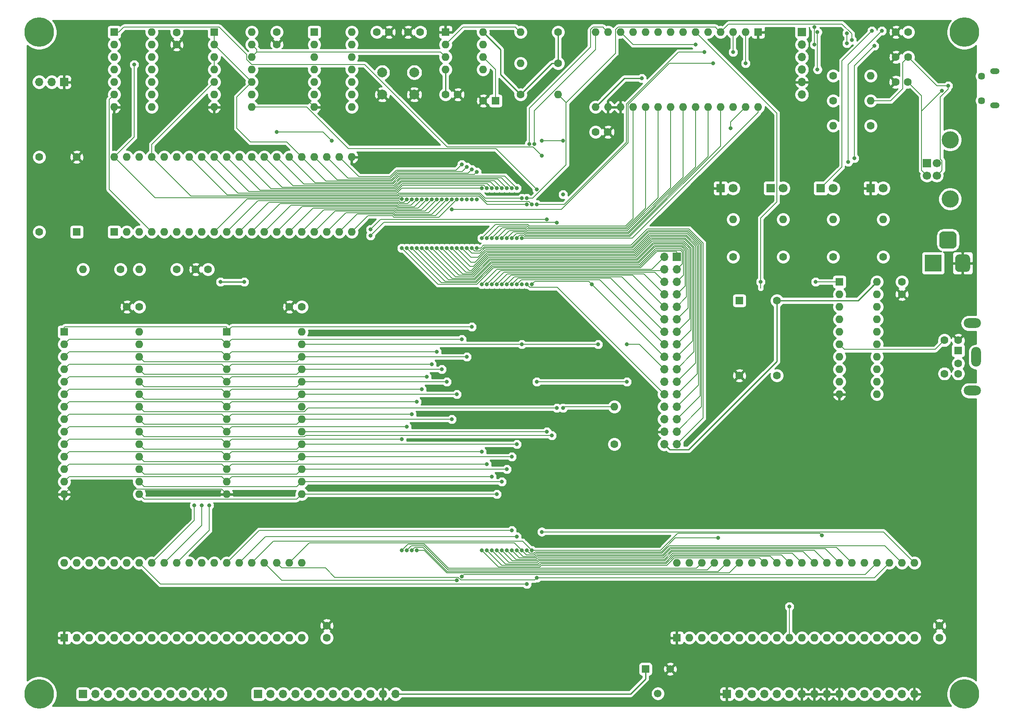
<source format=gbr>
G04 #@! TF.GenerationSoftware,KiCad,Pcbnew,(5.1.5)-3*
G04 #@! TF.CreationDate,2020-02-17T11:38:33+01:00*
G04 #@! TF.ProjectId,65C02_Computer,36354330-325f-4436-9f6d-70757465722e,rev?*
G04 #@! TF.SameCoordinates,Original*
G04 #@! TF.FileFunction,Copper,L2,Bot*
G04 #@! TF.FilePolarity,Positive*
%FSLAX46Y46*%
G04 Gerber Fmt 4.6, Leading zero omitted, Abs format (unit mm)*
G04 Created by KiCad (PCBNEW (5.1.5)-3) date 2020-02-17 11:38:33*
%MOMM*%
%LPD*%
G04 APERTURE LIST*
%ADD10R,1.600000X1.600000*%
%ADD11O,1.600000X1.600000*%
%ADD12C,3.500000*%
%ADD13C,1.700000*%
%ADD14R,1.700000X1.700000*%
%ADD15C,0.100000*%
%ADD16R,3.500000X3.500000*%
%ADD17O,1.700000X1.700000*%
%ADD18C,1.600000*%
%ADD19C,1.550000*%
%ADD20R,1.550000X1.550000*%
%ADD21C,6.000000*%
%ADD22C,1.800000*%
%ADD23R,1.800000X1.800000*%
%ADD24C,1.450000*%
%ADD25O,1.900000X1.200000*%
%ADD26O,2.000000X4.000000*%
%ADD27O,3.500000X2.000000*%
%ADD28C,2.000000*%
%ADD29C,0.800000*%
%ADD30C,0.228600*%
%ADD31C,0.152400*%
%ADD32C,0.254000*%
G04 APERTURE END LIST*
D10*
X171450000Y-27940000D03*
D11*
X138430000Y-43180000D03*
X168910000Y-27940000D03*
X140970000Y-43180000D03*
X166370000Y-27940000D03*
X143510000Y-43180000D03*
X163830000Y-27940000D03*
X146050000Y-43180000D03*
X161290000Y-27940000D03*
X148590000Y-43180000D03*
X158750000Y-27940000D03*
X151130000Y-43180000D03*
X156210000Y-27940000D03*
X153670000Y-43180000D03*
X153670000Y-27940000D03*
X156210000Y-43180000D03*
X151130000Y-27940000D03*
X158750000Y-43180000D03*
X148590000Y-27940000D03*
X161290000Y-43180000D03*
X146050000Y-27940000D03*
X163830000Y-43180000D03*
X143510000Y-27940000D03*
X166370000Y-43180000D03*
X140970000Y-27940000D03*
X168910000Y-43180000D03*
X138430000Y-27940000D03*
X171450000Y-43180000D03*
D12*
X210450000Y-61880000D03*
X210450000Y-49840000D03*
D13*
X207740000Y-54610000D03*
X207740000Y-57110000D03*
X205740000Y-57110000D03*
D14*
X205740000Y-54610000D03*
G04 #@! TA.AperFunction,ComponentPad*
D15*
G36*
X210970765Y-68484213D02*
G01*
X211055704Y-68496813D01*
X211138999Y-68517677D01*
X211219848Y-68546605D01*
X211297472Y-68583319D01*
X211371124Y-68627464D01*
X211440094Y-68678616D01*
X211503718Y-68736282D01*
X211561384Y-68799906D01*
X211612536Y-68868876D01*
X211656681Y-68942528D01*
X211693395Y-69020152D01*
X211722323Y-69101001D01*
X211743187Y-69184296D01*
X211755787Y-69269235D01*
X211760000Y-69355000D01*
X211760000Y-71105000D01*
X211755787Y-71190765D01*
X211743187Y-71275704D01*
X211722323Y-71358999D01*
X211693395Y-71439848D01*
X211656681Y-71517472D01*
X211612536Y-71591124D01*
X211561384Y-71660094D01*
X211503718Y-71723718D01*
X211440094Y-71781384D01*
X211371124Y-71832536D01*
X211297472Y-71876681D01*
X211219848Y-71913395D01*
X211138999Y-71942323D01*
X211055704Y-71963187D01*
X210970765Y-71975787D01*
X210885000Y-71980000D01*
X209135000Y-71980000D01*
X209049235Y-71975787D01*
X208964296Y-71963187D01*
X208881001Y-71942323D01*
X208800152Y-71913395D01*
X208722528Y-71876681D01*
X208648876Y-71832536D01*
X208579906Y-71781384D01*
X208516282Y-71723718D01*
X208458616Y-71660094D01*
X208407464Y-71591124D01*
X208363319Y-71517472D01*
X208326605Y-71439848D01*
X208297677Y-71358999D01*
X208276813Y-71275704D01*
X208264213Y-71190765D01*
X208260000Y-71105000D01*
X208260000Y-69355000D01*
X208264213Y-69269235D01*
X208276813Y-69184296D01*
X208297677Y-69101001D01*
X208326605Y-69020152D01*
X208363319Y-68942528D01*
X208407464Y-68868876D01*
X208458616Y-68799906D01*
X208516282Y-68736282D01*
X208579906Y-68678616D01*
X208648876Y-68627464D01*
X208722528Y-68583319D01*
X208800152Y-68546605D01*
X208881001Y-68517677D01*
X208964296Y-68496813D01*
X209049235Y-68484213D01*
X209135000Y-68480000D01*
X210885000Y-68480000D01*
X210970765Y-68484213D01*
G37*
G04 #@! TD.AperFunction*
G04 #@! TA.AperFunction,ComponentPad*
G36*
X213833513Y-73183611D02*
G01*
X213906318Y-73194411D01*
X213977714Y-73212295D01*
X214047013Y-73237090D01*
X214113548Y-73268559D01*
X214176678Y-73306398D01*
X214235795Y-73350242D01*
X214290330Y-73399670D01*
X214339758Y-73454205D01*
X214383602Y-73513322D01*
X214421441Y-73576452D01*
X214452910Y-73642987D01*
X214477705Y-73712286D01*
X214495589Y-73783682D01*
X214506389Y-73856487D01*
X214510000Y-73930000D01*
X214510000Y-75930000D01*
X214506389Y-76003513D01*
X214495589Y-76076318D01*
X214477705Y-76147714D01*
X214452910Y-76217013D01*
X214421441Y-76283548D01*
X214383602Y-76346678D01*
X214339758Y-76405795D01*
X214290330Y-76460330D01*
X214235795Y-76509758D01*
X214176678Y-76553602D01*
X214113548Y-76591441D01*
X214047013Y-76622910D01*
X213977714Y-76647705D01*
X213906318Y-76665589D01*
X213833513Y-76676389D01*
X213760000Y-76680000D01*
X212260000Y-76680000D01*
X212186487Y-76676389D01*
X212113682Y-76665589D01*
X212042286Y-76647705D01*
X211972987Y-76622910D01*
X211906452Y-76591441D01*
X211843322Y-76553602D01*
X211784205Y-76509758D01*
X211729670Y-76460330D01*
X211680242Y-76405795D01*
X211636398Y-76346678D01*
X211598559Y-76283548D01*
X211567090Y-76217013D01*
X211542295Y-76147714D01*
X211524411Y-76076318D01*
X211513611Y-76003513D01*
X211510000Y-75930000D01*
X211510000Y-73930000D01*
X211513611Y-73856487D01*
X211524411Y-73783682D01*
X211542295Y-73712286D01*
X211567090Y-73642987D01*
X211598559Y-73576452D01*
X211636398Y-73513322D01*
X211680242Y-73454205D01*
X211729670Y-73399670D01*
X211784205Y-73350242D01*
X211843322Y-73306398D01*
X211906452Y-73268559D01*
X211972987Y-73237090D01*
X212042286Y-73212295D01*
X212113682Y-73194411D01*
X212186487Y-73183611D01*
X212260000Y-73180000D01*
X213760000Y-73180000D01*
X213833513Y-73183611D01*
G37*
G04 #@! TD.AperFunction*
D16*
X207010000Y-74930000D03*
D17*
X180340000Y-40640000D03*
X180340000Y-38100000D03*
X180340000Y-35560000D03*
X180340000Y-33020000D03*
X180340000Y-30480000D03*
D14*
X180340000Y-27940000D03*
D11*
X186690000Y-46990000D03*
D18*
X194310000Y-46990000D03*
D19*
X151090000Y-162480000D03*
D20*
X148590000Y-157480000D03*
D19*
X153590000Y-157480000D03*
D10*
X40640000Y-68580000D03*
D11*
X88900000Y-53340000D03*
X43180000Y-68580000D03*
X86360000Y-53340000D03*
X45720000Y-68580000D03*
X83820000Y-53340000D03*
X48260000Y-68580000D03*
X81280000Y-53340000D03*
X50800000Y-68580000D03*
X78740000Y-53340000D03*
X53340000Y-68580000D03*
X76200000Y-53340000D03*
X55880000Y-68580000D03*
X73660000Y-53340000D03*
X58420000Y-68580000D03*
X71120000Y-53340000D03*
X60960000Y-68580000D03*
X68580000Y-53340000D03*
X63500000Y-68580000D03*
X66040000Y-53340000D03*
X66040000Y-68580000D03*
X63500000Y-53340000D03*
X68580000Y-68580000D03*
X60960000Y-53340000D03*
X71120000Y-68580000D03*
X58420000Y-53340000D03*
X73660000Y-68580000D03*
X55880000Y-53340000D03*
X76200000Y-68580000D03*
X53340000Y-53340000D03*
X78740000Y-68580000D03*
X50800000Y-53340000D03*
X81280000Y-68580000D03*
X48260000Y-53340000D03*
X83820000Y-68580000D03*
X45720000Y-53340000D03*
X86360000Y-68580000D03*
X43180000Y-53340000D03*
X88900000Y-68580000D03*
X40640000Y-53340000D03*
X166370000Y-66040000D03*
D18*
X166370000Y-73660000D03*
D11*
X186690000Y-66040000D03*
D18*
X186690000Y-73660000D03*
D11*
X176530000Y-66040000D03*
D18*
X176530000Y-73660000D03*
D11*
X196850000Y-66040000D03*
D18*
X196850000Y-73660000D03*
D11*
X194310000Y-36830000D03*
D18*
X186690000Y-36830000D03*
D11*
X194310000Y-41910000D03*
D18*
X186690000Y-41910000D03*
D11*
X195580000Y-78740000D03*
X187960000Y-101600000D03*
X195580000Y-81280000D03*
X187960000Y-99060000D03*
X195580000Y-83820000D03*
X187960000Y-96520000D03*
X195580000Y-86360000D03*
X187960000Y-93980000D03*
X195580000Y-88900000D03*
X187960000Y-91440000D03*
X195580000Y-91440000D03*
X187960000Y-88900000D03*
X195580000Y-93980000D03*
X187960000Y-86360000D03*
X195580000Y-96520000D03*
X187960000Y-83820000D03*
X195580000Y-99060000D03*
X187960000Y-81280000D03*
X195580000Y-101600000D03*
D10*
X187960000Y-78740000D03*
D17*
X62230000Y-162560000D03*
X59690000Y-162560000D03*
X57150000Y-162560000D03*
X54610000Y-162560000D03*
X52070000Y-162560000D03*
X49530000Y-162560000D03*
X46990000Y-162560000D03*
X44450000Y-162560000D03*
X41910000Y-162560000D03*
X39370000Y-162560000D03*
X36830000Y-162560000D03*
D14*
X34290000Y-162560000D03*
D21*
X25400000Y-162560000D03*
X25400000Y-27940000D03*
X213360000Y-27940000D03*
X213360000Y-162560000D03*
D17*
X203200000Y-162560000D03*
X200660000Y-162560000D03*
X198120000Y-162560000D03*
X195580000Y-162560000D03*
X193040000Y-162560000D03*
X190500000Y-162560000D03*
X187960000Y-162560000D03*
X185420000Y-162560000D03*
X182880000Y-162560000D03*
X180340000Y-162560000D03*
X177800000Y-162560000D03*
X175260000Y-162560000D03*
X172720000Y-162560000D03*
X170180000Y-162560000D03*
X167640000Y-162560000D03*
D14*
X165100000Y-162560000D03*
D18*
X59690000Y-76200000D03*
X57190000Y-76200000D03*
X110450000Y-40640000D03*
X107950000Y-40640000D03*
X43220000Y-83820000D03*
X45720000Y-83820000D03*
X102830000Y-27940000D03*
X100330000Y-27940000D03*
X76240000Y-83820000D03*
X78740000Y-83820000D03*
X73660000Y-27940000D03*
X73660000Y-30440000D03*
X200660000Y-81240000D03*
X200660000Y-78740000D03*
D10*
X118110000Y-41910000D03*
D18*
X115610000Y-41910000D03*
X53340000Y-27980000D03*
X53340000Y-30480000D03*
X140930000Y-48260000D03*
X138430000Y-48260000D03*
X83820000Y-151130000D03*
X83820000Y-148630000D03*
X208280000Y-148630000D03*
X208280000Y-151130000D03*
X93980000Y-27940000D03*
X96480000Y-27940000D03*
X199390000Y-38100000D03*
X201890000Y-38100000D03*
X201930000Y-33020000D03*
X199430000Y-33020000D03*
X201930000Y-27940000D03*
X199430000Y-27940000D03*
D22*
X196850000Y-59690000D03*
D23*
X194310000Y-59690000D03*
X184150000Y-59690000D03*
D22*
X186690000Y-59690000D03*
X176530000Y-59690000D03*
D23*
X173990000Y-59690000D03*
X163830000Y-59690000D03*
D22*
X166370000Y-59690000D03*
D14*
X154940000Y-73660000D03*
D17*
X152400000Y-73660000D03*
X154940000Y-76200000D03*
X152400000Y-76200000D03*
X154940000Y-78740000D03*
X152400000Y-78740000D03*
X154940000Y-81280000D03*
X152400000Y-81280000D03*
X154940000Y-83820000D03*
X152400000Y-83820000D03*
X154940000Y-86360000D03*
X152400000Y-86360000D03*
X154940000Y-88900000D03*
X152400000Y-88900000D03*
X154940000Y-91440000D03*
X152400000Y-91440000D03*
X154940000Y-93980000D03*
X152400000Y-93980000D03*
X154940000Y-96520000D03*
X152400000Y-96520000D03*
X154940000Y-99060000D03*
X152400000Y-99060000D03*
X154940000Y-101600000D03*
X152400000Y-101600000D03*
X154940000Y-104140000D03*
X152400000Y-104140000D03*
X154940000Y-106680000D03*
X152400000Y-106680000D03*
X154940000Y-109220000D03*
X152400000Y-109220000D03*
X154940000Y-111760000D03*
X152400000Y-111760000D03*
D24*
X216850500Y-41870000D03*
X216850500Y-36870000D03*
D25*
X219550500Y-42870000D03*
X219550500Y-35870000D03*
D14*
X69850000Y-162560000D03*
D17*
X72390000Y-162560000D03*
X74930000Y-162560000D03*
X77470000Y-162560000D03*
X80010000Y-162560000D03*
X82550000Y-162560000D03*
X85090000Y-162560000D03*
X87630000Y-162560000D03*
X90170000Y-162560000D03*
X92710000Y-162560000D03*
X95250000Y-162560000D03*
X97790000Y-162560000D03*
D26*
X215740000Y-94010000D03*
D18*
X209290000Y-97410000D03*
X209290000Y-90610000D03*
X212090000Y-97410000D03*
X212090000Y-90610000D03*
X212090000Y-95310000D03*
D10*
X212090000Y-92710000D03*
D27*
X214940000Y-87160000D03*
X214940000Y-100860000D03*
D18*
X41910000Y-76200000D03*
D11*
X34290000Y-76200000D03*
X45720000Y-76200000D03*
D18*
X53340000Y-76200000D03*
X130810000Y-27940000D03*
D11*
X123190000Y-27940000D03*
D18*
X142240000Y-111760000D03*
D11*
X142240000Y-104140000D03*
X123190000Y-34290000D03*
D18*
X130810000Y-34290000D03*
D11*
X130810000Y-40640000D03*
D18*
X123190000Y-40640000D03*
D28*
X101600000Y-36140000D03*
X101600000Y-40640000D03*
X95100000Y-36140000D03*
X95100000Y-40640000D03*
D10*
X30480000Y-88900000D03*
D11*
X45720000Y-121920000D03*
X30480000Y-91440000D03*
X45720000Y-119380000D03*
X30480000Y-93980000D03*
X45720000Y-116840000D03*
X30480000Y-96520000D03*
X45720000Y-114300000D03*
X30480000Y-99060000D03*
X45720000Y-111760000D03*
X30480000Y-101600000D03*
X45720000Y-109220000D03*
X30480000Y-104140000D03*
X45720000Y-106680000D03*
X30480000Y-106680000D03*
X45720000Y-104140000D03*
X30480000Y-109220000D03*
X45720000Y-101600000D03*
X30480000Y-111760000D03*
X45720000Y-99060000D03*
X30480000Y-114300000D03*
X45720000Y-96520000D03*
X30480000Y-116840000D03*
X45720000Y-93980000D03*
X30480000Y-119380000D03*
X45720000Y-91440000D03*
X30480000Y-121920000D03*
X45720000Y-88900000D03*
X78740000Y-88900000D03*
X63500000Y-121920000D03*
X78740000Y-91440000D03*
X63500000Y-119380000D03*
X78740000Y-93980000D03*
X63500000Y-116840000D03*
X78740000Y-96520000D03*
X63500000Y-114300000D03*
X78740000Y-99060000D03*
X63500000Y-111760000D03*
X78740000Y-101600000D03*
X63500000Y-109220000D03*
X78740000Y-104140000D03*
X63500000Y-106680000D03*
X78740000Y-106680000D03*
X63500000Y-104140000D03*
X78740000Y-109220000D03*
X63500000Y-101600000D03*
X78740000Y-111760000D03*
X63500000Y-99060000D03*
X78740000Y-114300000D03*
X63500000Y-96520000D03*
X78740000Y-116840000D03*
X63500000Y-93980000D03*
X78740000Y-119380000D03*
X63500000Y-91440000D03*
X78740000Y-121920000D03*
D10*
X63500000Y-88900000D03*
X60960000Y-27940000D03*
D11*
X68580000Y-43180000D03*
X60960000Y-30480000D03*
X68580000Y-40640000D03*
X60960000Y-33020000D03*
X68580000Y-38100000D03*
X60960000Y-35560000D03*
X68580000Y-35560000D03*
X60960000Y-38100000D03*
X68580000Y-33020000D03*
X60960000Y-40640000D03*
X68580000Y-30480000D03*
X60960000Y-43180000D03*
X68580000Y-27940000D03*
D10*
X81280000Y-27940000D03*
D11*
X88900000Y-43180000D03*
X81280000Y-30480000D03*
X88900000Y-40640000D03*
X81280000Y-33020000D03*
X88900000Y-38100000D03*
X81280000Y-35560000D03*
X88900000Y-35560000D03*
X81280000Y-38100000D03*
X88900000Y-33020000D03*
X81280000Y-40640000D03*
X88900000Y-30480000D03*
X81280000Y-43180000D03*
X88900000Y-27940000D03*
D10*
X107950000Y-27940000D03*
D11*
X115570000Y-35560000D03*
X107950000Y-30480000D03*
X115570000Y-33020000D03*
X107950000Y-33020000D03*
X115570000Y-30480000D03*
X107950000Y-35560000D03*
X115570000Y-27940000D03*
X48260000Y-27940000D03*
X40640000Y-43180000D03*
X48260000Y-30480000D03*
X40640000Y-40640000D03*
X48260000Y-33020000D03*
X40640000Y-38100000D03*
X48260000Y-35560000D03*
X40640000Y-35560000D03*
X48260000Y-38100000D03*
X40640000Y-33020000D03*
X48260000Y-40640000D03*
X40640000Y-30480000D03*
X48260000Y-43180000D03*
D10*
X40640000Y-27940000D03*
D11*
X154940000Y-135890000D03*
X203200000Y-151130000D03*
X157480000Y-135890000D03*
X200660000Y-151130000D03*
X160020000Y-135890000D03*
X198120000Y-151130000D03*
X162560000Y-135890000D03*
X195580000Y-151130000D03*
X165100000Y-135890000D03*
X193040000Y-151130000D03*
X167640000Y-135890000D03*
X190500000Y-151130000D03*
X170180000Y-135890000D03*
X187960000Y-151130000D03*
X172720000Y-135890000D03*
X185420000Y-151130000D03*
X175260000Y-135890000D03*
X182880000Y-151130000D03*
X177800000Y-135890000D03*
X180340000Y-151130000D03*
X180340000Y-135890000D03*
X177800000Y-151130000D03*
X182880000Y-135890000D03*
X175260000Y-151130000D03*
X185420000Y-135890000D03*
X172720000Y-151130000D03*
X187960000Y-135890000D03*
X170180000Y-151130000D03*
X190500000Y-135890000D03*
X167640000Y-151130000D03*
X193040000Y-135890000D03*
X165100000Y-151130000D03*
X195580000Y-135890000D03*
X162560000Y-151130000D03*
X198120000Y-135890000D03*
X160020000Y-151130000D03*
X200660000Y-135890000D03*
X157480000Y-151130000D03*
X203200000Y-135890000D03*
D10*
X154940000Y-151130000D03*
X30480000Y-151130000D03*
D11*
X78740000Y-135890000D03*
X33020000Y-151130000D03*
X76200000Y-135890000D03*
X35560000Y-151130000D03*
X73660000Y-135890000D03*
X38100000Y-151130000D03*
X71120000Y-135890000D03*
X40640000Y-151130000D03*
X68580000Y-135890000D03*
X43180000Y-151130000D03*
X66040000Y-135890000D03*
X45720000Y-151130000D03*
X63500000Y-135890000D03*
X48260000Y-151130000D03*
X60960000Y-135890000D03*
X50800000Y-151130000D03*
X58420000Y-135890000D03*
X53340000Y-151130000D03*
X55880000Y-135890000D03*
X55880000Y-151130000D03*
X53340000Y-135890000D03*
X58420000Y-151130000D03*
X50800000Y-135890000D03*
X60960000Y-151130000D03*
X48260000Y-135890000D03*
X63500000Y-151130000D03*
X45720000Y-135890000D03*
X66040000Y-151130000D03*
X43180000Y-135890000D03*
X68580000Y-151130000D03*
X40640000Y-135890000D03*
X71120000Y-151130000D03*
X38100000Y-135890000D03*
X73660000Y-151130000D03*
X35560000Y-135890000D03*
X76200000Y-151130000D03*
X33020000Y-135890000D03*
X78740000Y-151130000D03*
X30480000Y-135890000D03*
D18*
X33020000Y-53340000D03*
X25400000Y-53340000D03*
X25400000Y-68580000D03*
D10*
X33020000Y-68580000D03*
X167640000Y-82550000D03*
D18*
X175260000Y-82550000D03*
X175260000Y-97790000D03*
X167640000Y-97790000D03*
D14*
X30480000Y-38100000D03*
D17*
X27940000Y-38100000D03*
X25400000Y-38100000D03*
D29*
X62230000Y-78740000D03*
X67056000Y-78740000D03*
X147828000Y-37338000D03*
X73660000Y-38100000D03*
X73660000Y-41910000D03*
X194564000Y-27686000D03*
X189738000Y-54356000D03*
X196596000Y-27686000D03*
X177800000Y-144780000D03*
X125476000Y-62992000D03*
X125476000Y-79248000D03*
X125476000Y-133350000D03*
X184404000Y-130302000D03*
X137668000Y-79248000D03*
X165862000Y-47498000D03*
X99060000Y-61925200D03*
X99060000Y-110744000D03*
X99060000Y-71881998D03*
X99060000Y-133350000D03*
X124968000Y-50679400D03*
X100076000Y-61976000D03*
X100076000Y-108204000D03*
X100076008Y-71882000D03*
X100076000Y-133350000D03*
X125949422Y-50718939D03*
X101092000Y-61976000D03*
X101092000Y-105664000D03*
X101091996Y-71882000D03*
X101092000Y-133350000D03*
X102108000Y-61976000D03*
X102108000Y-103124000D03*
X102108000Y-71882000D03*
X102108000Y-133350000D03*
X103124000Y-61976000D03*
X103124000Y-100584000D03*
X103124000Y-71882002D03*
X104140000Y-61976000D03*
X104140000Y-98044000D03*
X104140000Y-71882000D03*
X105156000Y-61976000D03*
X105156000Y-95504000D03*
X105156000Y-71882004D03*
X106172000Y-61976000D03*
X106172000Y-92964000D03*
X106172000Y-71882004D03*
X107188000Y-61976000D03*
X107188000Y-96520000D03*
X107188000Y-71881996D03*
X108204000Y-61976000D03*
X108204000Y-99060000D03*
X108204000Y-71882000D03*
X109220000Y-61976000D03*
X109220000Y-106680000D03*
X109220000Y-71882000D03*
X109220000Y-64008000D03*
X162306000Y-34290000D03*
X168910000Y-34290000D03*
X110236000Y-61976000D03*
X110236000Y-101600000D03*
X110236000Y-71882000D03*
X110236000Y-139446000D03*
X111252000Y-61976000D03*
X111252000Y-54864000D03*
X111252000Y-71881998D03*
X111272653Y-138663347D03*
X111252000Y-90424000D03*
X112268000Y-61976000D03*
X112268000Y-55372000D03*
X112268000Y-93980000D03*
X112268000Y-71882000D03*
X113284000Y-61976000D03*
X113284000Y-55880000D03*
X113284000Y-87884000D03*
X113284000Y-71882000D03*
X114300000Y-61976000D03*
X114300000Y-56388000D03*
X114300000Y-71882000D03*
X115316000Y-59690000D03*
X115316000Y-113284000D03*
X56896000Y-124206000D03*
X115316000Y-79248000D03*
X115316000Y-69850000D03*
X115316000Y-133350000D03*
X116332000Y-59690000D03*
X116332000Y-115824000D03*
X58420000Y-124206000D03*
X116332000Y-79248000D03*
X116332000Y-69850000D03*
X116332000Y-133350000D03*
X117348000Y-59690000D03*
X117348000Y-118364000D03*
X59944000Y-124206000D03*
X117348000Y-79248000D03*
X117348000Y-69850000D03*
X117348000Y-133350000D03*
X118364000Y-59690000D03*
X118364000Y-121920000D03*
X118364000Y-79248000D03*
X118364000Y-69850000D03*
X118364000Y-133350000D03*
X119380000Y-59690000D03*
X119380000Y-119380000D03*
X119380000Y-79248000D03*
X119380000Y-69850000D03*
X119380000Y-133350000D03*
X120396000Y-59690000D03*
X120396000Y-116840000D03*
X120396000Y-79248000D03*
X120396000Y-69850000D03*
X120396000Y-133350000D03*
X121412000Y-59690000D03*
X121412000Y-114300000D03*
X121412000Y-79248000D03*
X121412000Y-69850000D03*
X121412000Y-133350000D03*
X121412000Y-129286000D03*
X122428000Y-59690000D03*
X122428000Y-111760000D03*
X122428000Y-79248000D03*
X122428000Y-69850000D03*
X122428000Y-133350000D03*
X122428000Y-130556000D03*
X123444000Y-61722000D03*
X123444000Y-91440000D03*
X123444000Y-79248000D03*
X138938000Y-91440000D03*
X123444000Y-69850000D03*
X123444000Y-133350000D03*
X144780000Y-91440000D03*
X126492000Y-99060000D03*
X126492000Y-138938000D03*
X126492000Y-62992000D03*
X126492000Y-59944000D03*
X144780000Y-99060000D03*
X160528000Y-32004000D03*
X166370000Y-32004000D03*
X124460000Y-62992000D03*
X124460000Y-79248000D03*
X124460000Y-133350000D03*
X163322000Y-130810000D03*
X124460000Y-140208000D03*
X183134000Y-78740000D03*
X124460000Y-61722000D03*
X44704000Y-34544000D03*
X190500000Y-29513600D03*
X131826000Y-104394000D03*
X131826000Y-60960000D03*
X84836000Y-50038000D03*
X127508000Y-50038000D03*
X131826000Y-50038000D03*
X73660000Y-48260000D03*
X191008000Y-53594000D03*
X189484000Y-30226000D03*
X189484000Y-28194000D03*
X195072000Y-30734000D03*
X129540000Y-109982000D03*
X130556000Y-104394000D03*
X92710000Y-69342000D03*
X130556000Y-66675000D03*
X128524000Y-109220000D03*
X92710000Y-68072000D03*
X128524000Y-66040000D03*
X127508000Y-129590800D03*
X127508000Y-53086000D03*
X158750000Y-30480000D03*
X182880000Y-26924000D03*
X182880000Y-30480000D03*
X183515000Y-35560000D03*
X183515000Y-27940000D03*
X171958000Y-78740000D03*
X210058000Y-38862000D03*
X208788000Y-39878000D03*
D30*
X62230000Y-78740000D02*
X67056000Y-78740000D01*
X97790000Y-162560000D02*
X145529600Y-162560000D01*
X191973299Y-82346701D02*
X195580000Y-78740000D01*
X148590000Y-159499600D02*
X148590000Y-157480000D01*
X145529600Y-162560000D02*
X148590000Y-159499600D01*
X194513299Y-79806701D02*
X194780001Y-79539999D01*
X194780001Y-79539999D02*
X195580000Y-78740000D01*
X153516701Y-112876701D02*
X152400000Y-111760000D01*
X157324581Y-112876701D02*
X153516701Y-112876701D01*
X175260000Y-94941282D02*
X157324581Y-112876701D01*
X175260000Y-82550000D02*
X175260000Y-94941282D01*
X191770000Y-82550000D02*
X195580000Y-78740000D01*
X175260000Y-82550000D02*
X191770000Y-82550000D01*
X115570000Y-27940000D02*
X119126000Y-31496000D01*
X119126000Y-36576000D02*
X123190000Y-40640000D01*
X119126000Y-31496000D02*
X119126000Y-36576000D01*
X129540000Y-34290000D02*
X130810000Y-34290000D01*
X123190000Y-40640000D02*
X129540000Y-34290000D01*
X130810000Y-33158630D02*
X130810000Y-27940000D01*
X130810000Y-34290000D02*
X130810000Y-33158630D01*
X107950000Y-40640000D02*
X107950000Y-35560000D01*
X138430000Y-43180000D02*
X144272000Y-37338000D01*
X144272000Y-37338000D02*
X147828000Y-37338000D01*
D31*
X62471399Y-120891399D02*
X63500000Y-121920000D01*
X31508601Y-120891399D02*
X62471399Y-120891399D01*
X30480000Y-121920000D02*
X31508601Y-120891399D01*
X73660000Y-38100000D02*
X73660000Y-41910000D01*
X80010000Y-41910000D02*
X73660000Y-41910000D01*
X81280000Y-43180000D02*
X80010000Y-41910000D01*
X122390001Y-27140001D02*
X123190000Y-27940000D01*
X122161399Y-26911399D02*
X122390001Y-27140001D01*
X111518601Y-26911399D02*
X122161399Y-26911399D01*
X107950000Y-30480000D02*
X111518601Y-26911399D01*
X188468000Y-55372000D02*
X184150000Y-59690000D01*
X188468000Y-33782000D02*
X188468000Y-55372000D01*
X194564000Y-27686000D02*
X188468000Y-33782000D01*
X189738000Y-34544000D02*
X189738000Y-54356000D01*
X196596000Y-27686000D02*
X189738000Y-34544000D01*
X177800000Y-144780000D02*
X177800000Y-151130000D01*
X124847399Y-62363399D02*
X125476000Y-62992000D01*
X98308334Y-61315470D02*
X98632015Y-60991789D01*
X56235470Y-61315470D02*
X98308334Y-61315470D01*
X48260000Y-53340000D02*
X56235470Y-61315470D01*
X98632015Y-60991789D02*
X114848526Y-60991790D01*
X116220135Y-62363399D02*
X124847399Y-62363399D01*
X114848526Y-60991790D02*
X116220135Y-62363399D01*
X137668000Y-79248000D02*
X152400000Y-93980000D01*
X137039400Y-78619400D02*
X137668000Y-79248000D01*
X126104600Y-78619400D02*
X137039400Y-78619400D01*
X125476000Y-79248000D02*
X126104600Y-78619400D01*
X48260000Y-50800000D02*
X60960000Y-38100000D01*
X48260000Y-53340000D02*
X48260000Y-50800000D01*
X184283399Y-130181399D02*
X184404000Y-130302000D01*
X184004001Y-129902001D02*
X184404000Y-130302000D01*
X155095009Y-129902001D02*
X184004001Y-129902001D01*
X151647010Y-133350000D02*
X155095009Y-129902001D01*
X125476000Y-133350000D02*
X151647010Y-133350000D01*
X123628160Y-131502160D02*
X125476000Y-133350000D01*
X72967840Y-131502160D02*
X123628160Y-131502160D01*
X68580000Y-135890000D02*
X72967840Y-131502160D01*
X165862000Y-46228000D02*
X168910000Y-43180000D01*
X165862000Y-47498000D02*
X165862000Y-46228000D01*
X60960000Y-68580000D02*
X67614910Y-61925090D01*
X99059890Y-61925090D02*
X99060000Y-61925200D01*
X67614910Y-61925090D02*
X99059890Y-61925090D01*
X99047399Y-110731399D02*
X99060000Y-110744000D01*
X64528601Y-110731399D02*
X99047399Y-110731399D01*
X63500000Y-111760000D02*
X64528601Y-110731399D01*
X62471399Y-110731399D02*
X63500000Y-111760000D01*
X31508601Y-110731399D02*
X62471399Y-110731399D01*
X30480000Y-111760000D02*
X31508601Y-110731399D01*
X154863799Y-72581399D02*
X154940000Y-72657600D01*
X150868712Y-72581399D02*
X154863799Y-72581399D01*
X147574000Y-75876111D02*
X150868712Y-72581399D01*
X99459999Y-72281999D02*
X106426000Y-79248000D01*
X114300000Y-79248000D02*
X117671889Y-75876111D01*
X117671889Y-75876111D02*
X147574000Y-75876111D01*
X154940000Y-72657600D02*
X154940000Y-73660000D01*
X106426000Y-79248000D02*
X114300000Y-79248000D01*
X99060000Y-71881998D02*
X99459999Y-72281999D01*
X158883305Y-137026695D02*
X159004000Y-136906000D01*
X108578695Y-137026695D02*
X158883305Y-137026695D01*
X100298221Y-132111779D02*
X103663779Y-132111779D01*
X103663779Y-132111779D02*
X108578695Y-137026695D01*
X160020000Y-135890000D02*
X159004000Y-136906000D01*
X159004000Y-136906000D02*
X158991399Y-136918601D01*
X99060000Y-133350000D02*
X100298221Y-132111779D01*
X139941399Y-26911399D02*
X140170001Y-27140001D01*
X137936271Y-26911399D02*
X139941399Y-26911399D01*
X137401399Y-27446271D02*
X137936271Y-26911399D01*
X140170001Y-27140001D02*
X140970000Y-27940000D01*
X137401399Y-31000601D02*
X137401399Y-27446271D01*
X124968000Y-43434000D02*
X137401399Y-31000601D01*
X124968000Y-50679400D02*
X124968000Y-43434000D01*
X69850100Y-62229900D02*
X98434370Y-62229900D01*
X63500000Y-68580000D02*
X69850100Y-62229900D01*
X99498199Y-62553801D02*
X100076000Y-61976000D01*
X98758271Y-62553801D02*
X99498199Y-62553801D01*
X98434370Y-62229900D02*
X98758271Y-62553801D01*
X100063399Y-108191399D02*
X100076000Y-108204000D01*
X64528601Y-108191399D02*
X100063399Y-108191399D01*
X63500000Y-109220000D02*
X64528601Y-108191399D01*
X62471399Y-108191399D02*
X63500000Y-109220000D01*
X31508601Y-108191399D02*
X62471399Y-108191399D01*
X30480000Y-109220000D02*
X31508601Y-108191399D01*
X156018601Y-75121399D02*
X154940000Y-76200000D01*
X156018601Y-72627119D02*
X156018601Y-75121399D01*
X155668071Y-72276589D02*
X156018601Y-72627119D01*
X150723600Y-72276589D02*
X155668071Y-72276589D01*
X147421600Y-75571301D02*
X150723600Y-72276589D01*
X117545633Y-75571301D02*
X147421600Y-75571301D01*
X114173744Y-78943190D02*
X117545633Y-75571301D01*
X107137198Y-78943190D02*
X114173744Y-78943190D01*
X100076008Y-71882000D02*
X107137198Y-78943190D01*
X161118495Y-137331505D02*
X161290000Y-137160000D01*
X161226589Y-137223411D02*
X161290000Y-137160000D01*
X103537523Y-132416589D02*
X108452439Y-137331505D01*
X101009411Y-132416589D02*
X103537523Y-132416589D01*
X161290000Y-137160000D02*
X162560000Y-135890000D01*
X108452439Y-137331505D02*
X161118495Y-137331505D01*
X100076000Y-133350000D02*
X101009411Y-132416589D01*
X125949422Y-43978248D02*
X135574259Y-34353411D01*
X125949422Y-50718939D02*
X125949422Y-43978248D01*
X135574259Y-34353411D02*
X135574259Y-34351741D01*
X138430000Y-31496000D02*
X138430000Y-27940000D01*
X135574259Y-34351741D02*
X138430000Y-31496000D01*
X100209389Y-62858611D02*
X101092000Y-61976000D01*
X98308114Y-62534710D02*
X98632015Y-62858611D01*
X98632015Y-62858611D02*
X100209389Y-62858611D01*
X72085290Y-62534710D02*
X98308114Y-62534710D01*
X66040000Y-68580000D02*
X72085290Y-62534710D01*
X101079399Y-105651399D02*
X101092000Y-105664000D01*
X64528601Y-105651399D02*
X101079399Y-105651399D01*
X63500000Y-106680000D02*
X64528601Y-105651399D01*
X62471399Y-105651399D02*
X63500000Y-106680000D01*
X31508601Y-105651399D02*
X62471399Y-105651399D01*
X30480000Y-106680000D02*
X31508601Y-105651399D01*
X156323411Y-77356589D02*
X154940000Y-78740000D01*
X156323411Y-72500863D02*
X156323411Y-77356589D01*
X155794328Y-71971780D02*
X156323411Y-72500863D01*
X150597542Y-71971779D02*
X155794328Y-71971780D01*
X117419377Y-75266491D02*
X147295541Y-75266491D01*
X147295541Y-75266491D02*
X150597542Y-71971779D01*
X114047488Y-78638380D02*
X117419377Y-75266491D01*
X107848376Y-78638380D02*
X114047488Y-78638380D01*
X101091996Y-71882000D02*
X107848376Y-78638380D01*
X163353685Y-137636315D02*
X165100000Y-135890000D01*
X108326183Y-137636315D02*
X163353685Y-137636315D01*
X103411267Y-132721399D02*
X108326183Y-137636315D01*
X101720601Y-132721399D02*
X103411267Y-132721399D01*
X101092000Y-133350000D02*
X101720601Y-132721399D01*
X74320480Y-62839520D02*
X98181858Y-62839520D01*
X100920579Y-63163421D02*
X102108000Y-61976000D01*
X98505759Y-63163421D02*
X100920579Y-63163421D01*
X98181858Y-62839520D02*
X98505759Y-63163421D01*
X68580000Y-68580000D02*
X74320480Y-62839520D01*
X63500000Y-104140000D02*
X64528601Y-103111399D01*
X102095399Y-103111399D02*
X102108000Y-103124000D01*
X64528601Y-103111399D02*
X102095399Y-103111399D01*
X62471399Y-103111399D02*
X63500000Y-104140000D01*
X31508601Y-103111399D02*
X62471399Y-103111399D01*
X30480000Y-104140000D02*
X31508601Y-103111399D01*
X102108000Y-71882000D02*
X108559570Y-78333570D01*
X113921232Y-78333570D02*
X117293121Y-74961681D01*
X108559570Y-78333570D02*
X113921232Y-78333570D01*
X117293121Y-74961681D02*
X147169482Y-74961681D01*
X156628221Y-79591779D02*
X154940000Y-81280000D01*
X156628221Y-72374607D02*
X156628221Y-79591779D01*
X150464192Y-71666971D02*
X155920585Y-71666971D01*
X155920585Y-71666971D02*
X156628221Y-72374607D01*
X147169482Y-74961681D02*
X150464192Y-71666971D01*
X165588875Y-137941125D02*
X167640000Y-135890000D01*
X108199927Y-137941125D02*
X165588875Y-137941125D01*
X103608802Y-133350000D02*
X108199927Y-137941125D01*
X102108000Y-133350000D02*
X103608802Y-133350000D01*
X101631769Y-63468231D02*
X103124000Y-61976000D01*
X98379503Y-63468231D02*
X101631769Y-63468231D01*
X71120000Y-68580000D02*
X76555670Y-63144330D01*
X98055602Y-63144330D02*
X98379503Y-63468231D01*
X76555670Y-63144330D02*
X98055602Y-63144330D01*
X103111399Y-100571399D02*
X103124000Y-100584000D01*
X64528601Y-100571399D02*
X103111399Y-100571399D01*
X63500000Y-101600000D02*
X64528601Y-100571399D01*
X62471399Y-100571399D02*
X63500000Y-101600000D01*
X31508601Y-100571399D02*
X62471399Y-100571399D01*
X30480000Y-101600000D02*
X31508601Y-100571399D01*
X103124000Y-71882002D02*
X109270758Y-78028760D01*
X109270758Y-78028760D02*
X113794976Y-78028760D01*
X113794976Y-78028760D02*
X117166865Y-74656871D01*
X117166865Y-74656871D02*
X147043226Y-74656871D01*
X156933031Y-81826969D02*
X154940000Y-83820000D01*
X156933031Y-72248351D02*
X156933031Y-81826969D01*
X156046842Y-71362162D02*
X156933031Y-72248351D01*
X150337936Y-71362161D02*
X156046842Y-71362162D01*
X147043226Y-74656871D02*
X150337936Y-71362161D01*
X102342959Y-63773041D02*
X104140000Y-61976000D01*
X97929346Y-63449140D02*
X98253247Y-63773041D01*
X98253247Y-63773041D02*
X102342959Y-63773041D01*
X78790860Y-63449140D02*
X97929346Y-63449140D01*
X73660000Y-68580000D02*
X78790860Y-63449140D01*
X104127399Y-98031399D02*
X104140000Y-98044000D01*
X64528601Y-98031399D02*
X104127399Y-98031399D01*
X63500000Y-99060000D02*
X64528601Y-98031399D01*
X31508601Y-98031399D02*
X62471399Y-98031399D01*
X62471399Y-98031399D02*
X63500000Y-99060000D01*
X30480000Y-99060000D02*
X31508601Y-98031399D01*
X104140000Y-71882000D02*
X109981950Y-77723950D01*
X109981950Y-77723950D02*
X113668720Y-77723950D01*
X117040609Y-74352061D02*
X146916970Y-74352061D01*
X113668720Y-77723950D02*
X117040609Y-74352061D01*
X157237841Y-84062159D02*
X154940000Y-86360000D01*
X157237841Y-72122095D02*
X157237841Y-84062159D01*
X156173099Y-71057353D02*
X157237841Y-72122095D01*
X150211681Y-71057352D02*
X156173099Y-71057353D01*
X146916970Y-74352061D02*
X150211681Y-71057352D01*
X103054149Y-64077851D02*
X105156000Y-61976000D01*
X98126991Y-64077851D02*
X103054149Y-64077851D01*
X97803090Y-63753950D02*
X98126991Y-64077851D01*
X81026050Y-63753950D02*
X97803090Y-63753950D01*
X76200000Y-68580000D02*
X81026050Y-63753950D01*
X105143399Y-95491399D02*
X105156000Y-95504000D01*
X63500000Y-96520000D02*
X64528601Y-95491399D01*
X64528601Y-95491399D02*
X105143399Y-95491399D01*
X62471399Y-95491399D02*
X63500000Y-96520000D01*
X31508601Y-95491399D02*
X62471399Y-95491399D01*
X30480000Y-96520000D02*
X31508601Y-95491399D01*
X105156000Y-71882004D02*
X110693136Y-77419140D01*
X110693136Y-77419140D02*
X113542464Y-77419140D01*
X113542464Y-77419140D02*
X116914353Y-74047251D01*
X116914353Y-74047251D02*
X146790714Y-74047251D01*
X157542651Y-86297349D02*
X154940000Y-88900000D01*
X156299356Y-70752544D02*
X157542651Y-71995839D01*
X157542651Y-71995839D02*
X157542651Y-86297349D01*
X150085426Y-70752543D02*
X156299356Y-70752544D01*
X146790714Y-74047251D02*
X150085426Y-70752543D01*
X103765339Y-64382661D02*
X106172000Y-61976000D01*
X97676834Y-64058760D02*
X98000735Y-64382661D01*
X83261240Y-64058760D02*
X97676834Y-64058760D01*
X98000735Y-64382661D02*
X103765339Y-64382661D01*
X78740000Y-68580000D02*
X83261240Y-64058760D01*
X63500000Y-93980000D02*
X64008000Y-93472000D01*
X106159399Y-92951399D02*
X106172000Y-92964000D01*
X64528601Y-92951399D02*
X106159399Y-92951399D01*
X64008000Y-93472000D02*
X64528601Y-92951399D01*
X62471399Y-92951399D02*
X63500000Y-93980000D01*
X31508601Y-92951399D02*
X62471399Y-92951399D01*
X30480000Y-93980000D02*
X31508601Y-92951399D01*
X106172000Y-71882004D02*
X111404326Y-77114330D01*
X111404326Y-77114330D02*
X113416208Y-77114330D01*
X113416208Y-77114330D02*
X116788097Y-73742441D01*
X116788097Y-73742441D02*
X146664458Y-73742441D01*
X157847461Y-88532539D02*
X154940000Y-91440000D01*
X157847461Y-71869583D02*
X157847461Y-88532539D01*
X156425613Y-70447735D02*
X157847461Y-71869583D01*
X149959171Y-70447734D02*
X156425613Y-70447735D01*
X146664458Y-73742441D02*
X149959171Y-70447734D01*
X104476529Y-64687471D02*
X107188000Y-61976000D01*
X97874479Y-64687471D02*
X104476529Y-64687471D01*
X97550578Y-64363570D02*
X97874479Y-64687471D01*
X85496430Y-64363570D02*
X97550578Y-64363570D01*
X81280000Y-68580000D02*
X85496430Y-64363570D01*
X78740000Y-96520000D02*
X107188000Y-96520000D01*
X77711399Y-97548601D02*
X78740000Y-96520000D01*
X46748601Y-97548601D02*
X77711399Y-97548601D01*
X45720000Y-96520000D02*
X46748601Y-97548601D01*
X107188000Y-71881996D02*
X112115524Y-76809520D01*
X113289952Y-76809520D02*
X116661841Y-73437631D01*
X112115524Y-76809520D02*
X113289952Y-76809520D01*
X116661841Y-73437631D02*
X146538202Y-73437631D01*
X158152271Y-90767729D02*
X154940000Y-93980000D01*
X158152271Y-71743327D02*
X158152271Y-90767729D01*
X156551870Y-70142926D02*
X158152271Y-71743327D01*
X149832916Y-70142925D02*
X156551870Y-70142926D01*
X146538202Y-73437631D02*
X149832916Y-70142925D01*
X105187719Y-64992281D02*
X108204000Y-61976000D01*
X97424322Y-64668380D02*
X97748223Y-64992281D01*
X97748223Y-64992281D02*
X105187719Y-64992281D01*
X87731620Y-64668380D02*
X97424322Y-64668380D01*
X83820000Y-68580000D02*
X87731620Y-64668380D01*
X78740000Y-99060000D02*
X108204000Y-99060000D01*
X77711399Y-100088601D02*
X78740000Y-99060000D01*
X46748601Y-100088601D02*
X77711399Y-100088601D01*
X45720000Y-99060000D02*
X46748601Y-100088601D01*
X158457081Y-93002919D02*
X154940000Y-96520000D01*
X156678127Y-69838117D02*
X158457081Y-71617071D01*
X149706661Y-69838116D02*
X156678127Y-69838117D01*
X116535585Y-73132821D02*
X146411947Y-73132821D01*
X113198403Y-76470003D02*
X116535585Y-73132821D01*
X112792003Y-76470003D02*
X113198403Y-76470003D01*
X158457081Y-71617071D02*
X158457081Y-93002919D01*
X146411947Y-73132821D02*
X149706661Y-69838116D01*
X108204000Y-71882000D02*
X112792003Y-76470003D01*
X97298066Y-64973190D02*
X97621967Y-65297091D01*
X97621967Y-65297091D02*
X105898909Y-65297091D01*
X89966810Y-64973190D02*
X97298066Y-64973190D01*
X105898909Y-65297091D02*
X109220000Y-61976000D01*
X86360000Y-68580000D02*
X89966810Y-64973190D01*
X78740000Y-106680000D02*
X109220000Y-106680000D01*
X77711399Y-107708601D02*
X78740000Y-106680000D01*
X46748601Y-107708601D02*
X77711399Y-107708601D01*
X45720000Y-106680000D02*
X46748601Y-107708601D01*
X158761891Y-95238109D02*
X154940000Y-99060000D01*
X158761891Y-71490815D02*
X158761891Y-95238109D01*
X156804384Y-69533308D02*
X158761891Y-71490815D01*
X149580406Y-69533307D02*
X156804384Y-69533308D01*
X146285692Y-72828011D02*
X149580406Y-69533307D01*
X116409329Y-72828011D02*
X146285692Y-72828011D01*
X113617870Y-75619470D02*
X116409329Y-72828011D01*
X112957470Y-75619470D02*
X113617870Y-75619470D01*
X109220000Y-71882000D02*
X112957470Y-75619470D01*
X109220000Y-64008000D02*
X131495066Y-64008000D01*
X153417670Y-34290000D02*
X162306000Y-34290000D01*
X145021399Y-42686271D02*
X153417670Y-34290000D01*
X131495066Y-64008000D02*
X145021399Y-50481667D01*
X145021399Y-50481667D02*
X145021399Y-42686271D01*
X168910000Y-34290000D02*
X168910000Y-27940000D01*
X106610099Y-65601901D02*
X110236000Y-61976000D01*
X92202000Y-65278000D02*
X97171810Y-65278000D01*
X88900000Y-68580000D02*
X92202000Y-65278000D01*
X97495711Y-65601901D02*
X106610099Y-65601901D01*
X97171810Y-65278000D02*
X97495711Y-65601901D01*
X78740000Y-101600000D02*
X110236000Y-101600000D01*
X46748601Y-102628601D02*
X77711399Y-102628601D01*
X77711399Y-102628601D02*
X78740000Y-101600000D01*
X45720000Y-101600000D02*
X46748601Y-102628601D01*
X159066701Y-97473299D02*
X154940000Y-101600000D01*
X156930641Y-69228499D02*
X159066701Y-71364559D01*
X149454151Y-69228498D02*
X156930641Y-69228499D01*
X116198799Y-72523201D02*
X146159437Y-72523201D01*
X113995200Y-74726800D02*
X116198799Y-72523201D01*
X159066701Y-71364559D02*
X159066701Y-97473299D01*
X146159437Y-72523201D02*
X149454151Y-69228498D01*
X113080800Y-74726800D02*
X113995200Y-74726800D01*
X110236000Y-71882000D02*
X113080800Y-74726800D01*
X74676000Y-139446000D02*
X110236000Y-139446000D01*
X71120000Y-135890000D02*
X74676000Y-139446000D01*
X98006648Y-56013299D02*
X110102701Y-56013299D01*
X96667007Y-57352940D02*
X98006648Y-56013299D01*
X110102701Y-56013299D02*
X111252000Y-54864000D01*
X90372940Y-57352940D02*
X96667007Y-57352940D01*
X86360000Y-53340000D02*
X90372940Y-57352940D01*
X62471399Y-90411399D02*
X63500000Y-91440000D01*
X31508601Y-90411399D02*
X62471399Y-90411399D01*
X30480000Y-91440000D02*
X31508601Y-90411399D01*
X111252000Y-71881998D02*
X113119269Y-73749267D01*
X114541667Y-73749267D02*
X116072543Y-72218391D01*
X113119269Y-73749267D02*
X114541667Y-73749267D01*
X116072543Y-72218391D02*
X146033182Y-72218391D01*
X159371511Y-99708489D02*
X154940000Y-104140000D01*
X159371511Y-71238303D02*
X159371511Y-99708489D01*
X157056898Y-68923690D02*
X159371511Y-71238303D01*
X149327896Y-68923689D02*
X157056898Y-68923690D01*
X146033182Y-72218391D02*
X149327896Y-68923689D01*
X193206652Y-138263348D02*
X195580000Y-135890000D01*
X111672652Y-138263348D02*
X193206652Y-138263348D01*
X111272653Y-138663347D02*
X111672652Y-138263348D01*
X64528601Y-90411399D02*
X111239399Y-90411399D01*
X63500000Y-91440000D02*
X64528601Y-90411399D01*
X111239399Y-90411399D02*
X111252000Y-90424000D01*
X111321891Y-56318109D02*
X112268000Y-55372000D01*
X98132904Y-56318109D02*
X111321891Y-56318109D01*
X96793263Y-57657750D02*
X98132904Y-56318109D01*
X88137750Y-57657750D02*
X96793263Y-57657750D01*
X83820000Y-53340000D02*
X88137750Y-57657750D01*
X78740000Y-93980000D02*
X112268000Y-93980000D01*
X77711399Y-95008601D02*
X78740000Y-93980000D01*
X46748601Y-95008601D02*
X77711399Y-95008601D01*
X45720000Y-93980000D02*
X46748601Y-95008601D01*
X112268000Y-71882000D02*
X113284734Y-72898734D01*
X114961134Y-72898734D02*
X115946287Y-71913581D01*
X113284734Y-72898734D02*
X114961134Y-72898734D01*
X145906927Y-71913581D02*
X149201641Y-68618880D01*
X115946287Y-71913581D02*
X145906927Y-71913581D01*
X159676321Y-101943679D02*
X154940000Y-106680000D01*
X159676321Y-71112047D02*
X159676321Y-101943679D01*
X157183155Y-68618881D02*
X159676321Y-71112047D01*
X149201641Y-68618880D02*
X157183155Y-68618881D01*
X96919519Y-57962560D02*
X98259160Y-56622919D01*
X112541081Y-56622919D02*
X113284000Y-55880000D01*
X98259160Y-56622919D02*
X112541081Y-56622919D01*
X85902560Y-57962560D02*
X96919519Y-57962560D01*
X81280000Y-53340000D02*
X85902560Y-57962560D01*
X63500000Y-88900000D02*
X64262000Y-88138000D01*
X113271399Y-87871399D02*
X113284000Y-87884000D01*
X64528601Y-87871399D02*
X113271399Y-87871399D01*
X64262000Y-88138000D02*
X64528601Y-87871399D01*
X63500000Y-87947600D02*
X63500000Y-88900000D01*
X63423799Y-87871399D02*
X63500000Y-87947600D01*
X30556201Y-87871399D02*
X63423799Y-87871399D01*
X30480000Y-87947600D02*
X30556201Y-87871399D01*
X30480000Y-88900000D02*
X30480000Y-87947600D01*
X159981131Y-104178869D02*
X154940000Y-109220000D01*
X159981131Y-70985791D02*
X159981131Y-104178869D01*
X149075386Y-68314071D02*
X157309412Y-68314072D01*
X145780672Y-71608771D02*
X149075386Y-68314071D01*
X115820031Y-71608771D02*
X145780672Y-71608771D01*
X157309412Y-68314072D02*
X159981131Y-70985791D01*
X114918201Y-72510601D02*
X115820031Y-71608771D01*
X113912601Y-72510601D02*
X114918201Y-72510601D01*
X113284000Y-71882000D02*
X113912601Y-72510601D01*
X113760271Y-56927729D02*
X114300000Y-56388000D01*
X97045775Y-58267370D02*
X98385416Y-56927729D01*
X98385416Y-56927729D02*
X113760271Y-56927729D01*
X83667370Y-58267370D02*
X97045775Y-58267370D01*
X78740000Y-53340000D02*
X83667370Y-58267370D01*
X115693775Y-71303961D02*
X145654417Y-71303961D01*
X115115736Y-71882000D02*
X115693775Y-71303961D01*
X114300000Y-71882000D02*
X115115736Y-71882000D01*
X78740000Y-53340000D02*
X75692000Y-50292000D01*
X75692000Y-50292000D02*
X68326000Y-50292000D01*
X68326000Y-50292000D02*
X65532000Y-47498000D01*
X65532000Y-41148000D02*
X68580000Y-38100000D01*
X65532000Y-47498000D02*
X65532000Y-41148000D01*
X60960000Y-30480000D02*
X68580000Y-38100000D01*
X60960000Y-30480000D02*
X60960000Y-27940000D01*
X148949131Y-68009262D02*
X148949130Y-68009262D01*
X145654417Y-71303961D02*
X148949131Y-68009262D01*
X160285941Y-106414059D02*
X154940000Y-111760000D01*
X160285941Y-70859535D02*
X160285941Y-106414059D01*
X157435669Y-68009263D02*
X160285941Y-70859535D01*
X148949131Y-68009262D02*
X157435669Y-68009263D01*
X99071673Y-59690000D02*
X115316000Y-59690000D01*
X98055823Y-60705850D02*
X99071673Y-59690000D01*
X65785850Y-60705850D02*
X98055823Y-60705850D01*
X58420000Y-53340000D02*
X65785850Y-60705850D01*
X115303399Y-113271399D02*
X115316000Y-113284000D01*
X64528601Y-113271399D02*
X115303399Y-113271399D01*
X63500000Y-114300000D02*
X64528601Y-113271399D01*
X62471399Y-113271399D02*
X63500000Y-114300000D01*
X31508601Y-113271399D02*
X62471399Y-113271399D01*
X30480000Y-114300000D02*
X31508601Y-113271399D01*
X56896000Y-127254000D02*
X48260000Y-135890000D01*
X56896000Y-124206000D02*
X56896000Y-127254000D01*
X118383079Y-76180921D02*
X149879079Y-76180921D01*
X149879079Y-76180921D02*
X152400000Y-73660000D01*
X115316000Y-79248000D02*
X118383079Y-76180921D01*
X124668801Y-67087735D02*
X124992586Y-67411520D01*
X118078265Y-67087735D02*
X124668801Y-67087735D01*
X115316000Y-69850000D02*
X118078265Y-67087735D01*
X124992586Y-67411520D02*
X144531952Y-67411520D01*
X171691399Y-134861399D02*
X172720000Y-135890000D01*
X154446271Y-134861399D02*
X171691399Y-134861399D01*
X152909570Y-136398100D02*
X154446271Y-134861399D01*
X118687885Y-136721885D02*
X127107181Y-136721885D01*
X127430966Y-136398100D02*
X152909570Y-136398100D01*
X127107181Y-136721885D02*
X127430966Y-136398100D01*
X115316000Y-133350000D02*
X118687885Y-136721885D01*
X146050000Y-65893472D02*
X144531952Y-67411520D01*
X146050000Y-43180000D02*
X146050000Y-65893472D01*
X115703399Y-59061399D02*
X116332000Y-59690000D01*
X99269208Y-59061399D02*
X115703399Y-59061399D01*
X97929567Y-60401040D02*
X99269208Y-59061399D01*
X60960000Y-53340000D02*
X68021040Y-60401040D01*
X68021040Y-60401040D02*
X97929567Y-60401040D01*
X116319399Y-115811399D02*
X116332000Y-115824000D01*
X64528601Y-115811399D02*
X116319399Y-115811399D01*
X63500000Y-116840000D02*
X64528601Y-115811399D01*
X62471399Y-115811399D02*
X63500000Y-116840000D01*
X31508601Y-115811399D02*
X62471399Y-115811399D01*
X30480000Y-116840000D02*
X31508601Y-115811399D01*
X58420000Y-128270000D02*
X50800000Y-135890000D01*
X58420000Y-124206000D02*
X58420000Y-128270000D01*
X119094269Y-76485731D02*
X152114269Y-76485731D01*
X152114269Y-76485731D02*
X152400000Y-76200000D01*
X116332000Y-79248000D02*
X119094269Y-76485731D01*
X124542544Y-67392544D02*
X124866330Y-67716330D01*
X118789456Y-67392544D02*
X124542544Y-67392544D01*
X116332000Y-69850000D02*
X118789456Y-67392544D01*
X124866330Y-67716330D02*
X144658208Y-67716330D01*
X173926589Y-134556589D02*
X175260000Y-135890000D01*
X154320015Y-134556589D02*
X173926589Y-134556589D01*
X152783314Y-136093290D02*
X154320015Y-134556589D01*
X116332000Y-133350000D02*
X119399075Y-136417075D01*
X127304710Y-136093290D02*
X152783314Y-136093290D01*
X126980925Y-136417075D02*
X127304710Y-136093290D01*
X119399075Y-136417075D02*
X126980925Y-136417075D01*
X148590000Y-63784538D02*
X148590000Y-43180000D01*
X144658208Y-67716330D02*
X148590000Y-63784538D01*
X116414589Y-58756589D02*
X117348000Y-59690000D01*
X99142952Y-58756589D02*
X116414589Y-58756589D01*
X63500000Y-53340000D02*
X70256230Y-60096230D01*
X97803311Y-60096230D02*
X99142952Y-58756589D01*
X70256230Y-60096230D02*
X97803311Y-60096230D01*
X63500000Y-119380000D02*
X64528601Y-118351399D01*
X117335399Y-118351399D02*
X117348000Y-118364000D01*
X64528601Y-118351399D02*
X117335399Y-118351399D01*
X62471399Y-118351399D02*
X63500000Y-119380000D01*
X31508601Y-118351399D02*
X62471399Y-118351399D01*
X30480000Y-119380000D02*
X31508601Y-118351399D01*
X59944000Y-129286000D02*
X53340000Y-135890000D01*
X59944000Y-124206000D02*
X59944000Y-129286000D01*
X117348000Y-79248000D02*
X119805459Y-76790541D01*
X150450541Y-76790541D02*
X152400000Y-78740000D01*
X119805459Y-76790541D02*
X150450541Y-76790541D01*
X119500646Y-67697354D02*
X124377014Y-67697354D01*
X124700800Y-68021140D02*
X144784464Y-68021140D01*
X124377014Y-67697354D02*
X124700800Y-68021140D01*
X117348000Y-69850000D02*
X119500646Y-67697354D01*
X176161779Y-134251779D02*
X177800000Y-135890000D01*
X154193759Y-134251779D02*
X176161779Y-134251779D01*
X152657058Y-135788480D02*
X154193759Y-134251779D01*
X126777734Y-136112266D02*
X127101520Y-135788480D01*
X127101520Y-135788480D02*
X152657058Y-135788480D01*
X120110266Y-136112266D02*
X126777734Y-136112266D01*
X117348000Y-133350000D02*
X120110266Y-136112266D01*
X151130000Y-61675604D02*
X151130000Y-43180000D01*
X144784464Y-68021140D02*
X151130000Y-61675604D01*
X117125779Y-58451779D02*
X118364000Y-59690000D01*
X99016696Y-58451779D02*
X117125779Y-58451779D01*
X97677055Y-59791420D02*
X99016696Y-58451779D01*
X72491420Y-59791420D02*
X97677055Y-59791420D01*
X66040000Y-53340000D02*
X72491420Y-59791420D01*
X78740000Y-121920000D02*
X118364000Y-121920000D01*
X77711399Y-122948601D02*
X78740000Y-121920000D01*
X46748601Y-122948601D02*
X77711399Y-122948601D01*
X45720000Y-121920000D02*
X46748601Y-122948601D01*
X118364000Y-79248000D02*
X120516649Y-77095351D01*
X148215351Y-77095351D02*
X152400000Y-81280000D01*
X120516649Y-77095351D02*
X148215351Y-77095351D01*
X124250757Y-68002163D02*
X124574544Y-68325950D01*
X120211837Y-68002163D02*
X124250757Y-68002163D01*
X118364000Y-69850000D02*
X120211837Y-68002163D01*
X124574544Y-68325950D02*
X144910720Y-68325950D01*
X178396969Y-133946969D02*
X180340000Y-135890000D01*
X154067503Y-133946969D02*
X178396969Y-133946969D01*
X152530802Y-135483670D02*
X154067503Y-133946969D01*
X126944726Y-135483670D02*
X152530802Y-135483670D01*
X126620940Y-135807456D02*
X126944726Y-135483670D01*
X120821456Y-135807456D02*
X126620940Y-135807456D01*
X118364000Y-133350000D02*
X120821456Y-135807456D01*
X153670000Y-59566670D02*
X153670000Y-43180000D01*
X144910720Y-68325950D02*
X153670000Y-59566670D01*
X97550799Y-59486610D02*
X98890440Y-58146969D01*
X117836969Y-58146969D02*
X119380000Y-59690000D01*
X74726610Y-59486610D02*
X97550799Y-59486610D01*
X98890440Y-58146969D02*
X117836969Y-58146969D01*
X68580000Y-53340000D02*
X74726610Y-59486610D01*
X78740000Y-119380000D02*
X119380000Y-119380000D01*
X77711399Y-120408601D02*
X78740000Y-119380000D01*
X46748601Y-120408601D02*
X77711399Y-120408601D01*
X45720000Y-119380000D02*
X46748601Y-120408601D01*
X119380000Y-79248000D02*
X121227839Y-77400161D01*
X145980161Y-77400161D02*
X152400000Y-83820000D01*
X121227839Y-77400161D02*
X145980161Y-77400161D01*
X124124500Y-68306972D02*
X124448288Y-68630760D01*
X120923028Y-68306972D02*
X124124500Y-68306972D01*
X119380000Y-69850000D02*
X120923028Y-68306972D01*
X124448288Y-68630760D02*
X145036976Y-68630760D01*
X180632159Y-133642159D02*
X182880000Y-135890000D01*
X152404546Y-135178860D02*
X153941247Y-133642159D01*
X126494683Y-135502647D02*
X126818470Y-135178860D01*
X126818470Y-135178860D02*
X152404546Y-135178860D01*
X153941247Y-133642159D02*
X180632159Y-133642159D01*
X121532648Y-135502648D02*
X126494683Y-135502647D01*
X119380000Y-133350000D02*
X121532648Y-135502648D01*
X156210000Y-57457736D02*
X156210000Y-43180000D01*
X145036976Y-68630760D02*
X156210000Y-57457736D01*
X118548159Y-57842159D02*
X120396000Y-59690000D01*
X98764184Y-57842159D02*
X118548159Y-57842159D01*
X97424543Y-59181800D02*
X98764184Y-57842159D01*
X76961800Y-59181800D02*
X97424543Y-59181800D01*
X71120000Y-53340000D02*
X76961800Y-59181800D01*
X78740000Y-116840000D02*
X120396000Y-116840000D01*
X77711399Y-117868601D02*
X78740000Y-116840000D01*
X46748601Y-117868601D02*
X77711399Y-117868601D01*
X45720000Y-116840000D02*
X46748601Y-117868601D01*
X143744971Y-77704971D02*
X152400000Y-86360000D01*
X121939029Y-77704971D02*
X143744971Y-77704971D01*
X120396000Y-79248000D02*
X121939029Y-77704971D01*
X123998243Y-68611781D02*
X124322032Y-68935570D01*
X121634219Y-68611781D02*
X123998243Y-68611781D01*
X120396000Y-69850000D02*
X121634219Y-68611781D01*
X124322032Y-68935570D02*
X145163232Y-68935570D01*
X153814991Y-133337349D02*
X182867349Y-133337349D01*
X182867349Y-133337349D02*
X185420000Y-135890000D01*
X152278290Y-134874050D02*
X153814991Y-133337349D01*
X126368426Y-135197838D02*
X126692214Y-134874050D01*
X122243838Y-135197838D02*
X126368426Y-135197838D01*
X126692214Y-134874050D02*
X152278290Y-134874050D01*
X120396000Y-133350000D02*
X122243838Y-135197838D01*
X158750000Y-55348802D02*
X158750000Y-43180000D01*
X145163232Y-68935570D02*
X158750000Y-55348802D01*
X119259349Y-57537349D02*
X121412000Y-59690000D01*
X98637928Y-57537349D02*
X119259349Y-57537349D01*
X97298287Y-58876990D02*
X98637928Y-57537349D01*
X79196990Y-58876990D02*
X97298287Y-58876990D01*
X73660000Y-53340000D02*
X79196990Y-58876990D01*
X78740000Y-114300000D02*
X121412000Y-114300000D01*
X77711399Y-115328601D02*
X78740000Y-114300000D01*
X46748601Y-115328601D02*
X77711399Y-115328601D01*
X45720000Y-114300000D02*
X46748601Y-115328601D01*
X141509780Y-78009780D02*
X152400000Y-88900000D01*
X123235154Y-78009780D02*
X141509780Y-78009780D01*
X122650219Y-78009781D02*
X123235154Y-78009780D01*
X121412000Y-79248000D02*
X122650219Y-78009781D01*
X123871986Y-68916590D02*
X124195776Y-69240380D01*
X122345410Y-68916590D02*
X123871986Y-68916590D01*
X121412000Y-69850000D02*
X122345410Y-68916590D01*
X124195776Y-69240380D02*
X145289488Y-69240380D01*
X185102539Y-133032539D02*
X187960000Y-135890000D01*
X152152034Y-134569240D02*
X153688735Y-133032539D01*
X126565958Y-134569240D02*
X152152034Y-134569240D01*
X126242170Y-134893028D02*
X126565958Y-134569240D01*
X122955028Y-134893028D02*
X126242170Y-134893028D01*
X153688735Y-133032539D02*
X185102539Y-133032539D01*
X121412000Y-133350000D02*
X122955028Y-134893028D01*
X70104000Y-129286000D02*
X121412000Y-129286000D01*
X63500000Y-135890000D02*
X70104000Y-129286000D01*
X161290000Y-53239868D02*
X161290000Y-43180000D01*
X145289488Y-69240380D02*
X161290000Y-53239868D01*
X119970539Y-57232539D02*
X122428000Y-59690000D01*
X98511672Y-57232539D02*
X119970539Y-57232539D01*
X76200000Y-53340000D02*
X81432180Y-58572180D01*
X97172031Y-58572180D02*
X98511672Y-57232539D01*
X81432180Y-58572180D02*
X97172031Y-58572180D01*
X78740000Y-111760000D02*
X122428000Y-111760000D01*
X77711399Y-112788601D02*
X78740000Y-111760000D01*
X46748601Y-112788601D02*
X77711399Y-112788601D01*
X45720000Y-111760000D02*
X46748601Y-112788601D01*
X139274590Y-78314590D02*
X152400000Y-91440000D01*
X123361410Y-78314590D02*
X139274590Y-78314590D01*
X122428000Y-79248000D02*
X123361410Y-78314590D01*
X123056601Y-69221399D02*
X123745729Y-69221399D01*
X122428000Y-69850000D02*
X123056601Y-69221399D01*
X123745729Y-69221399D02*
X124069520Y-69545190D01*
X124069520Y-69545190D02*
X145415744Y-69545190D01*
X153562479Y-132727729D02*
X187337729Y-132727729D01*
X187337729Y-132727729D02*
X190500000Y-135890000D01*
X126439702Y-134264430D02*
X152025778Y-134264430D01*
X152025778Y-134264430D02*
X153562479Y-132727729D01*
X126115913Y-134588219D02*
X126439702Y-134264430D01*
X123666219Y-134588219D02*
X126115913Y-134588219D01*
X122428000Y-133350000D02*
X123666219Y-134588219D01*
X71374000Y-130556000D02*
X122428000Y-130556000D01*
X66040000Y-135890000D02*
X71374000Y-130556000D01*
X163830000Y-51130934D02*
X163830000Y-43180000D01*
X145415744Y-69545190D02*
X163830000Y-51130934D01*
X116009802Y-61722000D02*
X123444000Y-61722000D01*
X63550660Y-61010660D02*
X98182078Y-61010660D01*
X114974783Y-60686981D02*
X116009802Y-61722000D01*
X98182078Y-61010660D02*
X98505760Y-60686980D01*
X98505760Y-60686980D02*
X114974783Y-60686981D01*
X55880000Y-53340000D02*
X63550660Y-61010660D01*
X78740000Y-91440000D02*
X123444000Y-91440000D01*
X123444000Y-91440000D02*
X138938000Y-91440000D01*
X197192919Y-132422919D02*
X200660000Y-135890000D01*
X153436223Y-132422919D02*
X197192919Y-132422919D01*
X123444000Y-133350000D02*
X124377411Y-134283411D01*
X151899522Y-133959620D02*
X153436223Y-132422919D01*
X125989656Y-134283410D02*
X126313446Y-133959620D01*
X126313446Y-133959620D02*
X151899522Y-133959620D01*
X124377411Y-134283411D02*
X125989656Y-134283410D01*
X147320000Y-91440000D02*
X152400000Y-96520000D01*
X144780000Y-91440000D02*
X147320000Y-91440000D01*
X121900969Y-131806969D02*
X123444000Y-133350000D01*
X80283031Y-131806969D02*
X121900969Y-131806969D01*
X76200000Y-135890000D02*
X80283031Y-131806969D01*
X171450000Y-44311370D02*
X171450000Y-43180000D01*
X145911370Y-69850000D02*
X171450000Y-44311370D01*
X123444000Y-69850000D02*
X145911370Y-69850000D01*
X195072000Y-138938000D02*
X126492000Y-138938000D01*
X198120000Y-135890000D02*
X195072000Y-138938000D01*
X126492000Y-62992000D02*
X132080000Y-62992000D01*
X88190480Y-51612810D02*
X118160810Y-51612810D01*
X79757670Y-43180000D02*
X88190480Y-51612810D01*
X68580000Y-43180000D02*
X79757670Y-43180000D01*
X118160810Y-51612810D02*
X126492000Y-59944000D01*
X144780000Y-99060000D02*
X126492000Y-99060000D01*
X126092001Y-139337999D02*
X126492000Y-138938000D01*
X111058329Y-139337999D02*
X126092001Y-139337999D01*
X73660000Y-135890000D02*
X74688601Y-136918601D01*
X85464601Y-138817399D02*
X110537729Y-138817399D01*
X83565803Y-136918601D02*
X85464601Y-138817399D01*
X74688601Y-136918601D02*
X83565803Y-136918601D01*
X110537729Y-138817399D02*
X111058329Y-139337999D01*
X155272604Y-32004000D02*
X160528000Y-32004000D01*
X132080000Y-62992000D02*
X144716590Y-50355410D01*
X144716590Y-42560014D02*
X155272604Y-32004000D01*
X144716590Y-50355410D02*
X144716590Y-42560014D01*
X166370000Y-32004000D02*
X166370000Y-27940000D01*
X114722269Y-61296599D02*
X116417670Y-62992000D01*
X116417670Y-62992000D02*
X124460000Y-62992000D01*
X98434590Y-61620280D02*
X98758271Y-61296599D01*
X48920280Y-61620280D02*
X98434590Y-61620280D01*
X98758271Y-61296599D02*
X114722269Y-61296599D01*
X40640000Y-53340000D02*
X48920280Y-61620280D01*
X130676601Y-79876601D02*
X152400000Y-101600000D01*
X125088601Y-79876601D02*
X130676601Y-79876601D01*
X124460000Y-79248000D02*
X125088601Y-79876601D01*
X125863399Y-133978601D02*
X126187190Y-133654810D01*
X125088601Y-133978601D02*
X125863399Y-133978601D01*
X124460000Y-133350000D02*
X125088601Y-133978601D01*
X126187190Y-133654810D02*
X151773266Y-133654810D01*
X154618076Y-130810000D02*
X163322000Y-130810000D01*
X151773266Y-133654810D02*
X154618076Y-130810000D01*
X183134000Y-78740000D02*
X187960000Y-78740000D01*
X44704000Y-49276000D02*
X40640000Y-53340000D01*
X44704000Y-34544000D02*
X44704000Y-49276000D01*
X50038000Y-140208000D02*
X124460000Y-140208000D01*
X45720000Y-135890000D02*
X50038000Y-140208000D01*
X132454601Y-42284601D02*
X131609999Y-41439999D01*
X131609999Y-41439999D02*
X130810000Y-40640000D01*
X132454601Y-54911729D02*
X132454601Y-42284601D01*
X125644330Y-61722000D02*
X132454601Y-54911729D01*
X124460000Y-61722000D02*
X125644330Y-61722000D01*
X164629999Y-27140001D02*
X163830000Y-27940000D01*
X165474601Y-26295399D02*
X164629999Y-27140001D01*
X188515729Y-26295399D02*
X165474601Y-26295399D01*
X190500000Y-28279670D02*
X188515729Y-26295399D01*
X190500000Y-29513600D02*
X190500000Y-28279670D01*
X162801399Y-26911399D02*
X163030001Y-27140001D01*
X163030001Y-27140001D02*
X163830000Y-27940000D01*
X132454601Y-42284601D02*
X132467399Y-42284601D01*
X142481399Y-27446271D02*
X143016271Y-26911399D01*
X142481399Y-32270601D02*
X142481399Y-27446271D01*
X143016271Y-26911399D02*
X162801399Y-26911399D01*
X132467399Y-42284601D02*
X142481399Y-32270601D01*
X127508000Y-50038000D02*
X131826000Y-50038000D01*
X83058000Y-48260000D02*
X84836000Y-50038000D01*
X73660000Y-48260000D02*
X83058000Y-48260000D01*
X132080000Y-104140000D02*
X131826000Y-104394000D01*
X142240000Y-104140000D02*
X132080000Y-104140000D01*
X207431399Y-92468601D02*
X209290000Y-90610000D01*
X188988601Y-92468601D02*
X207431399Y-92468601D01*
X187960000Y-91440000D02*
X188988601Y-92468601D01*
X189484000Y-30226000D02*
X189484000Y-28194000D01*
X191008000Y-53594000D02*
X191008000Y-34798000D01*
X191008000Y-34798000D02*
X195072000Y-30734000D01*
X79500330Y-109982000D02*
X129540000Y-109982000D01*
X46748601Y-110248601D02*
X79233729Y-110248601D01*
X79233729Y-110248601D02*
X79500330Y-109982000D01*
X45720000Y-109220000D02*
X46748601Y-110248601D01*
X80008330Y-104394000D02*
X130556000Y-104394000D01*
X79233729Y-105168601D02*
X80008330Y-104394000D01*
X46748601Y-105168601D02*
X79233729Y-105168601D01*
X45720000Y-104140000D02*
X46748601Y-105168601D01*
X60960000Y-33020000D02*
X60960000Y-35560000D01*
X95383399Y-66668601D02*
X130524201Y-66668601D01*
X92710000Y-69342000D02*
X95383399Y-66668601D01*
X130549601Y-66668601D02*
X130556000Y-66675000D01*
X130524201Y-66668601D02*
X130556000Y-66675000D01*
X39611399Y-59931399D02*
X48260000Y-68580000D01*
X39611399Y-41668601D02*
X39611399Y-59931399D01*
X40640000Y-40640000D02*
X39611399Y-41668601D01*
X78740000Y-109220000D02*
X128524000Y-109220000D01*
X94742000Y-66040000D02*
X92710000Y-68072000D01*
X128524000Y-66040000D02*
X94742000Y-66040000D01*
X196900800Y-129590800D02*
X127508000Y-129590800D01*
X203200000Y-135890000D02*
X196900800Y-129590800D01*
X91502663Y-34531399D02*
X108279264Y-51308000D01*
X125730000Y-51308000D02*
X127508000Y-53086000D01*
X68567399Y-34531399D02*
X91502663Y-34531399D01*
X108279264Y-51308000D02*
X125730000Y-51308000D01*
X67551399Y-33515399D02*
X68567399Y-34531399D01*
X41592400Y-27940000D02*
X42621001Y-26911399D01*
X40640000Y-27940000D02*
X41592400Y-27940000D01*
X42621001Y-26911399D02*
X61942881Y-26911399D01*
X61942881Y-26911399D02*
X67551399Y-32519917D01*
X67551399Y-32519917D02*
X67551399Y-33515399D01*
X146050000Y-30480000D02*
X143510000Y-27940000D01*
X158750000Y-30480000D02*
X146050000Y-30480000D01*
X182880000Y-30480000D02*
X182880000Y-26924000D01*
X183515000Y-35560000D02*
X183515000Y-27940000D01*
X175260000Y-62484000D02*
X171958000Y-65786000D01*
X171958000Y-65786000D02*
X171958000Y-80010000D01*
X175260000Y-44450000D02*
X158750000Y-27940000D01*
X175260000Y-62484000D02*
X175260000Y-44450000D01*
X69608601Y-31991399D02*
X68580000Y-33020000D01*
X69608601Y-31508601D02*
X69608601Y-31991399D01*
X68580000Y-30480000D02*
X69608601Y-31508601D01*
X106921399Y-31991399D02*
X107950000Y-33020000D01*
X69608601Y-31991399D02*
X106921399Y-31991399D01*
X118110000Y-35560000D02*
X115570000Y-33020000D01*
X118110000Y-41910000D02*
X118110000Y-35560000D01*
X208589999Y-56260001D02*
X207740000Y-57110000D01*
X208818601Y-54092271D02*
X208818601Y-56031399D01*
X208818601Y-56031399D02*
X208589999Y-56260001D01*
X208471399Y-41124931D02*
X208471399Y-53745069D01*
X208471399Y-53745069D02*
X208818601Y-54092271D01*
X210058000Y-39538330D02*
X208471399Y-41124931D01*
X210058000Y-38862000D02*
X210058000Y-39538330D01*
X207772000Y-38862000D02*
X201930000Y-33020000D01*
X210058000Y-38862000D02*
X207772000Y-38862000D01*
X200861399Y-34088601D02*
X200861399Y-39422601D01*
X201930000Y-33020000D02*
X200861399Y-34088601D01*
X198374000Y-41910000D02*
X194310000Y-41910000D01*
X200861399Y-39422601D02*
X198374000Y-41910000D01*
X204890001Y-56260001D02*
X205740000Y-57110000D01*
X204661399Y-56031399D02*
X204890001Y-56260001D01*
X204661399Y-44004601D02*
X204661399Y-56031399D01*
X208788000Y-39878000D02*
X204661399Y-44004601D01*
X204661399Y-40871399D02*
X201890000Y-38100000D01*
X204661399Y-44004601D02*
X204661399Y-40871399D01*
D32*
G36*
X210536511Y-25622823D02*
G01*
X210138705Y-26218182D01*
X209864691Y-26879710D01*
X209725000Y-27581984D01*
X209725000Y-28298016D01*
X209864691Y-29000290D01*
X210138705Y-29661818D01*
X210536511Y-30257177D01*
X211042823Y-30763489D01*
X211638182Y-31161295D01*
X212299710Y-31435309D01*
X213001984Y-31575000D01*
X213718016Y-31575000D01*
X214420290Y-31435309D01*
X215081818Y-31161295D01*
X215677177Y-30763489D01*
X215773000Y-30667666D01*
X215773000Y-36034658D01*
X215645284Y-36225799D01*
X215542764Y-36473303D01*
X215490500Y-36736052D01*
X215490500Y-37003948D01*
X215542764Y-37266697D01*
X215645284Y-37514201D01*
X215773000Y-37705342D01*
X215773000Y-41034658D01*
X215645284Y-41225799D01*
X215542764Y-41473303D01*
X215490500Y-41736052D01*
X215490500Y-42003948D01*
X215542764Y-42266697D01*
X215645284Y-42514201D01*
X215773000Y-42705342D01*
X215773000Y-85525264D01*
X215770322Y-85525000D01*
X214109678Y-85525000D01*
X213869484Y-85548657D01*
X213561285Y-85642148D01*
X213277248Y-85793969D01*
X213028286Y-85998286D01*
X212823969Y-86247248D01*
X212672148Y-86531285D01*
X212578657Y-86839484D01*
X212547089Y-87160000D01*
X212578657Y-87480516D01*
X212672148Y-87788715D01*
X212823969Y-88072752D01*
X213028286Y-88321714D01*
X213277248Y-88526031D01*
X213561285Y-88677852D01*
X213869484Y-88771343D01*
X214109678Y-88795000D01*
X215770322Y-88795000D01*
X215773000Y-88794736D01*
X215773000Y-91370339D01*
X215740000Y-91367089D01*
X215419484Y-91398657D01*
X215111285Y-91492148D01*
X214827248Y-91643969D01*
X214578286Y-91848286D01*
X214373969Y-92097249D01*
X214222148Y-92381286D01*
X214128657Y-92689485D01*
X214105000Y-92929679D01*
X214105001Y-95090322D01*
X214128658Y-95330516D01*
X214222149Y-95638715D01*
X214373970Y-95922752D01*
X214578287Y-96171714D01*
X214827249Y-96376031D01*
X215111286Y-96527852D01*
X215419485Y-96621343D01*
X215740000Y-96652911D01*
X215773000Y-96649661D01*
X215773000Y-99225264D01*
X215770322Y-99225000D01*
X214109678Y-99225000D01*
X213869484Y-99248657D01*
X213561285Y-99342148D01*
X213277248Y-99493969D01*
X213028286Y-99698286D01*
X212823969Y-99947248D01*
X212672148Y-100231285D01*
X212578657Y-100539484D01*
X212547089Y-100860000D01*
X212578657Y-101180516D01*
X212672148Y-101488715D01*
X212823969Y-101772752D01*
X213028286Y-102021714D01*
X213277248Y-102226031D01*
X213561285Y-102377852D01*
X213869484Y-102471343D01*
X214109678Y-102495000D01*
X215770322Y-102495000D01*
X215773000Y-102494736D01*
X215773000Y-159832334D01*
X215677177Y-159736511D01*
X215081818Y-159338705D01*
X214420290Y-159064691D01*
X213718016Y-158925000D01*
X213001984Y-158925000D01*
X212299710Y-159064691D01*
X211638182Y-159338705D01*
X211042823Y-159736511D01*
X210536511Y-160242823D01*
X210138705Y-160838182D01*
X209864691Y-161499710D01*
X209725000Y-162201984D01*
X209725000Y-162918016D01*
X209864691Y-163620290D01*
X210138705Y-164281818D01*
X210536511Y-164877177D01*
X210632334Y-164973000D01*
X28127666Y-164973000D01*
X28223489Y-164877177D01*
X28621295Y-164281818D01*
X28895309Y-163620290D01*
X29035000Y-162918016D01*
X29035000Y-162201984D01*
X28937139Y-161710000D01*
X32801928Y-161710000D01*
X32801928Y-163410000D01*
X32814188Y-163534482D01*
X32850498Y-163654180D01*
X32909463Y-163764494D01*
X32988815Y-163861185D01*
X33085506Y-163940537D01*
X33195820Y-163999502D01*
X33315518Y-164035812D01*
X33440000Y-164048072D01*
X35140000Y-164048072D01*
X35264482Y-164035812D01*
X35384180Y-163999502D01*
X35494494Y-163940537D01*
X35591185Y-163861185D01*
X35670537Y-163764494D01*
X35729502Y-163654180D01*
X35751513Y-163581620D01*
X35883368Y-163713475D01*
X36126589Y-163875990D01*
X36396842Y-163987932D01*
X36683740Y-164045000D01*
X36976260Y-164045000D01*
X37263158Y-163987932D01*
X37533411Y-163875990D01*
X37776632Y-163713475D01*
X37983475Y-163506632D01*
X38100000Y-163332240D01*
X38216525Y-163506632D01*
X38423368Y-163713475D01*
X38666589Y-163875990D01*
X38936842Y-163987932D01*
X39223740Y-164045000D01*
X39516260Y-164045000D01*
X39803158Y-163987932D01*
X40073411Y-163875990D01*
X40316632Y-163713475D01*
X40523475Y-163506632D01*
X40640000Y-163332240D01*
X40756525Y-163506632D01*
X40963368Y-163713475D01*
X41206589Y-163875990D01*
X41476842Y-163987932D01*
X41763740Y-164045000D01*
X42056260Y-164045000D01*
X42343158Y-163987932D01*
X42613411Y-163875990D01*
X42856632Y-163713475D01*
X43063475Y-163506632D01*
X43180000Y-163332240D01*
X43296525Y-163506632D01*
X43503368Y-163713475D01*
X43746589Y-163875990D01*
X44016842Y-163987932D01*
X44303740Y-164045000D01*
X44596260Y-164045000D01*
X44883158Y-163987932D01*
X45153411Y-163875990D01*
X45396632Y-163713475D01*
X45603475Y-163506632D01*
X45720000Y-163332240D01*
X45836525Y-163506632D01*
X46043368Y-163713475D01*
X46286589Y-163875990D01*
X46556842Y-163987932D01*
X46843740Y-164045000D01*
X47136260Y-164045000D01*
X47423158Y-163987932D01*
X47693411Y-163875990D01*
X47936632Y-163713475D01*
X48143475Y-163506632D01*
X48260000Y-163332240D01*
X48376525Y-163506632D01*
X48583368Y-163713475D01*
X48826589Y-163875990D01*
X49096842Y-163987932D01*
X49383740Y-164045000D01*
X49676260Y-164045000D01*
X49963158Y-163987932D01*
X50233411Y-163875990D01*
X50476632Y-163713475D01*
X50683475Y-163506632D01*
X50800000Y-163332240D01*
X50916525Y-163506632D01*
X51123368Y-163713475D01*
X51366589Y-163875990D01*
X51636842Y-163987932D01*
X51923740Y-164045000D01*
X52216260Y-164045000D01*
X52503158Y-163987932D01*
X52773411Y-163875990D01*
X53016632Y-163713475D01*
X53223475Y-163506632D01*
X53340000Y-163332240D01*
X53456525Y-163506632D01*
X53663368Y-163713475D01*
X53906589Y-163875990D01*
X54176842Y-163987932D01*
X54463740Y-164045000D01*
X54756260Y-164045000D01*
X55043158Y-163987932D01*
X55313411Y-163875990D01*
X55556632Y-163713475D01*
X55763475Y-163506632D01*
X55880000Y-163332240D01*
X55996525Y-163506632D01*
X56203368Y-163713475D01*
X56446589Y-163875990D01*
X56716842Y-163987932D01*
X57003740Y-164045000D01*
X57296260Y-164045000D01*
X57583158Y-163987932D01*
X57853411Y-163875990D01*
X58096632Y-163713475D01*
X58303475Y-163506632D01*
X58425195Y-163324466D01*
X58494822Y-163441355D01*
X58689731Y-163657588D01*
X58923080Y-163831641D01*
X59185901Y-163956825D01*
X59333110Y-164001476D01*
X59563000Y-163880155D01*
X59563000Y-162687000D01*
X59543000Y-162687000D01*
X59543000Y-162433000D01*
X59563000Y-162433000D01*
X59563000Y-161239845D01*
X59817000Y-161239845D01*
X59817000Y-162433000D01*
X59837000Y-162433000D01*
X59837000Y-162687000D01*
X59817000Y-162687000D01*
X59817000Y-163880155D01*
X60046890Y-164001476D01*
X60194099Y-163956825D01*
X60456920Y-163831641D01*
X60690269Y-163657588D01*
X60885178Y-163441355D01*
X60954805Y-163324466D01*
X61076525Y-163506632D01*
X61283368Y-163713475D01*
X61526589Y-163875990D01*
X61796842Y-163987932D01*
X62083740Y-164045000D01*
X62376260Y-164045000D01*
X62663158Y-163987932D01*
X62933411Y-163875990D01*
X63176632Y-163713475D01*
X63383475Y-163506632D01*
X63545990Y-163263411D01*
X63657932Y-162993158D01*
X63715000Y-162706260D01*
X63715000Y-162413740D01*
X63657932Y-162126842D01*
X63545990Y-161856589D01*
X63448043Y-161710000D01*
X68361928Y-161710000D01*
X68361928Y-163410000D01*
X68374188Y-163534482D01*
X68410498Y-163654180D01*
X68469463Y-163764494D01*
X68548815Y-163861185D01*
X68645506Y-163940537D01*
X68755820Y-163999502D01*
X68875518Y-164035812D01*
X69000000Y-164048072D01*
X70700000Y-164048072D01*
X70824482Y-164035812D01*
X70944180Y-163999502D01*
X71054494Y-163940537D01*
X71151185Y-163861185D01*
X71230537Y-163764494D01*
X71289502Y-163654180D01*
X71311513Y-163581620D01*
X71443368Y-163713475D01*
X71686589Y-163875990D01*
X71956842Y-163987932D01*
X72243740Y-164045000D01*
X72536260Y-164045000D01*
X72823158Y-163987932D01*
X73093411Y-163875990D01*
X73336632Y-163713475D01*
X73543475Y-163506632D01*
X73660000Y-163332240D01*
X73776525Y-163506632D01*
X73983368Y-163713475D01*
X74226589Y-163875990D01*
X74496842Y-163987932D01*
X74783740Y-164045000D01*
X75076260Y-164045000D01*
X75363158Y-163987932D01*
X75633411Y-163875990D01*
X75876632Y-163713475D01*
X76083475Y-163506632D01*
X76200000Y-163332240D01*
X76316525Y-163506632D01*
X76523368Y-163713475D01*
X76766589Y-163875990D01*
X77036842Y-163987932D01*
X77323740Y-164045000D01*
X77616260Y-164045000D01*
X77903158Y-163987932D01*
X78173411Y-163875990D01*
X78416632Y-163713475D01*
X78623475Y-163506632D01*
X78740000Y-163332240D01*
X78856525Y-163506632D01*
X79063368Y-163713475D01*
X79306589Y-163875990D01*
X79576842Y-163987932D01*
X79863740Y-164045000D01*
X80156260Y-164045000D01*
X80443158Y-163987932D01*
X80713411Y-163875990D01*
X80956632Y-163713475D01*
X81163475Y-163506632D01*
X81280000Y-163332240D01*
X81396525Y-163506632D01*
X81603368Y-163713475D01*
X81846589Y-163875990D01*
X82116842Y-163987932D01*
X82403740Y-164045000D01*
X82696260Y-164045000D01*
X82983158Y-163987932D01*
X83253411Y-163875990D01*
X83496632Y-163713475D01*
X83703475Y-163506632D01*
X83820000Y-163332240D01*
X83936525Y-163506632D01*
X84143368Y-163713475D01*
X84386589Y-163875990D01*
X84656842Y-163987932D01*
X84943740Y-164045000D01*
X85236260Y-164045000D01*
X85523158Y-163987932D01*
X85793411Y-163875990D01*
X86036632Y-163713475D01*
X86243475Y-163506632D01*
X86360000Y-163332240D01*
X86476525Y-163506632D01*
X86683368Y-163713475D01*
X86926589Y-163875990D01*
X87196842Y-163987932D01*
X87483740Y-164045000D01*
X87776260Y-164045000D01*
X88063158Y-163987932D01*
X88333411Y-163875990D01*
X88576632Y-163713475D01*
X88783475Y-163506632D01*
X88900000Y-163332240D01*
X89016525Y-163506632D01*
X89223368Y-163713475D01*
X89466589Y-163875990D01*
X89736842Y-163987932D01*
X90023740Y-164045000D01*
X90316260Y-164045000D01*
X90603158Y-163987932D01*
X90873411Y-163875990D01*
X91116632Y-163713475D01*
X91323475Y-163506632D01*
X91440000Y-163332240D01*
X91556525Y-163506632D01*
X91763368Y-163713475D01*
X92006589Y-163875990D01*
X92276842Y-163987932D01*
X92563740Y-164045000D01*
X92856260Y-164045000D01*
X93143158Y-163987932D01*
X93413411Y-163875990D01*
X93656632Y-163713475D01*
X93863475Y-163506632D01*
X93985195Y-163324466D01*
X94054822Y-163441355D01*
X94249731Y-163657588D01*
X94483080Y-163831641D01*
X94745901Y-163956825D01*
X94893110Y-164001476D01*
X95123000Y-163880155D01*
X95123000Y-162687000D01*
X95103000Y-162687000D01*
X95103000Y-162433000D01*
X95123000Y-162433000D01*
X95123000Y-161239845D01*
X95377000Y-161239845D01*
X95377000Y-162433000D01*
X95397000Y-162433000D01*
X95397000Y-162687000D01*
X95377000Y-162687000D01*
X95377000Y-163880155D01*
X95606890Y-164001476D01*
X95754099Y-163956825D01*
X96016920Y-163831641D01*
X96250269Y-163657588D01*
X96445178Y-163441355D01*
X96514805Y-163324466D01*
X96636525Y-163506632D01*
X96843368Y-163713475D01*
X97086589Y-163875990D01*
X97356842Y-163987932D01*
X97643740Y-164045000D01*
X97936260Y-164045000D01*
X98223158Y-163987932D01*
X98493411Y-163875990D01*
X98736632Y-163713475D01*
X98943475Y-163506632D01*
X99075328Y-163309300D01*
X145492805Y-163309300D01*
X145529600Y-163312924D01*
X145566395Y-163309300D01*
X145566406Y-163309300D01*
X145676488Y-163298458D01*
X145817732Y-163255612D01*
X145947903Y-163186034D01*
X146061998Y-163092398D01*
X146085463Y-163063806D01*
X146808142Y-162341127D01*
X149680000Y-162341127D01*
X149680000Y-162618873D01*
X149734186Y-162891282D01*
X149840475Y-163147885D01*
X149994782Y-163378822D01*
X150191178Y-163575218D01*
X150422115Y-163729525D01*
X150678718Y-163835814D01*
X150951127Y-163890000D01*
X151228873Y-163890000D01*
X151501282Y-163835814D01*
X151757885Y-163729525D01*
X151988822Y-163575218D01*
X152154040Y-163410000D01*
X163611928Y-163410000D01*
X163624188Y-163534482D01*
X163660498Y-163654180D01*
X163719463Y-163764494D01*
X163798815Y-163861185D01*
X163895506Y-163940537D01*
X164005820Y-163999502D01*
X164125518Y-164035812D01*
X164250000Y-164048072D01*
X164814250Y-164045000D01*
X164973000Y-163886250D01*
X164973000Y-162687000D01*
X163773750Y-162687000D01*
X163615000Y-162845750D01*
X163611928Y-163410000D01*
X152154040Y-163410000D01*
X152185218Y-163378822D01*
X152339525Y-163147885D01*
X152445814Y-162891282D01*
X152500000Y-162618873D01*
X152500000Y-162341127D01*
X152445814Y-162068718D01*
X152339525Y-161812115D01*
X152271295Y-161710000D01*
X163611928Y-161710000D01*
X163615000Y-162274250D01*
X163773750Y-162433000D01*
X164973000Y-162433000D01*
X164973000Y-161233750D01*
X165227000Y-161233750D01*
X165227000Y-162433000D01*
X165247000Y-162433000D01*
X165247000Y-162687000D01*
X165227000Y-162687000D01*
X165227000Y-163886250D01*
X165385750Y-164045000D01*
X165950000Y-164048072D01*
X166074482Y-164035812D01*
X166194180Y-163999502D01*
X166304494Y-163940537D01*
X166401185Y-163861185D01*
X166480537Y-163764494D01*
X166539502Y-163654180D01*
X166561513Y-163581620D01*
X166693368Y-163713475D01*
X166936589Y-163875990D01*
X167206842Y-163987932D01*
X167493740Y-164045000D01*
X167786260Y-164045000D01*
X168073158Y-163987932D01*
X168343411Y-163875990D01*
X168586632Y-163713475D01*
X168793475Y-163506632D01*
X168910000Y-163332240D01*
X169026525Y-163506632D01*
X169233368Y-163713475D01*
X169476589Y-163875990D01*
X169746842Y-163987932D01*
X170033740Y-164045000D01*
X170326260Y-164045000D01*
X170613158Y-163987932D01*
X170883411Y-163875990D01*
X171126632Y-163713475D01*
X171333475Y-163506632D01*
X171450000Y-163332240D01*
X171566525Y-163506632D01*
X171773368Y-163713475D01*
X172016589Y-163875990D01*
X172286842Y-163987932D01*
X172573740Y-164045000D01*
X172866260Y-164045000D01*
X173153158Y-163987932D01*
X173423411Y-163875990D01*
X173666632Y-163713475D01*
X173873475Y-163506632D01*
X173990000Y-163332240D01*
X174106525Y-163506632D01*
X174313368Y-163713475D01*
X174556589Y-163875990D01*
X174826842Y-163987932D01*
X175113740Y-164045000D01*
X175406260Y-164045000D01*
X175693158Y-163987932D01*
X175963411Y-163875990D01*
X176206632Y-163713475D01*
X176413475Y-163506632D01*
X176530000Y-163332240D01*
X176646525Y-163506632D01*
X176853368Y-163713475D01*
X177096589Y-163875990D01*
X177366842Y-163987932D01*
X177653740Y-164045000D01*
X177946260Y-164045000D01*
X178233158Y-163987932D01*
X178503411Y-163875990D01*
X178746632Y-163713475D01*
X178953475Y-163506632D01*
X179075195Y-163324466D01*
X179144822Y-163441355D01*
X179339731Y-163657588D01*
X179573080Y-163831641D01*
X179835901Y-163956825D01*
X179983110Y-164001476D01*
X180213000Y-163880155D01*
X180213000Y-162687000D01*
X180467000Y-162687000D01*
X180467000Y-163880155D01*
X180696890Y-164001476D01*
X180844099Y-163956825D01*
X181106920Y-163831641D01*
X181340269Y-163657588D01*
X181535178Y-163441355D01*
X181610000Y-163315745D01*
X181684822Y-163441355D01*
X181879731Y-163657588D01*
X182113080Y-163831641D01*
X182375901Y-163956825D01*
X182523110Y-164001476D01*
X182753000Y-163880155D01*
X182753000Y-162687000D01*
X183007000Y-162687000D01*
X183007000Y-163880155D01*
X183236890Y-164001476D01*
X183384099Y-163956825D01*
X183646920Y-163831641D01*
X183880269Y-163657588D01*
X184075178Y-163441355D01*
X184150000Y-163315745D01*
X184224822Y-163441355D01*
X184419731Y-163657588D01*
X184653080Y-163831641D01*
X184915901Y-163956825D01*
X185063110Y-164001476D01*
X185293000Y-163880155D01*
X185293000Y-162687000D01*
X185547000Y-162687000D01*
X185547000Y-163880155D01*
X185776890Y-164001476D01*
X185924099Y-163956825D01*
X186186920Y-163831641D01*
X186420269Y-163657588D01*
X186615178Y-163441355D01*
X186690000Y-163315745D01*
X186764822Y-163441355D01*
X186959731Y-163657588D01*
X187193080Y-163831641D01*
X187455901Y-163956825D01*
X187603110Y-164001476D01*
X187833000Y-163880155D01*
X187833000Y-162687000D01*
X185547000Y-162687000D01*
X185293000Y-162687000D01*
X183007000Y-162687000D01*
X182753000Y-162687000D01*
X180467000Y-162687000D01*
X180213000Y-162687000D01*
X180193000Y-162687000D01*
X180193000Y-162433000D01*
X180213000Y-162433000D01*
X180213000Y-161239845D01*
X180467000Y-161239845D01*
X180467000Y-162433000D01*
X182753000Y-162433000D01*
X182753000Y-161239845D01*
X183007000Y-161239845D01*
X183007000Y-162433000D01*
X185293000Y-162433000D01*
X185293000Y-161239845D01*
X185547000Y-161239845D01*
X185547000Y-162433000D01*
X187833000Y-162433000D01*
X187833000Y-161239845D01*
X188087000Y-161239845D01*
X188087000Y-162433000D01*
X188107000Y-162433000D01*
X188107000Y-162687000D01*
X188087000Y-162687000D01*
X188087000Y-163880155D01*
X188316890Y-164001476D01*
X188464099Y-163956825D01*
X188726920Y-163831641D01*
X188960269Y-163657588D01*
X189155178Y-163441355D01*
X189224805Y-163324466D01*
X189346525Y-163506632D01*
X189553368Y-163713475D01*
X189796589Y-163875990D01*
X190066842Y-163987932D01*
X190353740Y-164045000D01*
X190646260Y-164045000D01*
X190933158Y-163987932D01*
X191203411Y-163875990D01*
X191446632Y-163713475D01*
X191653475Y-163506632D01*
X191770000Y-163332240D01*
X191886525Y-163506632D01*
X192093368Y-163713475D01*
X192336589Y-163875990D01*
X192606842Y-163987932D01*
X192893740Y-164045000D01*
X193186260Y-164045000D01*
X193473158Y-163987932D01*
X193743411Y-163875990D01*
X193986632Y-163713475D01*
X194193475Y-163506632D01*
X194310000Y-163332240D01*
X194426525Y-163506632D01*
X194633368Y-163713475D01*
X194876589Y-163875990D01*
X195146842Y-163987932D01*
X195433740Y-164045000D01*
X195726260Y-164045000D01*
X196013158Y-163987932D01*
X196283411Y-163875990D01*
X196526632Y-163713475D01*
X196733475Y-163506632D01*
X196850000Y-163332240D01*
X196966525Y-163506632D01*
X197173368Y-163713475D01*
X197416589Y-163875990D01*
X197686842Y-163987932D01*
X197973740Y-164045000D01*
X198266260Y-164045000D01*
X198553158Y-163987932D01*
X198823411Y-163875990D01*
X199066632Y-163713475D01*
X199273475Y-163506632D01*
X199390000Y-163332240D01*
X199506525Y-163506632D01*
X199713368Y-163713475D01*
X199956589Y-163875990D01*
X200226842Y-163987932D01*
X200513740Y-164045000D01*
X200806260Y-164045000D01*
X201093158Y-163987932D01*
X201363411Y-163875990D01*
X201606632Y-163713475D01*
X201813475Y-163506632D01*
X201935195Y-163324466D01*
X202004822Y-163441355D01*
X202199731Y-163657588D01*
X202433080Y-163831641D01*
X202695901Y-163956825D01*
X202843110Y-164001476D01*
X203073000Y-163880155D01*
X203073000Y-162687000D01*
X203327000Y-162687000D01*
X203327000Y-163880155D01*
X203556890Y-164001476D01*
X203704099Y-163956825D01*
X203966920Y-163831641D01*
X204200269Y-163657588D01*
X204395178Y-163441355D01*
X204544157Y-163191252D01*
X204641481Y-162916891D01*
X204520814Y-162687000D01*
X203327000Y-162687000D01*
X203073000Y-162687000D01*
X203053000Y-162687000D01*
X203053000Y-162433000D01*
X203073000Y-162433000D01*
X203073000Y-161239845D01*
X203327000Y-161239845D01*
X203327000Y-162433000D01*
X204520814Y-162433000D01*
X204641481Y-162203109D01*
X204544157Y-161928748D01*
X204395178Y-161678645D01*
X204200269Y-161462412D01*
X203966920Y-161288359D01*
X203704099Y-161163175D01*
X203556890Y-161118524D01*
X203327000Y-161239845D01*
X203073000Y-161239845D01*
X202843110Y-161118524D01*
X202695901Y-161163175D01*
X202433080Y-161288359D01*
X202199731Y-161462412D01*
X202004822Y-161678645D01*
X201935195Y-161795534D01*
X201813475Y-161613368D01*
X201606632Y-161406525D01*
X201363411Y-161244010D01*
X201093158Y-161132068D01*
X200806260Y-161075000D01*
X200513740Y-161075000D01*
X200226842Y-161132068D01*
X199956589Y-161244010D01*
X199713368Y-161406525D01*
X199506525Y-161613368D01*
X199390000Y-161787760D01*
X199273475Y-161613368D01*
X199066632Y-161406525D01*
X198823411Y-161244010D01*
X198553158Y-161132068D01*
X198266260Y-161075000D01*
X197973740Y-161075000D01*
X197686842Y-161132068D01*
X197416589Y-161244010D01*
X197173368Y-161406525D01*
X196966525Y-161613368D01*
X196850000Y-161787760D01*
X196733475Y-161613368D01*
X196526632Y-161406525D01*
X196283411Y-161244010D01*
X196013158Y-161132068D01*
X195726260Y-161075000D01*
X195433740Y-161075000D01*
X195146842Y-161132068D01*
X194876589Y-161244010D01*
X194633368Y-161406525D01*
X194426525Y-161613368D01*
X194310000Y-161787760D01*
X194193475Y-161613368D01*
X193986632Y-161406525D01*
X193743411Y-161244010D01*
X193473158Y-161132068D01*
X193186260Y-161075000D01*
X192893740Y-161075000D01*
X192606842Y-161132068D01*
X192336589Y-161244010D01*
X192093368Y-161406525D01*
X191886525Y-161613368D01*
X191770000Y-161787760D01*
X191653475Y-161613368D01*
X191446632Y-161406525D01*
X191203411Y-161244010D01*
X190933158Y-161132068D01*
X190646260Y-161075000D01*
X190353740Y-161075000D01*
X190066842Y-161132068D01*
X189796589Y-161244010D01*
X189553368Y-161406525D01*
X189346525Y-161613368D01*
X189224805Y-161795534D01*
X189155178Y-161678645D01*
X188960269Y-161462412D01*
X188726920Y-161288359D01*
X188464099Y-161163175D01*
X188316890Y-161118524D01*
X188087000Y-161239845D01*
X187833000Y-161239845D01*
X187603110Y-161118524D01*
X187455901Y-161163175D01*
X187193080Y-161288359D01*
X186959731Y-161462412D01*
X186764822Y-161678645D01*
X186690000Y-161804255D01*
X186615178Y-161678645D01*
X186420269Y-161462412D01*
X186186920Y-161288359D01*
X185924099Y-161163175D01*
X185776890Y-161118524D01*
X185547000Y-161239845D01*
X185293000Y-161239845D01*
X185063110Y-161118524D01*
X184915901Y-161163175D01*
X184653080Y-161288359D01*
X184419731Y-161462412D01*
X184224822Y-161678645D01*
X184150000Y-161804255D01*
X184075178Y-161678645D01*
X183880269Y-161462412D01*
X183646920Y-161288359D01*
X183384099Y-161163175D01*
X183236890Y-161118524D01*
X183007000Y-161239845D01*
X182753000Y-161239845D01*
X182523110Y-161118524D01*
X182375901Y-161163175D01*
X182113080Y-161288359D01*
X181879731Y-161462412D01*
X181684822Y-161678645D01*
X181610000Y-161804255D01*
X181535178Y-161678645D01*
X181340269Y-161462412D01*
X181106920Y-161288359D01*
X180844099Y-161163175D01*
X180696890Y-161118524D01*
X180467000Y-161239845D01*
X180213000Y-161239845D01*
X179983110Y-161118524D01*
X179835901Y-161163175D01*
X179573080Y-161288359D01*
X179339731Y-161462412D01*
X179144822Y-161678645D01*
X179075195Y-161795534D01*
X178953475Y-161613368D01*
X178746632Y-161406525D01*
X178503411Y-161244010D01*
X178233158Y-161132068D01*
X177946260Y-161075000D01*
X177653740Y-161075000D01*
X177366842Y-161132068D01*
X177096589Y-161244010D01*
X176853368Y-161406525D01*
X176646525Y-161613368D01*
X176530000Y-161787760D01*
X176413475Y-161613368D01*
X176206632Y-161406525D01*
X175963411Y-161244010D01*
X175693158Y-161132068D01*
X175406260Y-161075000D01*
X175113740Y-161075000D01*
X174826842Y-161132068D01*
X174556589Y-161244010D01*
X174313368Y-161406525D01*
X174106525Y-161613368D01*
X173990000Y-161787760D01*
X173873475Y-161613368D01*
X173666632Y-161406525D01*
X173423411Y-161244010D01*
X173153158Y-161132068D01*
X172866260Y-161075000D01*
X172573740Y-161075000D01*
X172286842Y-161132068D01*
X172016589Y-161244010D01*
X171773368Y-161406525D01*
X171566525Y-161613368D01*
X171450000Y-161787760D01*
X171333475Y-161613368D01*
X171126632Y-161406525D01*
X170883411Y-161244010D01*
X170613158Y-161132068D01*
X170326260Y-161075000D01*
X170033740Y-161075000D01*
X169746842Y-161132068D01*
X169476589Y-161244010D01*
X169233368Y-161406525D01*
X169026525Y-161613368D01*
X168910000Y-161787760D01*
X168793475Y-161613368D01*
X168586632Y-161406525D01*
X168343411Y-161244010D01*
X168073158Y-161132068D01*
X167786260Y-161075000D01*
X167493740Y-161075000D01*
X167206842Y-161132068D01*
X166936589Y-161244010D01*
X166693368Y-161406525D01*
X166561513Y-161538380D01*
X166539502Y-161465820D01*
X166480537Y-161355506D01*
X166401185Y-161258815D01*
X166304494Y-161179463D01*
X166194180Y-161120498D01*
X166074482Y-161084188D01*
X165950000Y-161071928D01*
X165385750Y-161075000D01*
X165227000Y-161233750D01*
X164973000Y-161233750D01*
X164814250Y-161075000D01*
X164250000Y-161071928D01*
X164125518Y-161084188D01*
X164005820Y-161120498D01*
X163895506Y-161179463D01*
X163798815Y-161258815D01*
X163719463Y-161355506D01*
X163660498Y-161465820D01*
X163624188Y-161585518D01*
X163611928Y-161710000D01*
X152271295Y-161710000D01*
X152185218Y-161581178D01*
X151988822Y-161384782D01*
X151757885Y-161230475D01*
X151501282Y-161124186D01*
X151228873Y-161070000D01*
X150951127Y-161070000D01*
X150678718Y-161124186D01*
X150422115Y-161230475D01*
X150191178Y-161384782D01*
X149994782Y-161581178D01*
X149840475Y-161812115D01*
X149734186Y-162068718D01*
X149680000Y-162341127D01*
X146808142Y-162341127D01*
X149093813Y-160055457D01*
X149122398Y-160031998D01*
X149145860Y-160003410D01*
X149216034Y-159917904D01*
X149285611Y-159787733D01*
X149285612Y-159787732D01*
X149328458Y-159646488D01*
X149339300Y-159536406D01*
X149339300Y-159536397D01*
X149342924Y-159499601D01*
X149339300Y-159462805D01*
X149339300Y-158893072D01*
X149365000Y-158893072D01*
X149489482Y-158880812D01*
X149609180Y-158844502D01*
X149719494Y-158785537D01*
X149816185Y-158706185D01*
X149895537Y-158609494D01*
X149954502Y-158499180D01*
X149967949Y-158454849D01*
X152794756Y-158454849D01*
X152863310Y-158696268D01*
X153114556Y-158814668D01*
X153384071Y-158881778D01*
X153661502Y-158895018D01*
X153936184Y-158853879D01*
X154197562Y-158759943D01*
X154316690Y-158696268D01*
X154385244Y-158454849D01*
X153590000Y-157659605D01*
X152794756Y-158454849D01*
X149967949Y-158454849D01*
X149990812Y-158379482D01*
X150003072Y-158255000D01*
X150003072Y-157551502D01*
X152174982Y-157551502D01*
X152216121Y-157826184D01*
X152310057Y-158087562D01*
X152373732Y-158206690D01*
X152615151Y-158275244D01*
X153410395Y-157480000D01*
X153769605Y-157480000D01*
X154564849Y-158275244D01*
X154806268Y-158206690D01*
X154924668Y-157955444D01*
X154991778Y-157685929D01*
X155005018Y-157408498D01*
X154963879Y-157133816D01*
X154869943Y-156872438D01*
X154806268Y-156753310D01*
X154564849Y-156684756D01*
X153769605Y-157480000D01*
X153410395Y-157480000D01*
X152615151Y-156684756D01*
X152373732Y-156753310D01*
X152255332Y-157004556D01*
X152188222Y-157274071D01*
X152174982Y-157551502D01*
X150003072Y-157551502D01*
X150003072Y-156705000D01*
X149990812Y-156580518D01*
X149967950Y-156505151D01*
X152794756Y-156505151D01*
X153590000Y-157300395D01*
X154385244Y-156505151D01*
X154316690Y-156263732D01*
X154065444Y-156145332D01*
X153795929Y-156078222D01*
X153518498Y-156064982D01*
X153243816Y-156106121D01*
X152982438Y-156200057D01*
X152863310Y-156263732D01*
X152794756Y-156505151D01*
X149967950Y-156505151D01*
X149954502Y-156460820D01*
X149895537Y-156350506D01*
X149816185Y-156253815D01*
X149719494Y-156174463D01*
X149609180Y-156115498D01*
X149489482Y-156079188D01*
X149365000Y-156066928D01*
X147815000Y-156066928D01*
X147690518Y-156079188D01*
X147570820Y-156115498D01*
X147460506Y-156174463D01*
X147363815Y-156253815D01*
X147284463Y-156350506D01*
X147225498Y-156460820D01*
X147189188Y-156580518D01*
X147176928Y-156705000D01*
X147176928Y-158255000D01*
X147189188Y-158379482D01*
X147225498Y-158499180D01*
X147284463Y-158609494D01*
X147363815Y-158706185D01*
X147460506Y-158785537D01*
X147570820Y-158844502D01*
X147690518Y-158880812D01*
X147815000Y-158893072D01*
X147840700Y-158893072D01*
X147840700Y-159189230D01*
X145219231Y-161810700D01*
X99075328Y-161810700D01*
X98943475Y-161613368D01*
X98736632Y-161406525D01*
X98493411Y-161244010D01*
X98223158Y-161132068D01*
X97936260Y-161075000D01*
X97643740Y-161075000D01*
X97356842Y-161132068D01*
X97086589Y-161244010D01*
X96843368Y-161406525D01*
X96636525Y-161613368D01*
X96514805Y-161795534D01*
X96445178Y-161678645D01*
X96250269Y-161462412D01*
X96016920Y-161288359D01*
X95754099Y-161163175D01*
X95606890Y-161118524D01*
X95377000Y-161239845D01*
X95123000Y-161239845D01*
X94893110Y-161118524D01*
X94745901Y-161163175D01*
X94483080Y-161288359D01*
X94249731Y-161462412D01*
X94054822Y-161678645D01*
X93985195Y-161795534D01*
X93863475Y-161613368D01*
X93656632Y-161406525D01*
X93413411Y-161244010D01*
X93143158Y-161132068D01*
X92856260Y-161075000D01*
X92563740Y-161075000D01*
X92276842Y-161132068D01*
X92006589Y-161244010D01*
X91763368Y-161406525D01*
X91556525Y-161613368D01*
X91440000Y-161787760D01*
X91323475Y-161613368D01*
X91116632Y-161406525D01*
X90873411Y-161244010D01*
X90603158Y-161132068D01*
X90316260Y-161075000D01*
X90023740Y-161075000D01*
X89736842Y-161132068D01*
X89466589Y-161244010D01*
X89223368Y-161406525D01*
X89016525Y-161613368D01*
X88900000Y-161787760D01*
X88783475Y-161613368D01*
X88576632Y-161406525D01*
X88333411Y-161244010D01*
X88063158Y-161132068D01*
X87776260Y-161075000D01*
X87483740Y-161075000D01*
X87196842Y-161132068D01*
X86926589Y-161244010D01*
X86683368Y-161406525D01*
X86476525Y-161613368D01*
X86360000Y-161787760D01*
X86243475Y-161613368D01*
X86036632Y-161406525D01*
X85793411Y-161244010D01*
X85523158Y-161132068D01*
X85236260Y-161075000D01*
X84943740Y-161075000D01*
X84656842Y-161132068D01*
X84386589Y-161244010D01*
X84143368Y-161406525D01*
X83936525Y-161613368D01*
X83820000Y-161787760D01*
X83703475Y-161613368D01*
X83496632Y-161406525D01*
X83253411Y-161244010D01*
X82983158Y-161132068D01*
X82696260Y-161075000D01*
X82403740Y-161075000D01*
X82116842Y-161132068D01*
X81846589Y-161244010D01*
X81603368Y-161406525D01*
X81396525Y-161613368D01*
X81280000Y-161787760D01*
X81163475Y-161613368D01*
X80956632Y-161406525D01*
X80713411Y-161244010D01*
X80443158Y-161132068D01*
X80156260Y-161075000D01*
X79863740Y-161075000D01*
X79576842Y-161132068D01*
X79306589Y-161244010D01*
X79063368Y-161406525D01*
X78856525Y-161613368D01*
X78740000Y-161787760D01*
X78623475Y-161613368D01*
X78416632Y-161406525D01*
X78173411Y-161244010D01*
X77903158Y-161132068D01*
X77616260Y-161075000D01*
X77323740Y-161075000D01*
X77036842Y-161132068D01*
X76766589Y-161244010D01*
X76523368Y-161406525D01*
X76316525Y-161613368D01*
X76200000Y-161787760D01*
X76083475Y-161613368D01*
X75876632Y-161406525D01*
X75633411Y-161244010D01*
X75363158Y-161132068D01*
X75076260Y-161075000D01*
X74783740Y-161075000D01*
X74496842Y-161132068D01*
X74226589Y-161244010D01*
X73983368Y-161406525D01*
X73776525Y-161613368D01*
X73660000Y-161787760D01*
X73543475Y-161613368D01*
X73336632Y-161406525D01*
X73093411Y-161244010D01*
X72823158Y-161132068D01*
X72536260Y-161075000D01*
X72243740Y-161075000D01*
X71956842Y-161132068D01*
X71686589Y-161244010D01*
X71443368Y-161406525D01*
X71311513Y-161538380D01*
X71289502Y-161465820D01*
X71230537Y-161355506D01*
X71151185Y-161258815D01*
X71054494Y-161179463D01*
X70944180Y-161120498D01*
X70824482Y-161084188D01*
X70700000Y-161071928D01*
X69000000Y-161071928D01*
X68875518Y-161084188D01*
X68755820Y-161120498D01*
X68645506Y-161179463D01*
X68548815Y-161258815D01*
X68469463Y-161355506D01*
X68410498Y-161465820D01*
X68374188Y-161585518D01*
X68361928Y-161710000D01*
X63448043Y-161710000D01*
X63383475Y-161613368D01*
X63176632Y-161406525D01*
X62933411Y-161244010D01*
X62663158Y-161132068D01*
X62376260Y-161075000D01*
X62083740Y-161075000D01*
X61796842Y-161132068D01*
X61526589Y-161244010D01*
X61283368Y-161406525D01*
X61076525Y-161613368D01*
X60954805Y-161795534D01*
X60885178Y-161678645D01*
X60690269Y-161462412D01*
X60456920Y-161288359D01*
X60194099Y-161163175D01*
X60046890Y-161118524D01*
X59817000Y-161239845D01*
X59563000Y-161239845D01*
X59333110Y-161118524D01*
X59185901Y-161163175D01*
X58923080Y-161288359D01*
X58689731Y-161462412D01*
X58494822Y-161678645D01*
X58425195Y-161795534D01*
X58303475Y-161613368D01*
X58096632Y-161406525D01*
X57853411Y-161244010D01*
X57583158Y-161132068D01*
X57296260Y-161075000D01*
X57003740Y-161075000D01*
X56716842Y-161132068D01*
X56446589Y-161244010D01*
X56203368Y-161406525D01*
X55996525Y-161613368D01*
X55880000Y-161787760D01*
X55763475Y-161613368D01*
X55556632Y-161406525D01*
X55313411Y-161244010D01*
X55043158Y-161132068D01*
X54756260Y-161075000D01*
X54463740Y-161075000D01*
X54176842Y-161132068D01*
X53906589Y-161244010D01*
X53663368Y-161406525D01*
X53456525Y-161613368D01*
X53340000Y-161787760D01*
X53223475Y-161613368D01*
X53016632Y-161406525D01*
X52773411Y-161244010D01*
X52503158Y-161132068D01*
X52216260Y-161075000D01*
X51923740Y-161075000D01*
X51636842Y-161132068D01*
X51366589Y-161244010D01*
X51123368Y-161406525D01*
X50916525Y-161613368D01*
X50800000Y-161787760D01*
X50683475Y-161613368D01*
X50476632Y-161406525D01*
X50233411Y-161244010D01*
X49963158Y-161132068D01*
X49676260Y-161075000D01*
X49383740Y-161075000D01*
X49096842Y-161132068D01*
X48826589Y-161244010D01*
X48583368Y-161406525D01*
X48376525Y-161613368D01*
X48260000Y-161787760D01*
X48143475Y-161613368D01*
X47936632Y-161406525D01*
X47693411Y-161244010D01*
X47423158Y-161132068D01*
X47136260Y-161075000D01*
X46843740Y-161075000D01*
X46556842Y-161132068D01*
X46286589Y-161244010D01*
X46043368Y-161406525D01*
X45836525Y-161613368D01*
X45720000Y-161787760D01*
X45603475Y-161613368D01*
X45396632Y-161406525D01*
X45153411Y-161244010D01*
X44883158Y-161132068D01*
X44596260Y-161075000D01*
X44303740Y-161075000D01*
X44016842Y-161132068D01*
X43746589Y-161244010D01*
X43503368Y-161406525D01*
X43296525Y-161613368D01*
X43180000Y-161787760D01*
X43063475Y-161613368D01*
X42856632Y-161406525D01*
X42613411Y-161244010D01*
X42343158Y-161132068D01*
X42056260Y-161075000D01*
X41763740Y-161075000D01*
X41476842Y-161132068D01*
X41206589Y-161244010D01*
X40963368Y-161406525D01*
X40756525Y-161613368D01*
X40640000Y-161787760D01*
X40523475Y-161613368D01*
X40316632Y-161406525D01*
X40073411Y-161244010D01*
X39803158Y-161132068D01*
X39516260Y-161075000D01*
X39223740Y-161075000D01*
X38936842Y-161132068D01*
X38666589Y-161244010D01*
X38423368Y-161406525D01*
X38216525Y-161613368D01*
X38100000Y-161787760D01*
X37983475Y-161613368D01*
X37776632Y-161406525D01*
X37533411Y-161244010D01*
X37263158Y-161132068D01*
X36976260Y-161075000D01*
X36683740Y-161075000D01*
X36396842Y-161132068D01*
X36126589Y-161244010D01*
X35883368Y-161406525D01*
X35751513Y-161538380D01*
X35729502Y-161465820D01*
X35670537Y-161355506D01*
X35591185Y-161258815D01*
X35494494Y-161179463D01*
X35384180Y-161120498D01*
X35264482Y-161084188D01*
X35140000Y-161071928D01*
X33440000Y-161071928D01*
X33315518Y-161084188D01*
X33195820Y-161120498D01*
X33085506Y-161179463D01*
X32988815Y-161258815D01*
X32909463Y-161355506D01*
X32850498Y-161465820D01*
X32814188Y-161585518D01*
X32801928Y-161710000D01*
X28937139Y-161710000D01*
X28895309Y-161499710D01*
X28621295Y-160838182D01*
X28223489Y-160242823D01*
X27717177Y-159736511D01*
X27121818Y-159338705D01*
X26460290Y-159064691D01*
X25758016Y-158925000D01*
X25041984Y-158925000D01*
X24339710Y-159064691D01*
X23678182Y-159338705D01*
X23082823Y-159736511D01*
X22987000Y-159832334D01*
X22987000Y-151930000D01*
X29041928Y-151930000D01*
X29054188Y-152054482D01*
X29090498Y-152174180D01*
X29149463Y-152284494D01*
X29228815Y-152381185D01*
X29325506Y-152460537D01*
X29435820Y-152519502D01*
X29555518Y-152555812D01*
X29680000Y-152568072D01*
X30194250Y-152565000D01*
X30353000Y-152406250D01*
X30353000Y-151257000D01*
X29203750Y-151257000D01*
X29045000Y-151415750D01*
X29041928Y-151930000D01*
X22987000Y-151930000D01*
X22987000Y-150330000D01*
X29041928Y-150330000D01*
X29045000Y-150844250D01*
X29203750Y-151003000D01*
X30353000Y-151003000D01*
X30353000Y-149853750D01*
X30607000Y-149853750D01*
X30607000Y-151003000D01*
X30627000Y-151003000D01*
X30627000Y-151257000D01*
X30607000Y-151257000D01*
X30607000Y-152406250D01*
X30765750Y-152565000D01*
X31280000Y-152568072D01*
X31404482Y-152555812D01*
X31524180Y-152519502D01*
X31634494Y-152460537D01*
X31731185Y-152381185D01*
X31810537Y-152284494D01*
X31869502Y-152174180D01*
X31905812Y-152054482D01*
X31906643Y-152046039D01*
X32105241Y-152244637D01*
X32340273Y-152401680D01*
X32601426Y-152509853D01*
X32878665Y-152565000D01*
X33161335Y-152565000D01*
X33438574Y-152509853D01*
X33699727Y-152401680D01*
X33934759Y-152244637D01*
X34134637Y-152044759D01*
X34290000Y-151812241D01*
X34445363Y-152044759D01*
X34645241Y-152244637D01*
X34880273Y-152401680D01*
X35141426Y-152509853D01*
X35418665Y-152565000D01*
X35701335Y-152565000D01*
X35978574Y-152509853D01*
X36239727Y-152401680D01*
X36474759Y-152244637D01*
X36674637Y-152044759D01*
X36830000Y-151812241D01*
X36985363Y-152044759D01*
X37185241Y-152244637D01*
X37420273Y-152401680D01*
X37681426Y-152509853D01*
X37958665Y-152565000D01*
X38241335Y-152565000D01*
X38518574Y-152509853D01*
X38779727Y-152401680D01*
X39014759Y-152244637D01*
X39214637Y-152044759D01*
X39370000Y-151812241D01*
X39525363Y-152044759D01*
X39725241Y-152244637D01*
X39960273Y-152401680D01*
X40221426Y-152509853D01*
X40498665Y-152565000D01*
X40781335Y-152565000D01*
X41058574Y-152509853D01*
X41319727Y-152401680D01*
X41554759Y-152244637D01*
X41754637Y-152044759D01*
X41910000Y-151812241D01*
X42065363Y-152044759D01*
X42265241Y-152244637D01*
X42500273Y-152401680D01*
X42761426Y-152509853D01*
X43038665Y-152565000D01*
X43321335Y-152565000D01*
X43598574Y-152509853D01*
X43859727Y-152401680D01*
X44094759Y-152244637D01*
X44294637Y-152044759D01*
X44450000Y-151812241D01*
X44605363Y-152044759D01*
X44805241Y-152244637D01*
X45040273Y-152401680D01*
X45301426Y-152509853D01*
X45578665Y-152565000D01*
X45861335Y-152565000D01*
X46138574Y-152509853D01*
X46399727Y-152401680D01*
X46634759Y-152244637D01*
X46834637Y-152044759D01*
X46990000Y-151812241D01*
X47145363Y-152044759D01*
X47345241Y-152244637D01*
X47580273Y-152401680D01*
X47841426Y-152509853D01*
X48118665Y-152565000D01*
X48401335Y-152565000D01*
X48678574Y-152509853D01*
X48939727Y-152401680D01*
X49174759Y-152244637D01*
X49374637Y-152044759D01*
X49530000Y-151812241D01*
X49685363Y-152044759D01*
X49885241Y-152244637D01*
X50120273Y-152401680D01*
X50381426Y-152509853D01*
X50658665Y-152565000D01*
X50941335Y-152565000D01*
X51218574Y-152509853D01*
X51479727Y-152401680D01*
X51714759Y-152244637D01*
X51914637Y-152044759D01*
X52070000Y-151812241D01*
X52225363Y-152044759D01*
X52425241Y-152244637D01*
X52660273Y-152401680D01*
X52921426Y-152509853D01*
X53198665Y-152565000D01*
X53481335Y-152565000D01*
X53758574Y-152509853D01*
X54019727Y-152401680D01*
X54254759Y-152244637D01*
X54454637Y-152044759D01*
X54610000Y-151812241D01*
X54765363Y-152044759D01*
X54965241Y-152244637D01*
X55200273Y-152401680D01*
X55461426Y-152509853D01*
X55738665Y-152565000D01*
X56021335Y-152565000D01*
X56298574Y-152509853D01*
X56559727Y-152401680D01*
X56794759Y-152244637D01*
X56994637Y-152044759D01*
X57150000Y-151812241D01*
X57305363Y-152044759D01*
X57505241Y-152244637D01*
X57740273Y-152401680D01*
X58001426Y-152509853D01*
X58278665Y-152565000D01*
X58561335Y-152565000D01*
X58838574Y-152509853D01*
X59099727Y-152401680D01*
X59334759Y-152244637D01*
X59534637Y-152044759D01*
X59690000Y-151812241D01*
X59845363Y-152044759D01*
X60045241Y-152244637D01*
X60280273Y-152401680D01*
X60541426Y-152509853D01*
X60818665Y-152565000D01*
X61101335Y-152565000D01*
X61378574Y-152509853D01*
X61639727Y-152401680D01*
X61874759Y-152244637D01*
X62074637Y-152044759D01*
X62230000Y-151812241D01*
X62385363Y-152044759D01*
X62585241Y-152244637D01*
X62820273Y-152401680D01*
X63081426Y-152509853D01*
X63358665Y-152565000D01*
X63641335Y-152565000D01*
X63918574Y-152509853D01*
X64179727Y-152401680D01*
X64414759Y-152244637D01*
X64614637Y-152044759D01*
X64770000Y-151812241D01*
X64925363Y-152044759D01*
X65125241Y-152244637D01*
X65360273Y-152401680D01*
X65621426Y-152509853D01*
X65898665Y-152565000D01*
X66181335Y-152565000D01*
X66458574Y-152509853D01*
X66719727Y-152401680D01*
X66954759Y-152244637D01*
X67154637Y-152044759D01*
X67310000Y-151812241D01*
X67465363Y-152044759D01*
X67665241Y-152244637D01*
X67900273Y-152401680D01*
X68161426Y-152509853D01*
X68438665Y-152565000D01*
X68721335Y-152565000D01*
X68998574Y-152509853D01*
X69259727Y-152401680D01*
X69494759Y-152244637D01*
X69694637Y-152044759D01*
X69850000Y-151812241D01*
X70005363Y-152044759D01*
X70205241Y-152244637D01*
X70440273Y-152401680D01*
X70701426Y-152509853D01*
X70978665Y-152565000D01*
X71261335Y-152565000D01*
X71538574Y-152509853D01*
X71799727Y-152401680D01*
X72034759Y-152244637D01*
X72234637Y-152044759D01*
X72390000Y-151812241D01*
X72545363Y-152044759D01*
X72745241Y-152244637D01*
X72980273Y-152401680D01*
X73241426Y-152509853D01*
X73518665Y-152565000D01*
X73801335Y-152565000D01*
X74078574Y-152509853D01*
X74339727Y-152401680D01*
X74574759Y-152244637D01*
X74774637Y-152044759D01*
X74930000Y-151812241D01*
X75085363Y-152044759D01*
X75285241Y-152244637D01*
X75520273Y-152401680D01*
X75781426Y-152509853D01*
X76058665Y-152565000D01*
X76341335Y-152565000D01*
X76618574Y-152509853D01*
X76879727Y-152401680D01*
X77114759Y-152244637D01*
X77314637Y-152044759D01*
X77470000Y-151812241D01*
X77625363Y-152044759D01*
X77825241Y-152244637D01*
X78060273Y-152401680D01*
X78321426Y-152509853D01*
X78598665Y-152565000D01*
X78881335Y-152565000D01*
X79158574Y-152509853D01*
X79419727Y-152401680D01*
X79654759Y-152244637D01*
X79854637Y-152044759D01*
X80011680Y-151809727D01*
X80119853Y-151548574D01*
X80175000Y-151271335D01*
X80175000Y-150988665D01*
X82385000Y-150988665D01*
X82385000Y-151271335D01*
X82440147Y-151548574D01*
X82548320Y-151809727D01*
X82705363Y-152044759D01*
X82905241Y-152244637D01*
X83140273Y-152401680D01*
X83401426Y-152509853D01*
X83678665Y-152565000D01*
X83961335Y-152565000D01*
X84238574Y-152509853D01*
X84499727Y-152401680D01*
X84734759Y-152244637D01*
X84934637Y-152044759D01*
X85011316Y-151930000D01*
X153501928Y-151930000D01*
X153514188Y-152054482D01*
X153550498Y-152174180D01*
X153609463Y-152284494D01*
X153688815Y-152381185D01*
X153785506Y-152460537D01*
X153895820Y-152519502D01*
X154015518Y-152555812D01*
X154140000Y-152568072D01*
X154654250Y-152565000D01*
X154813000Y-152406250D01*
X154813000Y-151257000D01*
X153663750Y-151257000D01*
X153505000Y-151415750D01*
X153501928Y-151930000D01*
X85011316Y-151930000D01*
X85091680Y-151809727D01*
X85199853Y-151548574D01*
X85255000Y-151271335D01*
X85255000Y-150988665D01*
X85199853Y-150711426D01*
X85091680Y-150450273D01*
X85011317Y-150330000D01*
X153501928Y-150330000D01*
X153505000Y-150844250D01*
X153663750Y-151003000D01*
X154813000Y-151003000D01*
X154813000Y-149853750D01*
X155067000Y-149853750D01*
X155067000Y-151003000D01*
X155087000Y-151003000D01*
X155087000Y-151257000D01*
X155067000Y-151257000D01*
X155067000Y-152406250D01*
X155225750Y-152565000D01*
X155740000Y-152568072D01*
X155864482Y-152555812D01*
X155984180Y-152519502D01*
X156094494Y-152460537D01*
X156191185Y-152381185D01*
X156270537Y-152284494D01*
X156329502Y-152174180D01*
X156365812Y-152054482D01*
X156366643Y-152046039D01*
X156565241Y-152244637D01*
X156800273Y-152401680D01*
X157061426Y-152509853D01*
X157338665Y-152565000D01*
X157621335Y-152565000D01*
X157898574Y-152509853D01*
X158159727Y-152401680D01*
X158394759Y-152244637D01*
X158594637Y-152044759D01*
X158750000Y-151812241D01*
X158905363Y-152044759D01*
X159105241Y-152244637D01*
X159340273Y-152401680D01*
X159601426Y-152509853D01*
X159878665Y-152565000D01*
X160161335Y-152565000D01*
X160438574Y-152509853D01*
X160699727Y-152401680D01*
X160934759Y-152244637D01*
X161134637Y-152044759D01*
X161290000Y-151812241D01*
X161445363Y-152044759D01*
X161645241Y-152244637D01*
X161880273Y-152401680D01*
X162141426Y-152509853D01*
X162418665Y-152565000D01*
X162701335Y-152565000D01*
X162978574Y-152509853D01*
X163239727Y-152401680D01*
X163474759Y-152244637D01*
X163674637Y-152044759D01*
X163830000Y-151812241D01*
X163985363Y-152044759D01*
X164185241Y-152244637D01*
X164420273Y-152401680D01*
X164681426Y-152509853D01*
X164958665Y-152565000D01*
X165241335Y-152565000D01*
X165518574Y-152509853D01*
X165779727Y-152401680D01*
X166014759Y-152244637D01*
X166214637Y-152044759D01*
X166370000Y-151812241D01*
X166525363Y-152044759D01*
X166725241Y-152244637D01*
X166960273Y-152401680D01*
X167221426Y-152509853D01*
X167498665Y-152565000D01*
X167781335Y-152565000D01*
X168058574Y-152509853D01*
X168319727Y-152401680D01*
X168554759Y-152244637D01*
X168754637Y-152044759D01*
X168910000Y-151812241D01*
X169065363Y-152044759D01*
X169265241Y-152244637D01*
X169500273Y-152401680D01*
X169761426Y-152509853D01*
X170038665Y-152565000D01*
X170321335Y-152565000D01*
X170598574Y-152509853D01*
X170859727Y-152401680D01*
X171094759Y-152244637D01*
X171294637Y-152044759D01*
X171450000Y-151812241D01*
X171605363Y-152044759D01*
X171805241Y-152244637D01*
X172040273Y-152401680D01*
X172301426Y-152509853D01*
X172578665Y-152565000D01*
X172861335Y-152565000D01*
X173138574Y-152509853D01*
X173399727Y-152401680D01*
X173634759Y-152244637D01*
X173834637Y-152044759D01*
X173990000Y-151812241D01*
X174145363Y-152044759D01*
X174345241Y-152244637D01*
X174580273Y-152401680D01*
X174841426Y-152509853D01*
X175118665Y-152565000D01*
X175401335Y-152565000D01*
X175678574Y-152509853D01*
X175939727Y-152401680D01*
X176174759Y-152244637D01*
X176374637Y-152044759D01*
X176530000Y-151812241D01*
X176685363Y-152044759D01*
X176885241Y-152244637D01*
X177120273Y-152401680D01*
X177381426Y-152509853D01*
X177658665Y-152565000D01*
X177941335Y-152565000D01*
X178218574Y-152509853D01*
X178479727Y-152401680D01*
X178714759Y-152244637D01*
X178914637Y-152044759D01*
X179070000Y-151812241D01*
X179225363Y-152044759D01*
X179425241Y-152244637D01*
X179660273Y-152401680D01*
X179921426Y-152509853D01*
X180198665Y-152565000D01*
X180481335Y-152565000D01*
X180758574Y-152509853D01*
X181019727Y-152401680D01*
X181254759Y-152244637D01*
X181454637Y-152044759D01*
X181610000Y-151812241D01*
X181765363Y-152044759D01*
X181965241Y-152244637D01*
X182200273Y-152401680D01*
X182461426Y-152509853D01*
X182738665Y-152565000D01*
X183021335Y-152565000D01*
X183298574Y-152509853D01*
X183559727Y-152401680D01*
X183794759Y-152244637D01*
X183994637Y-152044759D01*
X184150000Y-151812241D01*
X184305363Y-152044759D01*
X184505241Y-152244637D01*
X184740273Y-152401680D01*
X185001426Y-152509853D01*
X185278665Y-152565000D01*
X185561335Y-152565000D01*
X185838574Y-152509853D01*
X186099727Y-152401680D01*
X186334759Y-152244637D01*
X186534637Y-152044759D01*
X186690000Y-151812241D01*
X186845363Y-152044759D01*
X187045241Y-152244637D01*
X187280273Y-152401680D01*
X187541426Y-152509853D01*
X187818665Y-152565000D01*
X188101335Y-152565000D01*
X188378574Y-152509853D01*
X188639727Y-152401680D01*
X188874759Y-152244637D01*
X189074637Y-152044759D01*
X189230000Y-151812241D01*
X189385363Y-152044759D01*
X189585241Y-152244637D01*
X189820273Y-152401680D01*
X190081426Y-152509853D01*
X190358665Y-152565000D01*
X190641335Y-152565000D01*
X190918574Y-152509853D01*
X191179727Y-152401680D01*
X191414759Y-152244637D01*
X191614637Y-152044759D01*
X191770000Y-151812241D01*
X191925363Y-152044759D01*
X192125241Y-152244637D01*
X192360273Y-152401680D01*
X192621426Y-152509853D01*
X192898665Y-152565000D01*
X193181335Y-152565000D01*
X193458574Y-152509853D01*
X193719727Y-152401680D01*
X193954759Y-152244637D01*
X194154637Y-152044759D01*
X194310000Y-151812241D01*
X194465363Y-152044759D01*
X194665241Y-152244637D01*
X194900273Y-152401680D01*
X195161426Y-152509853D01*
X195438665Y-152565000D01*
X195721335Y-152565000D01*
X195998574Y-152509853D01*
X196259727Y-152401680D01*
X196494759Y-152244637D01*
X196694637Y-152044759D01*
X196850000Y-151812241D01*
X197005363Y-152044759D01*
X197205241Y-152244637D01*
X197440273Y-152401680D01*
X197701426Y-152509853D01*
X197978665Y-152565000D01*
X198261335Y-152565000D01*
X198538574Y-152509853D01*
X198799727Y-152401680D01*
X199034759Y-152244637D01*
X199234637Y-152044759D01*
X199390000Y-151812241D01*
X199545363Y-152044759D01*
X199745241Y-152244637D01*
X199980273Y-152401680D01*
X200241426Y-152509853D01*
X200518665Y-152565000D01*
X200801335Y-152565000D01*
X201078574Y-152509853D01*
X201339727Y-152401680D01*
X201574759Y-152244637D01*
X201774637Y-152044759D01*
X201930000Y-151812241D01*
X202085363Y-152044759D01*
X202285241Y-152244637D01*
X202520273Y-152401680D01*
X202781426Y-152509853D01*
X203058665Y-152565000D01*
X203341335Y-152565000D01*
X203618574Y-152509853D01*
X203879727Y-152401680D01*
X204114759Y-152244637D01*
X204314637Y-152044759D01*
X204471680Y-151809727D01*
X204579853Y-151548574D01*
X204635000Y-151271335D01*
X204635000Y-150988665D01*
X206845000Y-150988665D01*
X206845000Y-151271335D01*
X206900147Y-151548574D01*
X207008320Y-151809727D01*
X207165363Y-152044759D01*
X207365241Y-152244637D01*
X207600273Y-152401680D01*
X207861426Y-152509853D01*
X208138665Y-152565000D01*
X208421335Y-152565000D01*
X208698574Y-152509853D01*
X208959727Y-152401680D01*
X209194759Y-152244637D01*
X209394637Y-152044759D01*
X209551680Y-151809727D01*
X209659853Y-151548574D01*
X209715000Y-151271335D01*
X209715000Y-150988665D01*
X209659853Y-150711426D01*
X209551680Y-150450273D01*
X209394637Y-150215241D01*
X209194759Y-150015363D01*
X208994131Y-149881308D01*
X209021514Y-149866671D01*
X209093097Y-149622702D01*
X208280000Y-148809605D01*
X207466903Y-149622702D01*
X207538486Y-149866671D01*
X207567341Y-149880324D01*
X207365241Y-150015363D01*
X207165363Y-150215241D01*
X207008320Y-150450273D01*
X206900147Y-150711426D01*
X206845000Y-150988665D01*
X204635000Y-150988665D01*
X204579853Y-150711426D01*
X204471680Y-150450273D01*
X204314637Y-150215241D01*
X204114759Y-150015363D01*
X203879727Y-149858320D01*
X203618574Y-149750147D01*
X203341335Y-149695000D01*
X203058665Y-149695000D01*
X202781426Y-149750147D01*
X202520273Y-149858320D01*
X202285241Y-150015363D01*
X202085363Y-150215241D01*
X201930000Y-150447759D01*
X201774637Y-150215241D01*
X201574759Y-150015363D01*
X201339727Y-149858320D01*
X201078574Y-149750147D01*
X200801335Y-149695000D01*
X200518665Y-149695000D01*
X200241426Y-149750147D01*
X199980273Y-149858320D01*
X199745241Y-150015363D01*
X199545363Y-150215241D01*
X199390000Y-150447759D01*
X199234637Y-150215241D01*
X199034759Y-150015363D01*
X198799727Y-149858320D01*
X198538574Y-149750147D01*
X198261335Y-149695000D01*
X197978665Y-149695000D01*
X197701426Y-149750147D01*
X197440273Y-149858320D01*
X197205241Y-150015363D01*
X197005363Y-150215241D01*
X196850000Y-150447759D01*
X196694637Y-150215241D01*
X196494759Y-150015363D01*
X196259727Y-149858320D01*
X195998574Y-149750147D01*
X195721335Y-149695000D01*
X195438665Y-149695000D01*
X195161426Y-149750147D01*
X194900273Y-149858320D01*
X194665241Y-150015363D01*
X194465363Y-150215241D01*
X194310000Y-150447759D01*
X194154637Y-150215241D01*
X193954759Y-150015363D01*
X193719727Y-149858320D01*
X193458574Y-149750147D01*
X193181335Y-149695000D01*
X192898665Y-149695000D01*
X192621426Y-149750147D01*
X192360273Y-149858320D01*
X192125241Y-150015363D01*
X191925363Y-150215241D01*
X191770000Y-150447759D01*
X191614637Y-150215241D01*
X191414759Y-150015363D01*
X191179727Y-149858320D01*
X190918574Y-149750147D01*
X190641335Y-149695000D01*
X190358665Y-149695000D01*
X190081426Y-149750147D01*
X189820273Y-149858320D01*
X189585241Y-150015363D01*
X189385363Y-150215241D01*
X189230000Y-150447759D01*
X189074637Y-150215241D01*
X188874759Y-150015363D01*
X188639727Y-149858320D01*
X188378574Y-149750147D01*
X188101335Y-149695000D01*
X187818665Y-149695000D01*
X187541426Y-149750147D01*
X187280273Y-149858320D01*
X187045241Y-150015363D01*
X186845363Y-150215241D01*
X186690000Y-150447759D01*
X186534637Y-150215241D01*
X186334759Y-150015363D01*
X186099727Y-149858320D01*
X185838574Y-149750147D01*
X185561335Y-149695000D01*
X185278665Y-149695000D01*
X185001426Y-149750147D01*
X184740273Y-149858320D01*
X184505241Y-150015363D01*
X184305363Y-150215241D01*
X184150000Y-150447759D01*
X183994637Y-150215241D01*
X183794759Y-150015363D01*
X183559727Y-149858320D01*
X183298574Y-149750147D01*
X183021335Y-149695000D01*
X182738665Y-149695000D01*
X182461426Y-149750147D01*
X182200273Y-149858320D01*
X181965241Y-150015363D01*
X181765363Y-150215241D01*
X181610000Y-150447759D01*
X181454637Y-150215241D01*
X181254759Y-150015363D01*
X181019727Y-149858320D01*
X180758574Y-149750147D01*
X180481335Y-149695000D01*
X180198665Y-149695000D01*
X179921426Y-149750147D01*
X179660273Y-149858320D01*
X179425241Y-150015363D01*
X179225363Y-150215241D01*
X179070000Y-150447759D01*
X178914637Y-150215241D01*
X178714759Y-150015363D01*
X178511200Y-149879350D01*
X178511200Y-148700512D01*
X206839783Y-148700512D01*
X206881213Y-148980130D01*
X206976397Y-149246292D01*
X207043329Y-149371514D01*
X207287298Y-149443097D01*
X208100395Y-148630000D01*
X208459605Y-148630000D01*
X209272702Y-149443097D01*
X209516671Y-149371514D01*
X209637571Y-149116004D01*
X209706300Y-148841816D01*
X209720217Y-148559488D01*
X209678787Y-148279870D01*
X209583603Y-148013708D01*
X209516671Y-147888486D01*
X209272702Y-147816903D01*
X208459605Y-148630000D01*
X208100395Y-148630000D01*
X207287298Y-147816903D01*
X207043329Y-147888486D01*
X206922429Y-148143996D01*
X206853700Y-148418184D01*
X206839783Y-148700512D01*
X178511200Y-148700512D01*
X178511200Y-147637298D01*
X207466903Y-147637298D01*
X208280000Y-148450395D01*
X209093097Y-147637298D01*
X209021514Y-147393329D01*
X208766004Y-147272429D01*
X208491816Y-147203700D01*
X208209488Y-147189783D01*
X207929870Y-147231213D01*
X207663708Y-147326397D01*
X207538486Y-147393329D01*
X207466903Y-147637298D01*
X178511200Y-147637298D01*
X178511200Y-145532511D01*
X178603937Y-145439774D01*
X178717205Y-145270256D01*
X178795226Y-145081898D01*
X178835000Y-144881939D01*
X178835000Y-144678061D01*
X178795226Y-144478102D01*
X178717205Y-144289744D01*
X178603937Y-144120226D01*
X178459774Y-143976063D01*
X178290256Y-143862795D01*
X178101898Y-143784774D01*
X177901939Y-143745000D01*
X177698061Y-143745000D01*
X177498102Y-143784774D01*
X177309744Y-143862795D01*
X177140226Y-143976063D01*
X176996063Y-144120226D01*
X176882795Y-144289744D01*
X176804774Y-144478102D01*
X176765000Y-144678061D01*
X176765000Y-144881939D01*
X176804774Y-145081898D01*
X176882795Y-145270256D01*
X176996063Y-145439774D01*
X177088800Y-145532511D01*
X177088801Y-149879349D01*
X176885241Y-150015363D01*
X176685363Y-150215241D01*
X176530000Y-150447759D01*
X176374637Y-150215241D01*
X176174759Y-150015363D01*
X175939727Y-149858320D01*
X175678574Y-149750147D01*
X175401335Y-149695000D01*
X175118665Y-149695000D01*
X174841426Y-149750147D01*
X174580273Y-149858320D01*
X174345241Y-150015363D01*
X174145363Y-150215241D01*
X173990000Y-150447759D01*
X173834637Y-150215241D01*
X173634759Y-150015363D01*
X173399727Y-149858320D01*
X173138574Y-149750147D01*
X172861335Y-149695000D01*
X172578665Y-149695000D01*
X172301426Y-149750147D01*
X172040273Y-149858320D01*
X171805241Y-150015363D01*
X171605363Y-150215241D01*
X171450000Y-150447759D01*
X171294637Y-150215241D01*
X171094759Y-150015363D01*
X170859727Y-149858320D01*
X170598574Y-149750147D01*
X170321335Y-149695000D01*
X170038665Y-149695000D01*
X169761426Y-149750147D01*
X169500273Y-149858320D01*
X169265241Y-150015363D01*
X169065363Y-150215241D01*
X168910000Y-150447759D01*
X168754637Y-150215241D01*
X168554759Y-150015363D01*
X168319727Y-149858320D01*
X168058574Y-149750147D01*
X167781335Y-149695000D01*
X167498665Y-149695000D01*
X167221426Y-149750147D01*
X166960273Y-149858320D01*
X166725241Y-150015363D01*
X166525363Y-150215241D01*
X166370000Y-150447759D01*
X166214637Y-150215241D01*
X166014759Y-150015363D01*
X165779727Y-149858320D01*
X165518574Y-149750147D01*
X165241335Y-149695000D01*
X164958665Y-149695000D01*
X164681426Y-149750147D01*
X164420273Y-149858320D01*
X164185241Y-150015363D01*
X163985363Y-150215241D01*
X163830000Y-150447759D01*
X163674637Y-150215241D01*
X163474759Y-150015363D01*
X163239727Y-149858320D01*
X162978574Y-149750147D01*
X162701335Y-149695000D01*
X162418665Y-149695000D01*
X162141426Y-149750147D01*
X161880273Y-149858320D01*
X161645241Y-150015363D01*
X161445363Y-150215241D01*
X161290000Y-150447759D01*
X161134637Y-150215241D01*
X160934759Y-150015363D01*
X160699727Y-149858320D01*
X160438574Y-149750147D01*
X160161335Y-149695000D01*
X159878665Y-149695000D01*
X159601426Y-149750147D01*
X159340273Y-149858320D01*
X159105241Y-150015363D01*
X158905363Y-150215241D01*
X158750000Y-150447759D01*
X158594637Y-150215241D01*
X158394759Y-150015363D01*
X158159727Y-149858320D01*
X157898574Y-149750147D01*
X157621335Y-149695000D01*
X157338665Y-149695000D01*
X157061426Y-149750147D01*
X156800273Y-149858320D01*
X156565241Y-150015363D01*
X156366643Y-150213961D01*
X156365812Y-150205518D01*
X156329502Y-150085820D01*
X156270537Y-149975506D01*
X156191185Y-149878815D01*
X156094494Y-149799463D01*
X155984180Y-149740498D01*
X155864482Y-149704188D01*
X155740000Y-149691928D01*
X155225750Y-149695000D01*
X155067000Y-149853750D01*
X154813000Y-149853750D01*
X154654250Y-149695000D01*
X154140000Y-149691928D01*
X154015518Y-149704188D01*
X153895820Y-149740498D01*
X153785506Y-149799463D01*
X153688815Y-149878815D01*
X153609463Y-149975506D01*
X153550498Y-150085820D01*
X153514188Y-150205518D01*
X153501928Y-150330000D01*
X85011317Y-150330000D01*
X84934637Y-150215241D01*
X84734759Y-150015363D01*
X84534131Y-149881308D01*
X84561514Y-149866671D01*
X84633097Y-149622702D01*
X83820000Y-148809605D01*
X83006903Y-149622702D01*
X83078486Y-149866671D01*
X83107341Y-149880324D01*
X82905241Y-150015363D01*
X82705363Y-150215241D01*
X82548320Y-150450273D01*
X82440147Y-150711426D01*
X82385000Y-150988665D01*
X80175000Y-150988665D01*
X80119853Y-150711426D01*
X80011680Y-150450273D01*
X79854637Y-150215241D01*
X79654759Y-150015363D01*
X79419727Y-149858320D01*
X79158574Y-149750147D01*
X78881335Y-149695000D01*
X78598665Y-149695000D01*
X78321426Y-149750147D01*
X78060273Y-149858320D01*
X77825241Y-150015363D01*
X77625363Y-150215241D01*
X77470000Y-150447759D01*
X77314637Y-150215241D01*
X77114759Y-150015363D01*
X76879727Y-149858320D01*
X76618574Y-149750147D01*
X76341335Y-149695000D01*
X76058665Y-149695000D01*
X75781426Y-149750147D01*
X75520273Y-149858320D01*
X75285241Y-150015363D01*
X75085363Y-150215241D01*
X74930000Y-150447759D01*
X74774637Y-150215241D01*
X74574759Y-150015363D01*
X74339727Y-149858320D01*
X74078574Y-149750147D01*
X73801335Y-149695000D01*
X73518665Y-149695000D01*
X73241426Y-149750147D01*
X72980273Y-149858320D01*
X72745241Y-150015363D01*
X72545363Y-150215241D01*
X72390000Y-150447759D01*
X72234637Y-150215241D01*
X72034759Y-150015363D01*
X71799727Y-149858320D01*
X71538574Y-149750147D01*
X71261335Y-149695000D01*
X70978665Y-149695000D01*
X70701426Y-149750147D01*
X70440273Y-149858320D01*
X70205241Y-150015363D01*
X70005363Y-150215241D01*
X69850000Y-150447759D01*
X69694637Y-150215241D01*
X69494759Y-150015363D01*
X69259727Y-149858320D01*
X68998574Y-149750147D01*
X68721335Y-149695000D01*
X68438665Y-149695000D01*
X68161426Y-149750147D01*
X67900273Y-149858320D01*
X67665241Y-150015363D01*
X67465363Y-150215241D01*
X67310000Y-150447759D01*
X67154637Y-150215241D01*
X66954759Y-150015363D01*
X66719727Y-149858320D01*
X66458574Y-149750147D01*
X66181335Y-149695000D01*
X65898665Y-149695000D01*
X65621426Y-149750147D01*
X65360273Y-149858320D01*
X65125241Y-150015363D01*
X64925363Y-150215241D01*
X64770000Y-150447759D01*
X64614637Y-150215241D01*
X64414759Y-150015363D01*
X64179727Y-149858320D01*
X63918574Y-149750147D01*
X63641335Y-149695000D01*
X63358665Y-149695000D01*
X63081426Y-149750147D01*
X62820273Y-149858320D01*
X62585241Y-150015363D01*
X62385363Y-150215241D01*
X62230000Y-150447759D01*
X62074637Y-150215241D01*
X61874759Y-150015363D01*
X61639727Y-149858320D01*
X61378574Y-149750147D01*
X61101335Y-149695000D01*
X60818665Y-149695000D01*
X60541426Y-149750147D01*
X60280273Y-149858320D01*
X60045241Y-150015363D01*
X59845363Y-150215241D01*
X59690000Y-150447759D01*
X59534637Y-150215241D01*
X59334759Y-150015363D01*
X59099727Y-149858320D01*
X58838574Y-149750147D01*
X58561335Y-149695000D01*
X58278665Y-149695000D01*
X58001426Y-149750147D01*
X57740273Y-149858320D01*
X57505241Y-150015363D01*
X57305363Y-150215241D01*
X57150000Y-150447759D01*
X56994637Y-150215241D01*
X56794759Y-150015363D01*
X56559727Y-149858320D01*
X56298574Y-149750147D01*
X56021335Y-149695000D01*
X55738665Y-149695000D01*
X55461426Y-149750147D01*
X55200273Y-149858320D01*
X54965241Y-150015363D01*
X54765363Y-150215241D01*
X54610000Y-150447759D01*
X54454637Y-150215241D01*
X54254759Y-150015363D01*
X54019727Y-149858320D01*
X53758574Y-149750147D01*
X53481335Y-149695000D01*
X53198665Y-149695000D01*
X52921426Y-149750147D01*
X52660273Y-149858320D01*
X52425241Y-150015363D01*
X52225363Y-150215241D01*
X52070000Y-150447759D01*
X51914637Y-150215241D01*
X51714759Y-150015363D01*
X51479727Y-149858320D01*
X51218574Y-149750147D01*
X50941335Y-149695000D01*
X50658665Y-149695000D01*
X50381426Y-149750147D01*
X50120273Y-149858320D01*
X49885241Y-150015363D01*
X49685363Y-150215241D01*
X49530000Y-150447759D01*
X49374637Y-150215241D01*
X49174759Y-150015363D01*
X48939727Y-149858320D01*
X48678574Y-149750147D01*
X48401335Y-149695000D01*
X48118665Y-149695000D01*
X47841426Y-149750147D01*
X47580273Y-149858320D01*
X47345241Y-150015363D01*
X47145363Y-150215241D01*
X46990000Y-150447759D01*
X46834637Y-150215241D01*
X46634759Y-150015363D01*
X46399727Y-149858320D01*
X46138574Y-149750147D01*
X45861335Y-149695000D01*
X45578665Y-149695000D01*
X45301426Y-149750147D01*
X45040273Y-149858320D01*
X44805241Y-150015363D01*
X44605363Y-150215241D01*
X44450000Y-150447759D01*
X44294637Y-150215241D01*
X44094759Y-150015363D01*
X43859727Y-149858320D01*
X43598574Y-149750147D01*
X43321335Y-149695000D01*
X43038665Y-149695000D01*
X42761426Y-149750147D01*
X42500273Y-149858320D01*
X42265241Y-150015363D01*
X42065363Y-150215241D01*
X41910000Y-150447759D01*
X41754637Y-150215241D01*
X41554759Y-150015363D01*
X41319727Y-149858320D01*
X41058574Y-149750147D01*
X40781335Y-149695000D01*
X40498665Y-149695000D01*
X40221426Y-149750147D01*
X39960273Y-149858320D01*
X39725241Y-150015363D01*
X39525363Y-150215241D01*
X39370000Y-150447759D01*
X39214637Y-150215241D01*
X39014759Y-150015363D01*
X38779727Y-149858320D01*
X38518574Y-149750147D01*
X38241335Y-149695000D01*
X37958665Y-149695000D01*
X37681426Y-149750147D01*
X37420273Y-149858320D01*
X37185241Y-150015363D01*
X36985363Y-150215241D01*
X36830000Y-150447759D01*
X36674637Y-150215241D01*
X36474759Y-150015363D01*
X36239727Y-149858320D01*
X35978574Y-149750147D01*
X35701335Y-149695000D01*
X35418665Y-149695000D01*
X35141426Y-149750147D01*
X34880273Y-149858320D01*
X34645241Y-150015363D01*
X34445363Y-150215241D01*
X34290000Y-150447759D01*
X34134637Y-150215241D01*
X33934759Y-150015363D01*
X33699727Y-149858320D01*
X33438574Y-149750147D01*
X33161335Y-149695000D01*
X32878665Y-149695000D01*
X32601426Y-149750147D01*
X32340273Y-149858320D01*
X32105241Y-150015363D01*
X31906643Y-150213961D01*
X31905812Y-150205518D01*
X31869502Y-150085820D01*
X31810537Y-149975506D01*
X31731185Y-149878815D01*
X31634494Y-149799463D01*
X31524180Y-149740498D01*
X31404482Y-149704188D01*
X31280000Y-149691928D01*
X30765750Y-149695000D01*
X30607000Y-149853750D01*
X30353000Y-149853750D01*
X30194250Y-149695000D01*
X29680000Y-149691928D01*
X29555518Y-149704188D01*
X29435820Y-149740498D01*
X29325506Y-149799463D01*
X29228815Y-149878815D01*
X29149463Y-149975506D01*
X29090498Y-150085820D01*
X29054188Y-150205518D01*
X29041928Y-150330000D01*
X22987000Y-150330000D01*
X22987000Y-148700512D01*
X82379783Y-148700512D01*
X82421213Y-148980130D01*
X82516397Y-149246292D01*
X82583329Y-149371514D01*
X82827298Y-149443097D01*
X83640395Y-148630000D01*
X83999605Y-148630000D01*
X84812702Y-149443097D01*
X85056671Y-149371514D01*
X85177571Y-149116004D01*
X85246300Y-148841816D01*
X85260217Y-148559488D01*
X85218787Y-148279870D01*
X85123603Y-148013708D01*
X85056671Y-147888486D01*
X84812702Y-147816903D01*
X83999605Y-148630000D01*
X83640395Y-148630000D01*
X82827298Y-147816903D01*
X82583329Y-147888486D01*
X82462429Y-148143996D01*
X82393700Y-148418184D01*
X82379783Y-148700512D01*
X22987000Y-148700512D01*
X22987000Y-147637298D01*
X83006903Y-147637298D01*
X83820000Y-148450395D01*
X84633097Y-147637298D01*
X84561514Y-147393329D01*
X84306004Y-147272429D01*
X84031816Y-147203700D01*
X83749488Y-147189783D01*
X83469870Y-147231213D01*
X83203708Y-147326397D01*
X83078486Y-147393329D01*
X83006903Y-147637298D01*
X22987000Y-147637298D01*
X22987000Y-122269039D01*
X29088096Y-122269039D01*
X29128754Y-122403087D01*
X29248963Y-122657420D01*
X29416481Y-122883414D01*
X29624869Y-123072385D01*
X29866119Y-123217070D01*
X30130960Y-123311909D01*
X30353000Y-123190624D01*
X30353000Y-122047000D01*
X30607000Y-122047000D01*
X30607000Y-123190624D01*
X30829040Y-123311909D01*
X31093881Y-123217070D01*
X31335131Y-123072385D01*
X31543519Y-122883414D01*
X31711037Y-122657420D01*
X31831246Y-122403087D01*
X31871904Y-122269039D01*
X31749915Y-122047000D01*
X30607000Y-122047000D01*
X30353000Y-122047000D01*
X29210085Y-122047000D01*
X29088096Y-122269039D01*
X22987000Y-122269039D01*
X22987000Y-88100000D01*
X29041928Y-88100000D01*
X29041928Y-89700000D01*
X29054188Y-89824482D01*
X29090498Y-89944180D01*
X29149463Y-90054494D01*
X29228815Y-90151185D01*
X29325506Y-90230537D01*
X29435820Y-90289502D01*
X29555518Y-90325812D01*
X29563961Y-90326643D01*
X29365363Y-90525241D01*
X29208320Y-90760273D01*
X29100147Y-91021426D01*
X29045000Y-91298665D01*
X29045000Y-91581335D01*
X29100147Y-91858574D01*
X29208320Y-92119727D01*
X29365363Y-92354759D01*
X29565241Y-92554637D01*
X29797759Y-92710000D01*
X29565241Y-92865363D01*
X29365363Y-93065241D01*
X29208320Y-93300273D01*
X29100147Y-93561426D01*
X29045000Y-93838665D01*
X29045000Y-94121335D01*
X29100147Y-94398574D01*
X29208320Y-94659727D01*
X29365363Y-94894759D01*
X29565241Y-95094637D01*
X29797759Y-95250000D01*
X29565241Y-95405363D01*
X29365363Y-95605241D01*
X29208320Y-95840273D01*
X29100147Y-96101426D01*
X29045000Y-96378665D01*
X29045000Y-96661335D01*
X29100147Y-96938574D01*
X29208320Y-97199727D01*
X29365363Y-97434759D01*
X29565241Y-97634637D01*
X29797759Y-97790000D01*
X29565241Y-97945363D01*
X29365363Y-98145241D01*
X29208320Y-98380273D01*
X29100147Y-98641426D01*
X29045000Y-98918665D01*
X29045000Y-99201335D01*
X29100147Y-99478574D01*
X29208320Y-99739727D01*
X29365363Y-99974759D01*
X29565241Y-100174637D01*
X29797759Y-100330000D01*
X29565241Y-100485363D01*
X29365363Y-100685241D01*
X29208320Y-100920273D01*
X29100147Y-101181426D01*
X29045000Y-101458665D01*
X29045000Y-101741335D01*
X29100147Y-102018574D01*
X29208320Y-102279727D01*
X29365363Y-102514759D01*
X29565241Y-102714637D01*
X29797759Y-102870000D01*
X29565241Y-103025363D01*
X29365363Y-103225241D01*
X29208320Y-103460273D01*
X29100147Y-103721426D01*
X29045000Y-103998665D01*
X29045000Y-104281335D01*
X29100147Y-104558574D01*
X29208320Y-104819727D01*
X29365363Y-105054759D01*
X29565241Y-105254637D01*
X29797759Y-105410000D01*
X29565241Y-105565363D01*
X29365363Y-105765241D01*
X29208320Y-106000273D01*
X29100147Y-106261426D01*
X29045000Y-106538665D01*
X29045000Y-106821335D01*
X29100147Y-107098574D01*
X29208320Y-107359727D01*
X29365363Y-107594759D01*
X29565241Y-107794637D01*
X29797759Y-107950000D01*
X29565241Y-108105363D01*
X29365363Y-108305241D01*
X29208320Y-108540273D01*
X29100147Y-108801426D01*
X29045000Y-109078665D01*
X29045000Y-109361335D01*
X29100147Y-109638574D01*
X29208320Y-109899727D01*
X29365363Y-110134759D01*
X29565241Y-110334637D01*
X29797759Y-110490000D01*
X29565241Y-110645363D01*
X29365363Y-110845241D01*
X29208320Y-111080273D01*
X29100147Y-111341426D01*
X29045000Y-111618665D01*
X29045000Y-111901335D01*
X29100147Y-112178574D01*
X29208320Y-112439727D01*
X29365363Y-112674759D01*
X29565241Y-112874637D01*
X29797759Y-113030000D01*
X29565241Y-113185363D01*
X29365363Y-113385241D01*
X29208320Y-113620273D01*
X29100147Y-113881426D01*
X29045000Y-114158665D01*
X29045000Y-114441335D01*
X29100147Y-114718574D01*
X29208320Y-114979727D01*
X29365363Y-115214759D01*
X29565241Y-115414637D01*
X29797759Y-115570000D01*
X29565241Y-115725363D01*
X29365363Y-115925241D01*
X29208320Y-116160273D01*
X29100147Y-116421426D01*
X29045000Y-116698665D01*
X29045000Y-116981335D01*
X29100147Y-117258574D01*
X29208320Y-117519727D01*
X29365363Y-117754759D01*
X29565241Y-117954637D01*
X29797759Y-118110000D01*
X29565241Y-118265363D01*
X29365363Y-118465241D01*
X29208320Y-118700273D01*
X29100147Y-118961426D01*
X29045000Y-119238665D01*
X29045000Y-119521335D01*
X29100147Y-119798574D01*
X29208320Y-120059727D01*
X29365363Y-120294759D01*
X29565241Y-120494637D01*
X29800273Y-120651680D01*
X29810865Y-120656067D01*
X29624869Y-120767615D01*
X29416481Y-120956586D01*
X29248963Y-121182580D01*
X29128754Y-121436913D01*
X29088096Y-121570961D01*
X29210085Y-121793000D01*
X30353000Y-121793000D01*
X30353000Y-121773000D01*
X30607000Y-121773000D01*
X30607000Y-121793000D01*
X31749915Y-121793000D01*
X31871904Y-121570961D01*
X31831246Y-121436913D01*
X31711037Y-121182580D01*
X31543519Y-120956586D01*
X31335131Y-120767615D01*
X31149135Y-120656067D01*
X31159727Y-120651680D01*
X31394759Y-120494637D01*
X31594637Y-120294759D01*
X31751680Y-120059727D01*
X31859853Y-119798574D01*
X31915000Y-119521335D01*
X31915000Y-119238665D01*
X31879978Y-119062599D01*
X44320022Y-119062599D01*
X44285000Y-119238665D01*
X44285000Y-119521335D01*
X44340147Y-119798574D01*
X44448320Y-120059727D01*
X44605363Y-120294759D01*
X44805241Y-120494637D01*
X45037759Y-120650000D01*
X44805241Y-120805363D01*
X44605363Y-121005241D01*
X44448320Y-121240273D01*
X44340147Y-121501426D01*
X44285000Y-121778665D01*
X44285000Y-122061335D01*
X44340147Y-122338574D01*
X44448320Y-122599727D01*
X44605363Y-122834759D01*
X44805241Y-123034637D01*
X45040273Y-123191680D01*
X45301426Y-123299853D01*
X45578665Y-123355000D01*
X45861335Y-123355000D01*
X46101449Y-123307238D01*
X46221008Y-123426797D01*
X46243274Y-123453928D01*
X46270405Y-123476194D01*
X46270409Y-123476198D01*
X46305616Y-123505091D01*
X46351568Y-123542803D01*
X46475120Y-123608843D01*
X46609181Y-123649510D01*
X46713665Y-123659801D01*
X46713682Y-123659801D01*
X46748600Y-123663240D01*
X46783518Y-123659801D01*
X56016175Y-123659801D01*
X55978795Y-123715744D01*
X55900774Y-123904102D01*
X55861000Y-124104061D01*
X55861000Y-124307939D01*
X55900774Y-124507898D01*
X55978795Y-124696256D01*
X56092063Y-124865774D01*
X56184800Y-124958511D01*
X56184801Y-126959410D01*
X48641450Y-134502763D01*
X48401335Y-134455000D01*
X48118665Y-134455000D01*
X47841426Y-134510147D01*
X47580273Y-134618320D01*
X47345241Y-134775363D01*
X47145363Y-134975241D01*
X46990000Y-135207759D01*
X46834637Y-134975241D01*
X46634759Y-134775363D01*
X46399727Y-134618320D01*
X46138574Y-134510147D01*
X45861335Y-134455000D01*
X45578665Y-134455000D01*
X45301426Y-134510147D01*
X45040273Y-134618320D01*
X44805241Y-134775363D01*
X44605363Y-134975241D01*
X44450000Y-135207759D01*
X44294637Y-134975241D01*
X44094759Y-134775363D01*
X43859727Y-134618320D01*
X43598574Y-134510147D01*
X43321335Y-134455000D01*
X43038665Y-134455000D01*
X42761426Y-134510147D01*
X42500273Y-134618320D01*
X42265241Y-134775363D01*
X42065363Y-134975241D01*
X41910000Y-135207759D01*
X41754637Y-134975241D01*
X41554759Y-134775363D01*
X41319727Y-134618320D01*
X41058574Y-134510147D01*
X40781335Y-134455000D01*
X40498665Y-134455000D01*
X40221426Y-134510147D01*
X39960273Y-134618320D01*
X39725241Y-134775363D01*
X39525363Y-134975241D01*
X39370000Y-135207759D01*
X39214637Y-134975241D01*
X39014759Y-134775363D01*
X38779727Y-134618320D01*
X38518574Y-134510147D01*
X38241335Y-134455000D01*
X37958665Y-134455000D01*
X37681426Y-134510147D01*
X37420273Y-134618320D01*
X37185241Y-134775363D01*
X36985363Y-134975241D01*
X36830000Y-135207759D01*
X36674637Y-134975241D01*
X36474759Y-134775363D01*
X36239727Y-134618320D01*
X35978574Y-134510147D01*
X35701335Y-134455000D01*
X35418665Y-134455000D01*
X35141426Y-134510147D01*
X34880273Y-134618320D01*
X34645241Y-134775363D01*
X34445363Y-134975241D01*
X34290000Y-135207759D01*
X34134637Y-134975241D01*
X33934759Y-134775363D01*
X33699727Y-134618320D01*
X33438574Y-134510147D01*
X33161335Y-134455000D01*
X32878665Y-134455000D01*
X32601426Y-134510147D01*
X32340273Y-134618320D01*
X32105241Y-134775363D01*
X31905363Y-134975241D01*
X31750000Y-135207759D01*
X31594637Y-134975241D01*
X31394759Y-134775363D01*
X31159727Y-134618320D01*
X30898574Y-134510147D01*
X30621335Y-134455000D01*
X30338665Y-134455000D01*
X30061426Y-134510147D01*
X29800273Y-134618320D01*
X29565241Y-134775363D01*
X29365363Y-134975241D01*
X29208320Y-135210273D01*
X29100147Y-135471426D01*
X29045000Y-135748665D01*
X29045000Y-136031335D01*
X29100147Y-136308574D01*
X29208320Y-136569727D01*
X29365363Y-136804759D01*
X29565241Y-137004637D01*
X29800273Y-137161680D01*
X30061426Y-137269853D01*
X30338665Y-137325000D01*
X30621335Y-137325000D01*
X30898574Y-137269853D01*
X31159727Y-137161680D01*
X31394759Y-137004637D01*
X31594637Y-136804759D01*
X31750000Y-136572241D01*
X31905363Y-136804759D01*
X32105241Y-137004637D01*
X32340273Y-137161680D01*
X32601426Y-137269853D01*
X32878665Y-137325000D01*
X33161335Y-137325000D01*
X33438574Y-137269853D01*
X33699727Y-137161680D01*
X33934759Y-137004637D01*
X34134637Y-136804759D01*
X34290000Y-136572241D01*
X34445363Y-136804759D01*
X34645241Y-137004637D01*
X34880273Y-137161680D01*
X35141426Y-137269853D01*
X35418665Y-137325000D01*
X35701335Y-137325000D01*
X35978574Y-137269853D01*
X36239727Y-137161680D01*
X36474759Y-137004637D01*
X36674637Y-136804759D01*
X36830000Y-136572241D01*
X36985363Y-136804759D01*
X37185241Y-137004637D01*
X37420273Y-137161680D01*
X37681426Y-137269853D01*
X37958665Y-137325000D01*
X38241335Y-137325000D01*
X38518574Y-137269853D01*
X38779727Y-137161680D01*
X39014759Y-137004637D01*
X39214637Y-136804759D01*
X39370000Y-136572241D01*
X39525363Y-136804759D01*
X39725241Y-137004637D01*
X39960273Y-137161680D01*
X40221426Y-137269853D01*
X40498665Y-137325000D01*
X40781335Y-137325000D01*
X41058574Y-137269853D01*
X41319727Y-137161680D01*
X41554759Y-137004637D01*
X41754637Y-136804759D01*
X41910000Y-136572241D01*
X42065363Y-136804759D01*
X42265241Y-137004637D01*
X42500273Y-137161680D01*
X42761426Y-137269853D01*
X43038665Y-137325000D01*
X43321335Y-137325000D01*
X43598574Y-137269853D01*
X43859727Y-137161680D01*
X44094759Y-137004637D01*
X44294637Y-136804759D01*
X44450000Y-136572241D01*
X44605363Y-136804759D01*
X44805241Y-137004637D01*
X45040273Y-137161680D01*
X45301426Y-137269853D01*
X45578665Y-137325000D01*
X45861335Y-137325000D01*
X46101450Y-137277237D01*
X49510403Y-140686191D01*
X49532673Y-140713327D01*
X49640967Y-140802202D01*
X49764519Y-140868242D01*
X49898580Y-140908909D01*
X50003064Y-140919200D01*
X50003073Y-140919200D01*
X50037999Y-140922640D01*
X50072925Y-140919200D01*
X123707489Y-140919200D01*
X123800226Y-141011937D01*
X123969744Y-141125205D01*
X124158102Y-141203226D01*
X124358061Y-141243000D01*
X124561939Y-141243000D01*
X124761898Y-141203226D01*
X124950256Y-141125205D01*
X125119774Y-141011937D01*
X125263937Y-140867774D01*
X125377205Y-140698256D01*
X125455226Y-140509898D01*
X125495000Y-140309939D01*
X125495000Y-140106061D01*
X125483690Y-140049199D01*
X126057075Y-140049199D01*
X126092001Y-140052639D01*
X126126927Y-140049199D01*
X126126937Y-140049199D01*
X126231421Y-140038908D01*
X126365482Y-139998241D01*
X126412705Y-139973000D01*
X126593939Y-139973000D01*
X126793898Y-139933226D01*
X126982256Y-139855205D01*
X127151774Y-139741937D01*
X127244511Y-139649200D01*
X195037074Y-139649200D01*
X195072000Y-139652640D01*
X195106926Y-139649200D01*
X195106936Y-139649200D01*
X195211420Y-139638909D01*
X195345481Y-139598242D01*
X195469033Y-139532202D01*
X195577327Y-139443327D01*
X195599602Y-139416185D01*
X197738550Y-137277238D01*
X197978665Y-137325000D01*
X198261335Y-137325000D01*
X198538574Y-137269853D01*
X198799727Y-137161680D01*
X199034759Y-137004637D01*
X199234637Y-136804759D01*
X199390000Y-136572241D01*
X199545363Y-136804759D01*
X199745241Y-137004637D01*
X199980273Y-137161680D01*
X200241426Y-137269853D01*
X200518665Y-137325000D01*
X200801335Y-137325000D01*
X201078574Y-137269853D01*
X201339727Y-137161680D01*
X201574759Y-137004637D01*
X201774637Y-136804759D01*
X201930000Y-136572241D01*
X202085363Y-136804759D01*
X202285241Y-137004637D01*
X202520273Y-137161680D01*
X202781426Y-137269853D01*
X203058665Y-137325000D01*
X203341335Y-137325000D01*
X203618574Y-137269853D01*
X203879727Y-137161680D01*
X204114759Y-137004637D01*
X204314637Y-136804759D01*
X204471680Y-136569727D01*
X204579853Y-136308574D01*
X204635000Y-136031335D01*
X204635000Y-135748665D01*
X204579853Y-135471426D01*
X204471680Y-135210273D01*
X204314637Y-134975241D01*
X204114759Y-134775363D01*
X203879727Y-134618320D01*
X203618574Y-134510147D01*
X203341335Y-134455000D01*
X203058665Y-134455000D01*
X202818550Y-134502762D01*
X197428402Y-129112615D01*
X197406127Y-129085473D01*
X197297833Y-128996598D01*
X197174281Y-128930558D01*
X197040220Y-128889891D01*
X196935736Y-128879600D01*
X196935726Y-128879600D01*
X196900800Y-128876160D01*
X196865874Y-128879600D01*
X128260511Y-128879600D01*
X128167774Y-128786863D01*
X127998256Y-128673595D01*
X127809898Y-128595574D01*
X127609939Y-128555800D01*
X127406061Y-128555800D01*
X127206102Y-128595574D01*
X127017744Y-128673595D01*
X126848226Y-128786863D01*
X126704063Y-128931026D01*
X126590795Y-129100544D01*
X126512774Y-129288902D01*
X126473000Y-129488861D01*
X126473000Y-129692739D01*
X126512774Y-129892698D01*
X126590795Y-130081056D01*
X126704063Y-130250574D01*
X126848226Y-130394737D01*
X127017744Y-130508005D01*
X127206102Y-130586026D01*
X127406061Y-130625800D01*
X127609939Y-130625800D01*
X127809898Y-130586026D01*
X127998256Y-130508005D01*
X128167774Y-130394737D01*
X128260511Y-130302000D01*
X153689222Y-130302000D01*
X151352423Y-132638800D01*
X126228511Y-132638800D01*
X126135774Y-132546063D01*
X125966256Y-132432795D01*
X125777898Y-132354774D01*
X125577939Y-132315000D01*
X125446788Y-132315000D01*
X124155762Y-131023975D01*
X124133487Y-130996833D01*
X124025193Y-130907958D01*
X123901641Y-130841918D01*
X123767580Y-130801251D01*
X123663096Y-130790960D01*
X123663086Y-130790960D01*
X123628160Y-130787520D01*
X123593234Y-130790960D01*
X123436541Y-130790960D01*
X123463000Y-130657939D01*
X123463000Y-130454061D01*
X123423226Y-130254102D01*
X123345205Y-130065744D01*
X123231937Y-129896226D01*
X123087774Y-129752063D01*
X122918256Y-129638795D01*
X122729898Y-129560774D01*
X122529939Y-129521000D01*
X122420533Y-129521000D01*
X122447000Y-129387939D01*
X122447000Y-129184061D01*
X122407226Y-128984102D01*
X122329205Y-128795744D01*
X122215937Y-128626226D01*
X122071774Y-128482063D01*
X121902256Y-128368795D01*
X121713898Y-128290774D01*
X121513939Y-128251000D01*
X121310061Y-128251000D01*
X121110102Y-128290774D01*
X120921744Y-128368795D01*
X120752226Y-128482063D01*
X120659489Y-128574800D01*
X70138925Y-128574800D01*
X70103999Y-128571360D01*
X70069073Y-128574800D01*
X70069064Y-128574800D01*
X69964580Y-128585091D01*
X69830519Y-128625758D01*
X69706967Y-128691798D01*
X69625808Y-128758403D01*
X69625804Y-128758407D01*
X69598673Y-128780673D01*
X69576407Y-128807804D01*
X63881450Y-134502763D01*
X63641335Y-134455000D01*
X63358665Y-134455000D01*
X63081426Y-134510147D01*
X62820273Y-134618320D01*
X62585241Y-134775363D01*
X62385363Y-134975241D01*
X62230000Y-135207759D01*
X62074637Y-134975241D01*
X61874759Y-134775363D01*
X61639727Y-134618320D01*
X61378574Y-134510147D01*
X61101335Y-134455000D01*
X60818665Y-134455000D01*
X60541426Y-134510147D01*
X60280273Y-134618320D01*
X60045241Y-134775363D01*
X59845363Y-134975241D01*
X59690000Y-135207759D01*
X59534637Y-134975241D01*
X59334759Y-134775363D01*
X59099727Y-134618320D01*
X58838574Y-134510147D01*
X58561335Y-134455000D01*
X58278665Y-134455000D01*
X58001426Y-134510147D01*
X57740273Y-134618320D01*
X57505241Y-134775363D01*
X57305363Y-134975241D01*
X57150000Y-135207759D01*
X56994637Y-134975241D01*
X56794759Y-134775363D01*
X56559727Y-134618320D01*
X56298574Y-134510147D01*
X56021335Y-134455000D01*
X55780788Y-134455000D01*
X60422196Y-129813593D01*
X60449327Y-129791327D01*
X60471593Y-129764196D01*
X60471597Y-129764192D01*
X60538202Y-129683033D01*
X60567340Y-129628520D01*
X60604242Y-129559481D01*
X60644909Y-129425420D01*
X60655200Y-129320936D01*
X60655200Y-129320927D01*
X60658640Y-129286001D01*
X60655200Y-129251075D01*
X60655200Y-124958511D01*
X60747937Y-124865774D01*
X60861205Y-124696256D01*
X60939226Y-124507898D01*
X60979000Y-124307939D01*
X60979000Y-124104061D01*
X60939226Y-123904102D01*
X60861205Y-123715744D01*
X60823825Y-123659801D01*
X77676473Y-123659801D01*
X77711399Y-123663241D01*
X77746325Y-123659801D01*
X77746335Y-123659801D01*
X77850819Y-123649510D01*
X77984880Y-123608843D01*
X78108432Y-123542803D01*
X78216726Y-123453928D01*
X78239000Y-123426787D01*
X78358550Y-123307237D01*
X78598665Y-123355000D01*
X78881335Y-123355000D01*
X79158574Y-123299853D01*
X79419727Y-123191680D01*
X79654759Y-123034637D01*
X79854637Y-122834759D01*
X79990650Y-122631200D01*
X117611489Y-122631200D01*
X117704226Y-122723937D01*
X117873744Y-122837205D01*
X118062102Y-122915226D01*
X118262061Y-122955000D01*
X118465939Y-122955000D01*
X118665898Y-122915226D01*
X118854256Y-122837205D01*
X119023774Y-122723937D01*
X119167937Y-122579774D01*
X119281205Y-122410256D01*
X119359226Y-122221898D01*
X119399000Y-122021939D01*
X119399000Y-121818061D01*
X119359226Y-121618102D01*
X119281205Y-121429744D01*
X119167937Y-121260226D01*
X119023774Y-121116063D01*
X118854256Y-121002795D01*
X118665898Y-120924774D01*
X118465939Y-120885000D01*
X118262061Y-120885000D01*
X118062102Y-120924774D01*
X117873744Y-121002795D01*
X117704226Y-121116063D01*
X117611489Y-121208800D01*
X79990650Y-121208800D01*
X79854637Y-121005241D01*
X79654759Y-120805363D01*
X79422241Y-120650000D01*
X79654759Y-120494637D01*
X79854637Y-120294759D01*
X79990650Y-120091200D01*
X118627489Y-120091200D01*
X118720226Y-120183937D01*
X118889744Y-120297205D01*
X119078102Y-120375226D01*
X119278061Y-120415000D01*
X119481939Y-120415000D01*
X119681898Y-120375226D01*
X119870256Y-120297205D01*
X120039774Y-120183937D01*
X120183937Y-120039774D01*
X120297205Y-119870256D01*
X120375226Y-119681898D01*
X120415000Y-119481939D01*
X120415000Y-119278061D01*
X120375226Y-119078102D01*
X120297205Y-118889744D01*
X120183937Y-118720226D01*
X120039774Y-118576063D01*
X119870256Y-118462795D01*
X119681898Y-118384774D01*
X119481939Y-118345000D01*
X119278061Y-118345000D01*
X119078102Y-118384774D01*
X118889744Y-118462795D01*
X118720226Y-118576063D01*
X118627489Y-118668800D01*
X118342024Y-118668800D01*
X118343226Y-118665898D01*
X118383000Y-118465939D01*
X118383000Y-118262061D01*
X118343226Y-118062102D01*
X118265205Y-117873744D01*
X118151937Y-117704226D01*
X118007774Y-117560063D01*
X117994510Y-117551200D01*
X119643489Y-117551200D01*
X119736226Y-117643937D01*
X119905744Y-117757205D01*
X120094102Y-117835226D01*
X120294061Y-117875000D01*
X120497939Y-117875000D01*
X120697898Y-117835226D01*
X120886256Y-117757205D01*
X121055774Y-117643937D01*
X121199937Y-117499774D01*
X121313205Y-117330256D01*
X121391226Y-117141898D01*
X121431000Y-116941939D01*
X121431000Y-116738061D01*
X121391226Y-116538102D01*
X121313205Y-116349744D01*
X121199937Y-116180226D01*
X121055774Y-116036063D01*
X120886256Y-115922795D01*
X120697898Y-115844774D01*
X120497939Y-115805000D01*
X120294061Y-115805000D01*
X120094102Y-115844774D01*
X119905744Y-115922795D01*
X119736226Y-116036063D01*
X119643489Y-116128800D01*
X117326024Y-116128800D01*
X117327226Y-116125898D01*
X117367000Y-115925939D01*
X117367000Y-115722061D01*
X117327226Y-115522102D01*
X117249205Y-115333744D01*
X117135937Y-115164226D01*
X116991774Y-115020063D01*
X116978510Y-115011200D01*
X120659489Y-115011200D01*
X120752226Y-115103937D01*
X120921744Y-115217205D01*
X121110102Y-115295226D01*
X121310061Y-115335000D01*
X121513939Y-115335000D01*
X121713898Y-115295226D01*
X121902256Y-115217205D01*
X122071774Y-115103937D01*
X122215937Y-114959774D01*
X122329205Y-114790256D01*
X122407226Y-114601898D01*
X122447000Y-114401939D01*
X122447000Y-114198061D01*
X122407226Y-113998102D01*
X122329205Y-113809744D01*
X122215937Y-113640226D01*
X122071774Y-113496063D01*
X121902256Y-113382795D01*
X121713898Y-113304774D01*
X121513939Y-113265000D01*
X121310061Y-113265000D01*
X121110102Y-113304774D01*
X120921744Y-113382795D01*
X120752226Y-113496063D01*
X120659489Y-113588800D01*
X116310024Y-113588800D01*
X116311226Y-113585898D01*
X116351000Y-113385939D01*
X116351000Y-113182061D01*
X116311226Y-112982102D01*
X116233205Y-112793744D01*
X116119937Y-112624226D01*
X115975774Y-112480063D01*
X115962510Y-112471200D01*
X121675489Y-112471200D01*
X121768226Y-112563937D01*
X121937744Y-112677205D01*
X122126102Y-112755226D01*
X122326061Y-112795000D01*
X122529939Y-112795000D01*
X122729898Y-112755226D01*
X122918256Y-112677205D01*
X123087774Y-112563937D01*
X123231937Y-112419774D01*
X123345205Y-112250256D01*
X123423226Y-112061898D01*
X123463000Y-111861939D01*
X123463000Y-111658061D01*
X123455164Y-111618665D01*
X140805000Y-111618665D01*
X140805000Y-111901335D01*
X140860147Y-112178574D01*
X140968320Y-112439727D01*
X141125363Y-112674759D01*
X141325241Y-112874637D01*
X141560273Y-113031680D01*
X141821426Y-113139853D01*
X142098665Y-113195000D01*
X142381335Y-113195000D01*
X142658574Y-113139853D01*
X142919727Y-113031680D01*
X143154759Y-112874637D01*
X143354637Y-112674759D01*
X143511680Y-112439727D01*
X143619853Y-112178574D01*
X143675000Y-111901335D01*
X143675000Y-111618665D01*
X143619853Y-111341426D01*
X143511680Y-111080273D01*
X143354637Y-110845241D01*
X143154759Y-110645363D01*
X142919727Y-110488320D01*
X142658574Y-110380147D01*
X142381335Y-110325000D01*
X142098665Y-110325000D01*
X141821426Y-110380147D01*
X141560273Y-110488320D01*
X141325241Y-110645363D01*
X141125363Y-110845241D01*
X140968320Y-111080273D01*
X140860147Y-111341426D01*
X140805000Y-111618665D01*
X123455164Y-111618665D01*
X123423226Y-111458102D01*
X123345205Y-111269744D01*
X123231937Y-111100226D01*
X123087774Y-110956063D01*
X122918256Y-110842795D01*
X122729898Y-110764774D01*
X122529939Y-110725000D01*
X122326061Y-110725000D01*
X122126102Y-110764774D01*
X121937744Y-110842795D01*
X121768226Y-110956063D01*
X121675489Y-111048800D01*
X100054024Y-111048800D01*
X100055226Y-111045898D01*
X100095000Y-110845939D01*
X100095000Y-110693200D01*
X128787489Y-110693200D01*
X128880226Y-110785937D01*
X129049744Y-110899205D01*
X129238102Y-110977226D01*
X129438061Y-111017000D01*
X129641939Y-111017000D01*
X129841898Y-110977226D01*
X130030256Y-110899205D01*
X130199774Y-110785937D01*
X130343937Y-110641774D01*
X130457205Y-110472256D01*
X130535226Y-110283898D01*
X130575000Y-110083939D01*
X130575000Y-109880061D01*
X130535226Y-109680102D01*
X130457205Y-109491744D01*
X130343937Y-109322226D01*
X130199774Y-109178063D01*
X130030256Y-109064795D01*
X129841898Y-108986774D01*
X129641939Y-108947000D01*
X129524974Y-108947000D01*
X129519226Y-108918102D01*
X129441205Y-108729744D01*
X129327937Y-108560226D01*
X129183774Y-108416063D01*
X129014256Y-108302795D01*
X128825898Y-108224774D01*
X128625939Y-108185000D01*
X128422061Y-108185000D01*
X128222102Y-108224774D01*
X128033744Y-108302795D01*
X127864226Y-108416063D01*
X127771489Y-108508800D01*
X101070024Y-108508800D01*
X101071226Y-108505898D01*
X101111000Y-108305939D01*
X101111000Y-108102061D01*
X101071226Y-107902102D01*
X100993205Y-107713744D01*
X100879937Y-107544226D01*
X100735774Y-107400063D01*
X100722510Y-107391200D01*
X108467489Y-107391200D01*
X108560226Y-107483937D01*
X108729744Y-107597205D01*
X108918102Y-107675226D01*
X109118061Y-107715000D01*
X109321939Y-107715000D01*
X109521898Y-107675226D01*
X109710256Y-107597205D01*
X109879774Y-107483937D01*
X110023937Y-107339774D01*
X110137205Y-107170256D01*
X110215226Y-106981898D01*
X110255000Y-106781939D01*
X110255000Y-106578061D01*
X110215226Y-106378102D01*
X110137205Y-106189744D01*
X110023937Y-106020226D01*
X109879774Y-105876063D01*
X109710256Y-105762795D01*
X109521898Y-105684774D01*
X109321939Y-105645000D01*
X109118061Y-105645000D01*
X108918102Y-105684774D01*
X108729744Y-105762795D01*
X108560226Y-105876063D01*
X108467489Y-105968800D01*
X102086024Y-105968800D01*
X102087226Y-105965898D01*
X102127000Y-105765939D01*
X102127000Y-105562061D01*
X102087226Y-105362102D01*
X102009205Y-105173744D01*
X101963405Y-105105200D01*
X129803489Y-105105200D01*
X129896226Y-105197937D01*
X130065744Y-105311205D01*
X130254102Y-105389226D01*
X130454061Y-105429000D01*
X130657939Y-105429000D01*
X130857898Y-105389226D01*
X131046256Y-105311205D01*
X131191000Y-105214490D01*
X131335744Y-105311205D01*
X131524102Y-105389226D01*
X131724061Y-105429000D01*
X131927939Y-105429000D01*
X132127898Y-105389226D01*
X132316256Y-105311205D01*
X132485774Y-105197937D01*
X132629937Y-105053774D01*
X132743205Y-104884256D01*
X132756897Y-104851200D01*
X140989350Y-104851200D01*
X141125363Y-105054759D01*
X141325241Y-105254637D01*
X141560273Y-105411680D01*
X141821426Y-105519853D01*
X142098665Y-105575000D01*
X142381335Y-105575000D01*
X142658574Y-105519853D01*
X142919727Y-105411680D01*
X143154759Y-105254637D01*
X143354637Y-105054759D01*
X143511680Y-104819727D01*
X143619853Y-104558574D01*
X143675000Y-104281335D01*
X143675000Y-103998665D01*
X143619853Y-103721426D01*
X143511680Y-103460273D01*
X143354637Y-103225241D01*
X143154759Y-103025363D01*
X142919727Y-102868320D01*
X142658574Y-102760147D01*
X142381335Y-102705000D01*
X142098665Y-102705000D01*
X141821426Y-102760147D01*
X141560273Y-102868320D01*
X141325241Y-103025363D01*
X141125363Y-103225241D01*
X140989350Y-103428800D01*
X132200387Y-103428800D01*
X132127898Y-103398774D01*
X131927939Y-103359000D01*
X131724061Y-103359000D01*
X131524102Y-103398774D01*
X131335744Y-103476795D01*
X131191000Y-103573510D01*
X131046256Y-103476795D01*
X130857898Y-103398774D01*
X130657939Y-103359000D01*
X130454061Y-103359000D01*
X130254102Y-103398774D01*
X130065744Y-103476795D01*
X129896226Y-103590063D01*
X129803489Y-103682800D01*
X102979405Y-103682800D01*
X103025205Y-103614256D01*
X103103226Y-103425898D01*
X103143000Y-103225939D01*
X103143000Y-103022061D01*
X103103226Y-102822102D01*
X103025205Y-102633744D01*
X102911937Y-102464226D01*
X102767774Y-102320063D01*
X102754510Y-102311200D01*
X109483489Y-102311200D01*
X109576226Y-102403937D01*
X109745744Y-102517205D01*
X109934102Y-102595226D01*
X110134061Y-102635000D01*
X110337939Y-102635000D01*
X110537898Y-102595226D01*
X110726256Y-102517205D01*
X110895774Y-102403937D01*
X111039937Y-102259774D01*
X111153205Y-102090256D01*
X111231226Y-101901898D01*
X111271000Y-101701939D01*
X111271000Y-101498061D01*
X111231226Y-101298102D01*
X111153205Y-101109744D01*
X111039937Y-100940226D01*
X110895774Y-100796063D01*
X110726256Y-100682795D01*
X110537898Y-100604774D01*
X110337939Y-100565000D01*
X110134061Y-100565000D01*
X109934102Y-100604774D01*
X109745744Y-100682795D01*
X109576226Y-100796063D01*
X109483489Y-100888800D01*
X104118024Y-100888800D01*
X104119226Y-100885898D01*
X104159000Y-100685939D01*
X104159000Y-100482061D01*
X104119226Y-100282102D01*
X104041205Y-100093744D01*
X103927937Y-99924226D01*
X103783774Y-99780063D01*
X103770510Y-99771200D01*
X107451489Y-99771200D01*
X107544226Y-99863937D01*
X107713744Y-99977205D01*
X107902102Y-100055226D01*
X108102061Y-100095000D01*
X108305939Y-100095000D01*
X108505898Y-100055226D01*
X108694256Y-99977205D01*
X108863774Y-99863937D01*
X109007937Y-99719774D01*
X109121205Y-99550256D01*
X109199226Y-99361898D01*
X109239000Y-99161939D01*
X109239000Y-98958061D01*
X125457000Y-98958061D01*
X125457000Y-99161939D01*
X125496774Y-99361898D01*
X125574795Y-99550256D01*
X125688063Y-99719774D01*
X125832226Y-99863937D01*
X126001744Y-99977205D01*
X126190102Y-100055226D01*
X126390061Y-100095000D01*
X126593939Y-100095000D01*
X126793898Y-100055226D01*
X126982256Y-99977205D01*
X127151774Y-99863937D01*
X127244511Y-99771200D01*
X144027489Y-99771200D01*
X144120226Y-99863937D01*
X144289744Y-99977205D01*
X144478102Y-100055226D01*
X144678061Y-100095000D01*
X144881939Y-100095000D01*
X145081898Y-100055226D01*
X145270256Y-99977205D01*
X145439774Y-99863937D01*
X145583937Y-99719774D01*
X145697205Y-99550256D01*
X145775226Y-99361898D01*
X145815000Y-99161939D01*
X145815000Y-98958061D01*
X145775226Y-98758102D01*
X145697205Y-98569744D01*
X145583937Y-98400226D01*
X145439774Y-98256063D01*
X145270256Y-98142795D01*
X145081898Y-98064774D01*
X144881939Y-98025000D01*
X144678061Y-98025000D01*
X144478102Y-98064774D01*
X144289744Y-98142795D01*
X144120226Y-98256063D01*
X144027489Y-98348800D01*
X127244511Y-98348800D01*
X127151774Y-98256063D01*
X126982256Y-98142795D01*
X126793898Y-98064774D01*
X126593939Y-98025000D01*
X126390061Y-98025000D01*
X126190102Y-98064774D01*
X126001744Y-98142795D01*
X125832226Y-98256063D01*
X125688063Y-98400226D01*
X125574795Y-98569744D01*
X125496774Y-98758102D01*
X125457000Y-98958061D01*
X109239000Y-98958061D01*
X109199226Y-98758102D01*
X109121205Y-98569744D01*
X109007937Y-98400226D01*
X108863774Y-98256063D01*
X108694256Y-98142795D01*
X108505898Y-98064774D01*
X108305939Y-98025000D01*
X108102061Y-98025000D01*
X107902102Y-98064774D01*
X107713744Y-98142795D01*
X107544226Y-98256063D01*
X107451489Y-98348800D01*
X105134024Y-98348800D01*
X105135226Y-98345898D01*
X105175000Y-98145939D01*
X105175000Y-97942061D01*
X105135226Y-97742102D01*
X105057205Y-97553744D01*
X104943937Y-97384226D01*
X104799774Y-97240063D01*
X104786510Y-97231200D01*
X106435489Y-97231200D01*
X106528226Y-97323937D01*
X106697744Y-97437205D01*
X106886102Y-97515226D01*
X107086061Y-97555000D01*
X107289939Y-97555000D01*
X107489898Y-97515226D01*
X107678256Y-97437205D01*
X107847774Y-97323937D01*
X107991937Y-97179774D01*
X108105205Y-97010256D01*
X108183226Y-96821898D01*
X108223000Y-96621939D01*
X108223000Y-96418061D01*
X108183226Y-96218102D01*
X108105205Y-96029744D01*
X107991937Y-95860226D01*
X107847774Y-95716063D01*
X107678256Y-95602795D01*
X107489898Y-95524774D01*
X107289939Y-95485000D01*
X107086061Y-95485000D01*
X106886102Y-95524774D01*
X106697744Y-95602795D01*
X106528226Y-95716063D01*
X106435489Y-95808800D01*
X106150024Y-95808800D01*
X106151226Y-95805898D01*
X106191000Y-95605939D01*
X106191000Y-95402061D01*
X106151226Y-95202102D01*
X106073205Y-95013744D01*
X105959937Y-94844226D01*
X105815774Y-94700063D01*
X105802510Y-94691200D01*
X111515489Y-94691200D01*
X111608226Y-94783937D01*
X111777744Y-94897205D01*
X111966102Y-94975226D01*
X112166061Y-95015000D01*
X112369939Y-95015000D01*
X112569898Y-94975226D01*
X112758256Y-94897205D01*
X112927774Y-94783937D01*
X113071937Y-94639774D01*
X113185205Y-94470256D01*
X113263226Y-94281898D01*
X113303000Y-94081939D01*
X113303000Y-93878061D01*
X113263226Y-93678102D01*
X113185205Y-93489744D01*
X113071937Y-93320226D01*
X112927774Y-93176063D01*
X112758256Y-93062795D01*
X112569898Y-92984774D01*
X112369939Y-92945000D01*
X112166061Y-92945000D01*
X111966102Y-92984774D01*
X111777744Y-93062795D01*
X111608226Y-93176063D01*
X111515489Y-93268800D01*
X107166024Y-93268800D01*
X107167226Y-93265898D01*
X107207000Y-93065939D01*
X107207000Y-92862061D01*
X107167226Y-92662102D01*
X107089205Y-92473744D01*
X106975937Y-92304226D01*
X106831774Y-92160063D01*
X106818510Y-92151200D01*
X122691489Y-92151200D01*
X122784226Y-92243937D01*
X122953744Y-92357205D01*
X123142102Y-92435226D01*
X123342061Y-92475000D01*
X123545939Y-92475000D01*
X123745898Y-92435226D01*
X123934256Y-92357205D01*
X124103774Y-92243937D01*
X124196511Y-92151200D01*
X138185489Y-92151200D01*
X138278226Y-92243937D01*
X138447744Y-92357205D01*
X138636102Y-92435226D01*
X138836061Y-92475000D01*
X139039939Y-92475000D01*
X139239898Y-92435226D01*
X139428256Y-92357205D01*
X139597774Y-92243937D01*
X139741937Y-92099774D01*
X139855205Y-91930256D01*
X139933226Y-91741898D01*
X139973000Y-91541939D01*
X139973000Y-91338061D01*
X139933226Y-91138102D01*
X139855205Y-90949744D01*
X139741937Y-90780226D01*
X139597774Y-90636063D01*
X139428256Y-90522795D01*
X139239898Y-90444774D01*
X139039939Y-90405000D01*
X138836061Y-90405000D01*
X138636102Y-90444774D01*
X138447744Y-90522795D01*
X138278226Y-90636063D01*
X138185489Y-90728800D01*
X124196511Y-90728800D01*
X124103774Y-90636063D01*
X123934256Y-90522795D01*
X123745898Y-90444774D01*
X123545939Y-90405000D01*
X123342061Y-90405000D01*
X123142102Y-90444774D01*
X122953744Y-90522795D01*
X122784226Y-90636063D01*
X122691489Y-90728800D01*
X112246024Y-90728800D01*
X112247226Y-90725898D01*
X112287000Y-90525939D01*
X112287000Y-90322061D01*
X112247226Y-90122102D01*
X112169205Y-89933744D01*
X112055937Y-89764226D01*
X111911774Y-89620063D01*
X111742256Y-89506795D01*
X111553898Y-89428774D01*
X111353939Y-89389000D01*
X111150061Y-89389000D01*
X110950102Y-89428774D01*
X110761744Y-89506795D01*
X110592226Y-89620063D01*
X110512090Y-89700199D01*
X79931183Y-89700199D01*
X80011680Y-89579727D01*
X80119853Y-89318574D01*
X80175000Y-89041335D01*
X80175000Y-88758665D01*
X80139978Y-88582599D01*
X112518888Y-88582599D01*
X112624226Y-88687937D01*
X112793744Y-88801205D01*
X112982102Y-88879226D01*
X113182061Y-88919000D01*
X113385939Y-88919000D01*
X113585898Y-88879226D01*
X113774256Y-88801205D01*
X113943774Y-88687937D01*
X114087937Y-88543774D01*
X114201205Y-88374256D01*
X114279226Y-88185898D01*
X114319000Y-87985939D01*
X114319000Y-87782061D01*
X114279226Y-87582102D01*
X114201205Y-87393744D01*
X114087937Y-87224226D01*
X113943774Y-87080063D01*
X113774256Y-86966795D01*
X113585898Y-86888774D01*
X113385939Y-86849000D01*
X113182061Y-86849000D01*
X112982102Y-86888774D01*
X112793744Y-86966795D01*
X112624226Y-87080063D01*
X112544090Y-87160199D01*
X64563529Y-87160199D01*
X64528601Y-87156759D01*
X64493672Y-87160199D01*
X64493665Y-87160199D01*
X64389181Y-87170490D01*
X64255120Y-87211157D01*
X64131568Y-87277197D01*
X64023274Y-87366072D01*
X64001003Y-87393209D01*
X63976200Y-87418012D01*
X63951399Y-87393212D01*
X63929126Y-87366072D01*
X63820832Y-87277197D01*
X63697280Y-87211157D01*
X63563219Y-87170490D01*
X63458735Y-87160199D01*
X63458725Y-87160199D01*
X63423799Y-87156759D01*
X63388873Y-87160199D01*
X30591118Y-87160199D01*
X30556200Y-87156760D01*
X30521282Y-87160199D01*
X30521265Y-87160199D01*
X30416781Y-87170490D01*
X30282720Y-87211157D01*
X30159168Y-87277197D01*
X30050874Y-87366072D01*
X30028602Y-87393210D01*
X30001808Y-87420005D01*
X29974674Y-87442273D01*
X29958543Y-87461928D01*
X29680000Y-87461928D01*
X29555518Y-87474188D01*
X29435820Y-87510498D01*
X29325506Y-87569463D01*
X29228815Y-87648815D01*
X29149463Y-87745506D01*
X29090498Y-87855820D01*
X29054188Y-87975518D01*
X29041928Y-88100000D01*
X22987000Y-88100000D01*
X22987000Y-84812702D01*
X42406903Y-84812702D01*
X42478486Y-85056671D01*
X42733996Y-85177571D01*
X43008184Y-85246300D01*
X43290512Y-85260217D01*
X43570130Y-85218787D01*
X43836292Y-85123603D01*
X43961514Y-85056671D01*
X44033097Y-84812702D01*
X43220000Y-83999605D01*
X42406903Y-84812702D01*
X22987000Y-84812702D01*
X22987000Y-83890512D01*
X41779783Y-83890512D01*
X41821213Y-84170130D01*
X41916397Y-84436292D01*
X41983329Y-84561514D01*
X42227298Y-84633097D01*
X43040395Y-83820000D01*
X43399605Y-83820000D01*
X44212702Y-84633097D01*
X44456671Y-84561514D01*
X44470324Y-84532659D01*
X44605363Y-84734759D01*
X44805241Y-84934637D01*
X45040273Y-85091680D01*
X45301426Y-85199853D01*
X45578665Y-85255000D01*
X45861335Y-85255000D01*
X46138574Y-85199853D01*
X46399727Y-85091680D01*
X46634759Y-84934637D01*
X46756694Y-84812702D01*
X75426903Y-84812702D01*
X75498486Y-85056671D01*
X75753996Y-85177571D01*
X76028184Y-85246300D01*
X76310512Y-85260217D01*
X76590130Y-85218787D01*
X76856292Y-85123603D01*
X76981514Y-85056671D01*
X77053097Y-84812702D01*
X76240000Y-83999605D01*
X75426903Y-84812702D01*
X46756694Y-84812702D01*
X46834637Y-84734759D01*
X46991680Y-84499727D01*
X47099853Y-84238574D01*
X47155000Y-83961335D01*
X47155000Y-83890512D01*
X74799783Y-83890512D01*
X74841213Y-84170130D01*
X74936397Y-84436292D01*
X75003329Y-84561514D01*
X75247298Y-84633097D01*
X76060395Y-83820000D01*
X76419605Y-83820000D01*
X77232702Y-84633097D01*
X77476671Y-84561514D01*
X77490324Y-84532659D01*
X77625363Y-84734759D01*
X77825241Y-84934637D01*
X78060273Y-85091680D01*
X78321426Y-85199853D01*
X78598665Y-85255000D01*
X78881335Y-85255000D01*
X79158574Y-85199853D01*
X79419727Y-85091680D01*
X79654759Y-84934637D01*
X79854637Y-84734759D01*
X80011680Y-84499727D01*
X80119853Y-84238574D01*
X80175000Y-83961335D01*
X80175000Y-83678665D01*
X80119853Y-83401426D01*
X80011680Y-83140273D01*
X79854637Y-82905241D01*
X79654759Y-82705363D01*
X79419727Y-82548320D01*
X79158574Y-82440147D01*
X78881335Y-82385000D01*
X78598665Y-82385000D01*
X78321426Y-82440147D01*
X78060273Y-82548320D01*
X77825241Y-82705363D01*
X77625363Y-82905241D01*
X77491308Y-83105869D01*
X77476671Y-83078486D01*
X77232702Y-83006903D01*
X76419605Y-83820000D01*
X76060395Y-83820000D01*
X75247298Y-83006903D01*
X75003329Y-83078486D01*
X74882429Y-83333996D01*
X74813700Y-83608184D01*
X74799783Y-83890512D01*
X47155000Y-83890512D01*
X47155000Y-83678665D01*
X47099853Y-83401426D01*
X46991680Y-83140273D01*
X46834637Y-82905241D01*
X46756694Y-82827298D01*
X75426903Y-82827298D01*
X76240000Y-83640395D01*
X77053097Y-82827298D01*
X76981514Y-82583329D01*
X76726004Y-82462429D01*
X76451816Y-82393700D01*
X76169488Y-82379783D01*
X75889870Y-82421213D01*
X75623708Y-82516397D01*
X75498486Y-82583329D01*
X75426903Y-82827298D01*
X46756694Y-82827298D01*
X46634759Y-82705363D01*
X46399727Y-82548320D01*
X46138574Y-82440147D01*
X45861335Y-82385000D01*
X45578665Y-82385000D01*
X45301426Y-82440147D01*
X45040273Y-82548320D01*
X44805241Y-82705363D01*
X44605363Y-82905241D01*
X44471308Y-83105869D01*
X44456671Y-83078486D01*
X44212702Y-83006903D01*
X43399605Y-83820000D01*
X43040395Y-83820000D01*
X42227298Y-83006903D01*
X41983329Y-83078486D01*
X41862429Y-83333996D01*
X41793700Y-83608184D01*
X41779783Y-83890512D01*
X22987000Y-83890512D01*
X22987000Y-82827298D01*
X42406903Y-82827298D01*
X43220000Y-83640395D01*
X44033097Y-82827298D01*
X43961514Y-82583329D01*
X43706004Y-82462429D01*
X43431816Y-82393700D01*
X43149488Y-82379783D01*
X42869870Y-82421213D01*
X42603708Y-82516397D01*
X42478486Y-82583329D01*
X42406903Y-82827298D01*
X22987000Y-82827298D01*
X22987000Y-78638061D01*
X61195000Y-78638061D01*
X61195000Y-78841939D01*
X61234774Y-79041898D01*
X61312795Y-79230256D01*
X61426063Y-79399774D01*
X61570226Y-79543937D01*
X61739744Y-79657205D01*
X61928102Y-79735226D01*
X62128061Y-79775000D01*
X62331939Y-79775000D01*
X62531898Y-79735226D01*
X62720256Y-79657205D01*
X62889774Y-79543937D01*
X62944411Y-79489300D01*
X66341589Y-79489300D01*
X66396226Y-79543937D01*
X66565744Y-79657205D01*
X66754102Y-79735226D01*
X66954061Y-79775000D01*
X67157939Y-79775000D01*
X67357898Y-79735226D01*
X67546256Y-79657205D01*
X67715774Y-79543937D01*
X67859937Y-79399774D01*
X67973205Y-79230256D01*
X68051226Y-79041898D01*
X68091000Y-78841939D01*
X68091000Y-78638061D01*
X68051226Y-78438102D01*
X67973205Y-78249744D01*
X67859937Y-78080226D01*
X67715774Y-77936063D01*
X67546256Y-77822795D01*
X67357898Y-77744774D01*
X67157939Y-77705000D01*
X66954061Y-77705000D01*
X66754102Y-77744774D01*
X66565744Y-77822795D01*
X66396226Y-77936063D01*
X66341589Y-77990700D01*
X62944411Y-77990700D01*
X62889774Y-77936063D01*
X62720256Y-77822795D01*
X62531898Y-77744774D01*
X62331939Y-77705000D01*
X62128061Y-77705000D01*
X61928102Y-77744774D01*
X61739744Y-77822795D01*
X61570226Y-77936063D01*
X61426063Y-78080226D01*
X61312795Y-78249744D01*
X61234774Y-78438102D01*
X61195000Y-78638061D01*
X22987000Y-78638061D01*
X22987000Y-76058665D01*
X32855000Y-76058665D01*
X32855000Y-76341335D01*
X32910147Y-76618574D01*
X33018320Y-76879727D01*
X33175363Y-77114759D01*
X33375241Y-77314637D01*
X33610273Y-77471680D01*
X33871426Y-77579853D01*
X34148665Y-77635000D01*
X34431335Y-77635000D01*
X34708574Y-77579853D01*
X34969727Y-77471680D01*
X35204759Y-77314637D01*
X35404637Y-77114759D01*
X35561680Y-76879727D01*
X35669853Y-76618574D01*
X35725000Y-76341335D01*
X35725000Y-76058665D01*
X40475000Y-76058665D01*
X40475000Y-76341335D01*
X40530147Y-76618574D01*
X40638320Y-76879727D01*
X40795363Y-77114759D01*
X40995241Y-77314637D01*
X41230273Y-77471680D01*
X41491426Y-77579853D01*
X41768665Y-77635000D01*
X42051335Y-77635000D01*
X42328574Y-77579853D01*
X42589727Y-77471680D01*
X42824759Y-77314637D01*
X43024637Y-77114759D01*
X43181680Y-76879727D01*
X43289853Y-76618574D01*
X43345000Y-76341335D01*
X43345000Y-76058665D01*
X44285000Y-76058665D01*
X44285000Y-76341335D01*
X44340147Y-76618574D01*
X44448320Y-76879727D01*
X44605363Y-77114759D01*
X44805241Y-77314637D01*
X45040273Y-77471680D01*
X45301426Y-77579853D01*
X45578665Y-77635000D01*
X45861335Y-77635000D01*
X46138574Y-77579853D01*
X46399727Y-77471680D01*
X46634759Y-77314637D01*
X46834637Y-77114759D01*
X46991680Y-76879727D01*
X47099853Y-76618574D01*
X47155000Y-76341335D01*
X47155000Y-76058665D01*
X51905000Y-76058665D01*
X51905000Y-76341335D01*
X51960147Y-76618574D01*
X52068320Y-76879727D01*
X52225363Y-77114759D01*
X52425241Y-77314637D01*
X52660273Y-77471680D01*
X52921426Y-77579853D01*
X53198665Y-77635000D01*
X53481335Y-77635000D01*
X53758574Y-77579853D01*
X54019727Y-77471680D01*
X54254759Y-77314637D01*
X54376694Y-77192702D01*
X56376903Y-77192702D01*
X56448486Y-77436671D01*
X56703996Y-77557571D01*
X56978184Y-77626300D01*
X57260512Y-77640217D01*
X57540130Y-77598787D01*
X57806292Y-77503603D01*
X57931514Y-77436671D01*
X58003097Y-77192702D01*
X57190000Y-76379605D01*
X56376903Y-77192702D01*
X54376694Y-77192702D01*
X54454637Y-77114759D01*
X54611680Y-76879727D01*
X54719853Y-76618574D01*
X54775000Y-76341335D01*
X54775000Y-76270512D01*
X55749783Y-76270512D01*
X55791213Y-76550130D01*
X55886397Y-76816292D01*
X55953329Y-76941514D01*
X56197298Y-77013097D01*
X57010395Y-76200000D01*
X57369605Y-76200000D01*
X58182702Y-77013097D01*
X58426671Y-76941514D01*
X58440324Y-76912659D01*
X58575363Y-77114759D01*
X58775241Y-77314637D01*
X59010273Y-77471680D01*
X59271426Y-77579853D01*
X59548665Y-77635000D01*
X59831335Y-77635000D01*
X60108574Y-77579853D01*
X60369727Y-77471680D01*
X60604759Y-77314637D01*
X60804637Y-77114759D01*
X60961680Y-76879727D01*
X61069853Y-76618574D01*
X61125000Y-76341335D01*
X61125000Y-76058665D01*
X61069853Y-75781426D01*
X60961680Y-75520273D01*
X60804637Y-75285241D01*
X60604759Y-75085363D01*
X60369727Y-74928320D01*
X60108574Y-74820147D01*
X59831335Y-74765000D01*
X59548665Y-74765000D01*
X59271426Y-74820147D01*
X59010273Y-74928320D01*
X58775241Y-75085363D01*
X58575363Y-75285241D01*
X58441308Y-75485869D01*
X58426671Y-75458486D01*
X58182702Y-75386903D01*
X57369605Y-76200000D01*
X57010395Y-76200000D01*
X56197298Y-75386903D01*
X55953329Y-75458486D01*
X55832429Y-75713996D01*
X55763700Y-75988184D01*
X55749783Y-76270512D01*
X54775000Y-76270512D01*
X54775000Y-76058665D01*
X54719853Y-75781426D01*
X54611680Y-75520273D01*
X54454637Y-75285241D01*
X54376694Y-75207298D01*
X56376903Y-75207298D01*
X57190000Y-76020395D01*
X58003097Y-75207298D01*
X57931514Y-74963329D01*
X57676004Y-74842429D01*
X57401816Y-74773700D01*
X57119488Y-74759783D01*
X56839870Y-74801213D01*
X56573708Y-74896397D01*
X56448486Y-74963329D01*
X56376903Y-75207298D01*
X54376694Y-75207298D01*
X54254759Y-75085363D01*
X54019727Y-74928320D01*
X53758574Y-74820147D01*
X53481335Y-74765000D01*
X53198665Y-74765000D01*
X52921426Y-74820147D01*
X52660273Y-74928320D01*
X52425241Y-75085363D01*
X52225363Y-75285241D01*
X52068320Y-75520273D01*
X51960147Y-75781426D01*
X51905000Y-76058665D01*
X47155000Y-76058665D01*
X47099853Y-75781426D01*
X46991680Y-75520273D01*
X46834637Y-75285241D01*
X46634759Y-75085363D01*
X46399727Y-74928320D01*
X46138574Y-74820147D01*
X45861335Y-74765000D01*
X45578665Y-74765000D01*
X45301426Y-74820147D01*
X45040273Y-74928320D01*
X44805241Y-75085363D01*
X44605363Y-75285241D01*
X44448320Y-75520273D01*
X44340147Y-75781426D01*
X44285000Y-76058665D01*
X43345000Y-76058665D01*
X43289853Y-75781426D01*
X43181680Y-75520273D01*
X43024637Y-75285241D01*
X42824759Y-75085363D01*
X42589727Y-74928320D01*
X42328574Y-74820147D01*
X42051335Y-74765000D01*
X41768665Y-74765000D01*
X41491426Y-74820147D01*
X41230273Y-74928320D01*
X40995241Y-75085363D01*
X40795363Y-75285241D01*
X40638320Y-75520273D01*
X40530147Y-75781426D01*
X40475000Y-76058665D01*
X35725000Y-76058665D01*
X35669853Y-75781426D01*
X35561680Y-75520273D01*
X35404637Y-75285241D01*
X35204759Y-75085363D01*
X34969727Y-74928320D01*
X34708574Y-74820147D01*
X34431335Y-74765000D01*
X34148665Y-74765000D01*
X33871426Y-74820147D01*
X33610273Y-74928320D01*
X33375241Y-75085363D01*
X33175363Y-75285241D01*
X33018320Y-75520273D01*
X32910147Y-75781426D01*
X32855000Y-76058665D01*
X22987000Y-76058665D01*
X22987000Y-68438665D01*
X23965000Y-68438665D01*
X23965000Y-68721335D01*
X24020147Y-68998574D01*
X24128320Y-69259727D01*
X24285363Y-69494759D01*
X24485241Y-69694637D01*
X24720273Y-69851680D01*
X24981426Y-69959853D01*
X25258665Y-70015000D01*
X25541335Y-70015000D01*
X25818574Y-69959853D01*
X26079727Y-69851680D01*
X26314759Y-69694637D01*
X26514637Y-69494759D01*
X26671680Y-69259727D01*
X26779853Y-68998574D01*
X26835000Y-68721335D01*
X26835000Y-68438665D01*
X26779853Y-68161426D01*
X26671680Y-67900273D01*
X26591317Y-67780000D01*
X31581928Y-67780000D01*
X31581928Y-69380000D01*
X31594188Y-69504482D01*
X31630498Y-69624180D01*
X31689463Y-69734494D01*
X31768815Y-69831185D01*
X31865506Y-69910537D01*
X31975820Y-69969502D01*
X32095518Y-70005812D01*
X32220000Y-70018072D01*
X33820000Y-70018072D01*
X33944482Y-70005812D01*
X34064180Y-69969502D01*
X34174494Y-69910537D01*
X34271185Y-69831185D01*
X34350537Y-69734494D01*
X34409502Y-69624180D01*
X34445812Y-69504482D01*
X34458072Y-69380000D01*
X34458072Y-67780000D01*
X34445812Y-67655518D01*
X34409502Y-67535820D01*
X34350537Y-67425506D01*
X34271185Y-67328815D01*
X34174494Y-67249463D01*
X34064180Y-67190498D01*
X33944482Y-67154188D01*
X33820000Y-67141928D01*
X32220000Y-67141928D01*
X32095518Y-67154188D01*
X31975820Y-67190498D01*
X31865506Y-67249463D01*
X31768815Y-67328815D01*
X31689463Y-67425506D01*
X31630498Y-67535820D01*
X31594188Y-67655518D01*
X31581928Y-67780000D01*
X26591317Y-67780000D01*
X26514637Y-67665241D01*
X26314759Y-67465363D01*
X26079727Y-67308320D01*
X25818574Y-67200147D01*
X25541335Y-67145000D01*
X25258665Y-67145000D01*
X24981426Y-67200147D01*
X24720273Y-67308320D01*
X24485241Y-67465363D01*
X24285363Y-67665241D01*
X24128320Y-67900273D01*
X24020147Y-68161426D01*
X23965000Y-68438665D01*
X22987000Y-68438665D01*
X22987000Y-53198665D01*
X23965000Y-53198665D01*
X23965000Y-53481335D01*
X24020147Y-53758574D01*
X24128320Y-54019727D01*
X24285363Y-54254759D01*
X24485241Y-54454637D01*
X24720273Y-54611680D01*
X24981426Y-54719853D01*
X25258665Y-54775000D01*
X25541335Y-54775000D01*
X25818574Y-54719853D01*
X26079727Y-54611680D01*
X26314759Y-54454637D01*
X26436694Y-54332702D01*
X32206903Y-54332702D01*
X32278486Y-54576671D01*
X32533996Y-54697571D01*
X32808184Y-54766300D01*
X33090512Y-54780217D01*
X33370130Y-54738787D01*
X33636292Y-54643603D01*
X33761514Y-54576671D01*
X33833097Y-54332702D01*
X33020000Y-53519605D01*
X32206903Y-54332702D01*
X26436694Y-54332702D01*
X26514637Y-54254759D01*
X26671680Y-54019727D01*
X26779853Y-53758574D01*
X26835000Y-53481335D01*
X26835000Y-53410512D01*
X31579783Y-53410512D01*
X31621213Y-53690130D01*
X31716397Y-53956292D01*
X31783329Y-54081514D01*
X32027298Y-54153097D01*
X32840395Y-53340000D01*
X33199605Y-53340000D01*
X34012702Y-54153097D01*
X34256671Y-54081514D01*
X34377571Y-53826004D01*
X34446300Y-53551816D01*
X34460217Y-53269488D01*
X34418787Y-52989870D01*
X34323603Y-52723708D01*
X34256671Y-52598486D01*
X34012702Y-52526903D01*
X33199605Y-53340000D01*
X32840395Y-53340000D01*
X32027298Y-52526903D01*
X31783329Y-52598486D01*
X31662429Y-52853996D01*
X31593700Y-53128184D01*
X31579783Y-53410512D01*
X26835000Y-53410512D01*
X26835000Y-53198665D01*
X26779853Y-52921426D01*
X26671680Y-52660273D01*
X26514637Y-52425241D01*
X26436694Y-52347298D01*
X32206903Y-52347298D01*
X33020000Y-53160395D01*
X33833097Y-52347298D01*
X33761514Y-52103329D01*
X33506004Y-51982429D01*
X33231816Y-51913700D01*
X32949488Y-51899783D01*
X32669870Y-51941213D01*
X32403708Y-52036397D01*
X32278486Y-52103329D01*
X32206903Y-52347298D01*
X26436694Y-52347298D01*
X26314759Y-52225363D01*
X26079727Y-52068320D01*
X25818574Y-51960147D01*
X25541335Y-51905000D01*
X25258665Y-51905000D01*
X24981426Y-51960147D01*
X24720273Y-52068320D01*
X24485241Y-52225363D01*
X24285363Y-52425241D01*
X24128320Y-52660273D01*
X24020147Y-52921426D01*
X23965000Y-53198665D01*
X22987000Y-53198665D01*
X22987000Y-41668601D01*
X38896759Y-41668601D01*
X38900199Y-41703527D01*
X38900200Y-59896463D01*
X38896759Y-59931399D01*
X38900200Y-59966335D01*
X38910491Y-60070819D01*
X38944113Y-60181655D01*
X38951158Y-60204880D01*
X39017197Y-60328431D01*
X39083802Y-60409589D01*
X39106073Y-60436726D01*
X39133209Y-60458996D01*
X45819212Y-67145000D01*
X45578665Y-67145000D01*
X45301426Y-67200147D01*
X45040273Y-67308320D01*
X44805241Y-67465363D01*
X44605363Y-67665241D01*
X44450000Y-67897759D01*
X44294637Y-67665241D01*
X44094759Y-67465363D01*
X43859727Y-67308320D01*
X43598574Y-67200147D01*
X43321335Y-67145000D01*
X43038665Y-67145000D01*
X42761426Y-67200147D01*
X42500273Y-67308320D01*
X42265241Y-67465363D01*
X42066643Y-67663961D01*
X42065812Y-67655518D01*
X42029502Y-67535820D01*
X41970537Y-67425506D01*
X41891185Y-67328815D01*
X41794494Y-67249463D01*
X41684180Y-67190498D01*
X41564482Y-67154188D01*
X41440000Y-67141928D01*
X39840000Y-67141928D01*
X39715518Y-67154188D01*
X39595820Y-67190498D01*
X39485506Y-67249463D01*
X39388815Y-67328815D01*
X39309463Y-67425506D01*
X39250498Y-67535820D01*
X39214188Y-67655518D01*
X39201928Y-67780000D01*
X39201928Y-69380000D01*
X39214188Y-69504482D01*
X39250498Y-69624180D01*
X39309463Y-69734494D01*
X39388815Y-69831185D01*
X39485506Y-69910537D01*
X39595820Y-69969502D01*
X39715518Y-70005812D01*
X39840000Y-70018072D01*
X41440000Y-70018072D01*
X41564482Y-70005812D01*
X41684180Y-69969502D01*
X41794494Y-69910537D01*
X41891185Y-69831185D01*
X41970537Y-69734494D01*
X42029502Y-69624180D01*
X42065812Y-69504482D01*
X42066643Y-69496039D01*
X42265241Y-69694637D01*
X42500273Y-69851680D01*
X42761426Y-69959853D01*
X43038665Y-70015000D01*
X43321335Y-70015000D01*
X43598574Y-69959853D01*
X43859727Y-69851680D01*
X44094759Y-69694637D01*
X44294637Y-69494759D01*
X44450000Y-69262241D01*
X44605363Y-69494759D01*
X44805241Y-69694637D01*
X45040273Y-69851680D01*
X45301426Y-69959853D01*
X45578665Y-70015000D01*
X45861335Y-70015000D01*
X46138574Y-69959853D01*
X46399727Y-69851680D01*
X46634759Y-69694637D01*
X46834637Y-69494759D01*
X46990000Y-69262241D01*
X47145363Y-69494759D01*
X47345241Y-69694637D01*
X47580273Y-69851680D01*
X47841426Y-69959853D01*
X48118665Y-70015000D01*
X48401335Y-70015000D01*
X48678574Y-69959853D01*
X48939727Y-69851680D01*
X49174759Y-69694637D01*
X49374637Y-69494759D01*
X49530000Y-69262241D01*
X49685363Y-69494759D01*
X49885241Y-69694637D01*
X50120273Y-69851680D01*
X50381426Y-69959853D01*
X50658665Y-70015000D01*
X50941335Y-70015000D01*
X51218574Y-69959853D01*
X51479727Y-69851680D01*
X51714759Y-69694637D01*
X51914637Y-69494759D01*
X52070000Y-69262241D01*
X52225363Y-69494759D01*
X52425241Y-69694637D01*
X52660273Y-69851680D01*
X52921426Y-69959853D01*
X53198665Y-70015000D01*
X53481335Y-70015000D01*
X53758574Y-69959853D01*
X54019727Y-69851680D01*
X54254759Y-69694637D01*
X54454637Y-69494759D01*
X54610000Y-69262241D01*
X54765363Y-69494759D01*
X54965241Y-69694637D01*
X55200273Y-69851680D01*
X55461426Y-69959853D01*
X55738665Y-70015000D01*
X56021335Y-70015000D01*
X56298574Y-69959853D01*
X56559727Y-69851680D01*
X56794759Y-69694637D01*
X56994637Y-69494759D01*
X57150000Y-69262241D01*
X57305363Y-69494759D01*
X57505241Y-69694637D01*
X57740273Y-69851680D01*
X58001426Y-69959853D01*
X58278665Y-70015000D01*
X58561335Y-70015000D01*
X58838574Y-69959853D01*
X59099727Y-69851680D01*
X59334759Y-69694637D01*
X59534637Y-69494759D01*
X59690000Y-69262241D01*
X59845363Y-69494759D01*
X60045241Y-69694637D01*
X60280273Y-69851680D01*
X60541426Y-69959853D01*
X60818665Y-70015000D01*
X61101335Y-70015000D01*
X61378574Y-69959853D01*
X61639727Y-69851680D01*
X61874759Y-69694637D01*
X62074637Y-69494759D01*
X62230000Y-69262241D01*
X62385363Y-69494759D01*
X62585241Y-69694637D01*
X62820273Y-69851680D01*
X63081426Y-69959853D01*
X63358665Y-70015000D01*
X63641335Y-70015000D01*
X63918574Y-69959853D01*
X64179727Y-69851680D01*
X64414759Y-69694637D01*
X64614637Y-69494759D01*
X64770000Y-69262241D01*
X64925363Y-69494759D01*
X65125241Y-69694637D01*
X65360273Y-69851680D01*
X65621426Y-69959853D01*
X65898665Y-70015000D01*
X66181335Y-70015000D01*
X66458574Y-69959853D01*
X66719727Y-69851680D01*
X66954759Y-69694637D01*
X67154637Y-69494759D01*
X67310000Y-69262241D01*
X67465363Y-69494759D01*
X67665241Y-69694637D01*
X67900273Y-69851680D01*
X68161426Y-69959853D01*
X68438665Y-70015000D01*
X68721335Y-70015000D01*
X68998574Y-69959853D01*
X69259727Y-69851680D01*
X69494759Y-69694637D01*
X69694637Y-69494759D01*
X69850000Y-69262241D01*
X70005363Y-69494759D01*
X70205241Y-69694637D01*
X70440273Y-69851680D01*
X70701426Y-69959853D01*
X70978665Y-70015000D01*
X71261335Y-70015000D01*
X71538574Y-69959853D01*
X71799727Y-69851680D01*
X72034759Y-69694637D01*
X72234637Y-69494759D01*
X72390000Y-69262241D01*
X72545363Y-69494759D01*
X72745241Y-69694637D01*
X72980273Y-69851680D01*
X73241426Y-69959853D01*
X73518665Y-70015000D01*
X73801335Y-70015000D01*
X74078574Y-69959853D01*
X74339727Y-69851680D01*
X74574759Y-69694637D01*
X74774637Y-69494759D01*
X74930000Y-69262241D01*
X75085363Y-69494759D01*
X75285241Y-69694637D01*
X75520273Y-69851680D01*
X75781426Y-69959853D01*
X76058665Y-70015000D01*
X76341335Y-70015000D01*
X76618574Y-69959853D01*
X76879727Y-69851680D01*
X77114759Y-69694637D01*
X77314637Y-69494759D01*
X77470000Y-69262241D01*
X77625363Y-69494759D01*
X77825241Y-69694637D01*
X78060273Y-69851680D01*
X78321426Y-69959853D01*
X78598665Y-70015000D01*
X78881335Y-70015000D01*
X79158574Y-69959853D01*
X79419727Y-69851680D01*
X79654759Y-69694637D01*
X79854637Y-69494759D01*
X80010000Y-69262241D01*
X80165363Y-69494759D01*
X80365241Y-69694637D01*
X80600273Y-69851680D01*
X80861426Y-69959853D01*
X81138665Y-70015000D01*
X81421335Y-70015000D01*
X81698574Y-69959853D01*
X81959727Y-69851680D01*
X82194759Y-69694637D01*
X82394637Y-69494759D01*
X82550000Y-69262241D01*
X82705363Y-69494759D01*
X82905241Y-69694637D01*
X83140273Y-69851680D01*
X83401426Y-69959853D01*
X83678665Y-70015000D01*
X83961335Y-70015000D01*
X84238574Y-69959853D01*
X84499727Y-69851680D01*
X84734759Y-69694637D01*
X84934637Y-69494759D01*
X85090000Y-69262241D01*
X85245363Y-69494759D01*
X85445241Y-69694637D01*
X85680273Y-69851680D01*
X85941426Y-69959853D01*
X86218665Y-70015000D01*
X86501335Y-70015000D01*
X86778574Y-69959853D01*
X87039727Y-69851680D01*
X87274759Y-69694637D01*
X87474637Y-69494759D01*
X87630000Y-69262241D01*
X87785363Y-69494759D01*
X87985241Y-69694637D01*
X88220273Y-69851680D01*
X88481426Y-69959853D01*
X88758665Y-70015000D01*
X89041335Y-70015000D01*
X89318574Y-69959853D01*
X89579727Y-69851680D01*
X89814759Y-69694637D01*
X90014637Y-69494759D01*
X90171680Y-69259727D01*
X90279853Y-68998574D01*
X90335000Y-68721335D01*
X90335000Y-68438665D01*
X90287237Y-68198550D01*
X92496588Y-65989200D01*
X93787012Y-65989200D01*
X92739213Y-67037000D01*
X92608061Y-67037000D01*
X92408102Y-67076774D01*
X92219744Y-67154795D01*
X92050226Y-67268063D01*
X91906063Y-67412226D01*
X91792795Y-67581744D01*
X91714774Y-67770102D01*
X91675000Y-67970061D01*
X91675000Y-68173939D01*
X91714774Y-68373898D01*
X91792795Y-68562256D01*
X91889510Y-68707000D01*
X91792795Y-68851744D01*
X91714774Y-69040102D01*
X91675000Y-69240061D01*
X91675000Y-69443939D01*
X91714774Y-69643898D01*
X91792795Y-69832256D01*
X91906063Y-70001774D01*
X92050226Y-70145937D01*
X92219744Y-70259205D01*
X92408102Y-70337226D01*
X92608061Y-70377000D01*
X92811939Y-70377000D01*
X93011898Y-70337226D01*
X93200256Y-70259205D01*
X93369774Y-70145937D01*
X93513937Y-70001774D01*
X93627205Y-69832256D01*
X93705226Y-69643898D01*
X93745000Y-69443939D01*
X93745000Y-69312787D01*
X95677987Y-67379801D01*
X116780411Y-67379801D01*
X115345213Y-68815000D01*
X115214061Y-68815000D01*
X115014102Y-68854774D01*
X114825744Y-68932795D01*
X114656226Y-69046063D01*
X114512063Y-69190226D01*
X114398795Y-69359744D01*
X114320774Y-69548102D01*
X114281000Y-69748061D01*
X114281000Y-69951939D01*
X114320774Y-70151898D01*
X114398795Y-70340256D01*
X114512063Y-70509774D01*
X114656226Y-70653937D01*
X114825744Y-70767205D01*
X115014102Y-70845226D01*
X115124718Y-70867229D01*
X114932265Y-71059682D01*
X114790256Y-70964795D01*
X114601898Y-70886774D01*
X114401939Y-70847000D01*
X114198061Y-70847000D01*
X113998102Y-70886774D01*
X113809744Y-70964795D01*
X113792000Y-70976651D01*
X113774256Y-70964795D01*
X113585898Y-70886774D01*
X113385939Y-70847000D01*
X113182061Y-70847000D01*
X112982102Y-70886774D01*
X112793744Y-70964795D01*
X112776000Y-70976651D01*
X112758256Y-70964795D01*
X112569898Y-70886774D01*
X112369939Y-70847000D01*
X112166061Y-70847000D01*
X111966102Y-70886774D01*
X111777744Y-70964795D01*
X111760001Y-70976650D01*
X111742256Y-70964793D01*
X111553898Y-70886772D01*
X111353939Y-70846998D01*
X111150061Y-70846998D01*
X110950102Y-70886772D01*
X110761744Y-70964793D01*
X110743999Y-70976650D01*
X110726256Y-70964795D01*
X110537898Y-70886774D01*
X110337939Y-70847000D01*
X110134061Y-70847000D01*
X109934102Y-70886774D01*
X109745744Y-70964795D01*
X109728000Y-70976651D01*
X109710256Y-70964795D01*
X109521898Y-70886774D01*
X109321939Y-70847000D01*
X109118061Y-70847000D01*
X108918102Y-70886774D01*
X108729744Y-70964795D01*
X108712000Y-70976651D01*
X108694256Y-70964795D01*
X108505898Y-70886774D01*
X108305939Y-70847000D01*
X108102061Y-70847000D01*
X107902102Y-70886774D01*
X107713744Y-70964795D01*
X107696003Y-70976649D01*
X107678256Y-70964791D01*
X107489898Y-70886770D01*
X107289939Y-70846996D01*
X107086061Y-70846996D01*
X106886102Y-70886770D01*
X106697744Y-70964791D01*
X106679994Y-70976651D01*
X106662256Y-70964799D01*
X106473898Y-70886778D01*
X106273939Y-70847004D01*
X106070061Y-70847004D01*
X105870102Y-70886778D01*
X105681744Y-70964799D01*
X105664000Y-70976655D01*
X105646256Y-70964799D01*
X105457898Y-70886778D01*
X105257939Y-70847004D01*
X105054061Y-70847004D01*
X104854102Y-70886778D01*
X104665744Y-70964799D01*
X104648003Y-70976653D01*
X104630256Y-70964795D01*
X104441898Y-70886774D01*
X104241939Y-70847000D01*
X104038061Y-70847000D01*
X103838102Y-70886774D01*
X103649744Y-70964795D01*
X103631999Y-70976652D01*
X103614256Y-70964797D01*
X103425898Y-70886776D01*
X103225939Y-70847002D01*
X103022061Y-70847002D01*
X102822102Y-70886776D01*
X102633744Y-70964797D01*
X102616001Y-70976652D01*
X102598256Y-70964795D01*
X102409898Y-70886774D01*
X102209939Y-70847000D01*
X102006061Y-70847000D01*
X101806102Y-70886774D01*
X101617744Y-70964795D01*
X101599998Y-70976652D01*
X101582252Y-70964795D01*
X101393894Y-70886774D01*
X101193935Y-70847000D01*
X100990057Y-70847000D01*
X100790098Y-70886774D01*
X100601740Y-70964795D01*
X100584002Y-70976647D01*
X100566264Y-70964795D01*
X100377906Y-70886774D01*
X100177947Y-70847000D01*
X99974069Y-70847000D01*
X99774110Y-70886774D01*
X99585752Y-70964795D01*
X99568005Y-70976653D01*
X99550256Y-70964793D01*
X99361898Y-70886772D01*
X99161939Y-70846998D01*
X98958061Y-70846998D01*
X98758102Y-70886772D01*
X98569744Y-70964793D01*
X98400226Y-71078061D01*
X98256063Y-71222224D01*
X98142795Y-71391742D01*
X98064774Y-71580100D01*
X98025000Y-71780059D01*
X98025000Y-71983937D01*
X98064774Y-72183896D01*
X98142795Y-72372254D01*
X98256063Y-72541772D01*
X98400226Y-72685935D01*
X98569744Y-72799203D01*
X98758102Y-72877224D01*
X98958061Y-72916998D01*
X99089211Y-72916998D01*
X105898402Y-79726190D01*
X105920673Y-79753327D01*
X106028967Y-79842202D01*
X106152519Y-79908242D01*
X106286580Y-79948909D01*
X106391064Y-79959200D01*
X106391073Y-79959200D01*
X106425999Y-79962640D01*
X106460925Y-79959200D01*
X114265074Y-79959200D01*
X114300000Y-79962640D01*
X114334926Y-79959200D01*
X114334936Y-79959200D01*
X114439420Y-79948909D01*
X114526717Y-79922428D01*
X114656226Y-80051937D01*
X114825744Y-80165205D01*
X115014102Y-80243226D01*
X115214061Y-80283000D01*
X115417939Y-80283000D01*
X115617898Y-80243226D01*
X115806256Y-80165205D01*
X115824000Y-80153349D01*
X115841744Y-80165205D01*
X116030102Y-80243226D01*
X116230061Y-80283000D01*
X116433939Y-80283000D01*
X116633898Y-80243226D01*
X116822256Y-80165205D01*
X116840000Y-80153349D01*
X116857744Y-80165205D01*
X117046102Y-80243226D01*
X117246061Y-80283000D01*
X117449939Y-80283000D01*
X117649898Y-80243226D01*
X117838256Y-80165205D01*
X117856000Y-80153349D01*
X117873744Y-80165205D01*
X118062102Y-80243226D01*
X118262061Y-80283000D01*
X118465939Y-80283000D01*
X118665898Y-80243226D01*
X118854256Y-80165205D01*
X118872000Y-80153349D01*
X118889744Y-80165205D01*
X119078102Y-80243226D01*
X119278061Y-80283000D01*
X119481939Y-80283000D01*
X119681898Y-80243226D01*
X119870256Y-80165205D01*
X119888000Y-80153349D01*
X119905744Y-80165205D01*
X120094102Y-80243226D01*
X120294061Y-80283000D01*
X120497939Y-80283000D01*
X120697898Y-80243226D01*
X120886256Y-80165205D01*
X120904000Y-80153349D01*
X120921744Y-80165205D01*
X121110102Y-80243226D01*
X121310061Y-80283000D01*
X121513939Y-80283000D01*
X121713898Y-80243226D01*
X121902256Y-80165205D01*
X121920000Y-80153349D01*
X121937744Y-80165205D01*
X122126102Y-80243226D01*
X122326061Y-80283000D01*
X122529939Y-80283000D01*
X122729898Y-80243226D01*
X122918256Y-80165205D01*
X122936000Y-80153349D01*
X122953744Y-80165205D01*
X123142102Y-80243226D01*
X123342061Y-80283000D01*
X123545939Y-80283000D01*
X123745898Y-80243226D01*
X123934256Y-80165205D01*
X123952000Y-80153349D01*
X123969744Y-80165205D01*
X124158102Y-80243226D01*
X124358061Y-80283000D01*
X124489212Y-80283000D01*
X124561003Y-80354791D01*
X124583274Y-80381928D01*
X124691568Y-80470803D01*
X124815120Y-80536843D01*
X124949181Y-80577510D01*
X125053665Y-80587801D01*
X125053674Y-80587801D01*
X125088600Y-80591241D01*
X125123526Y-80587801D01*
X130382014Y-80587801D01*
X150970240Y-101176029D01*
X150915000Y-101453740D01*
X150915000Y-101746260D01*
X150972068Y-102033158D01*
X151084010Y-102303411D01*
X151246525Y-102546632D01*
X151453368Y-102753475D01*
X151627760Y-102870000D01*
X151453368Y-102986525D01*
X151246525Y-103193368D01*
X151084010Y-103436589D01*
X150972068Y-103706842D01*
X150915000Y-103993740D01*
X150915000Y-104286260D01*
X150972068Y-104573158D01*
X151084010Y-104843411D01*
X151246525Y-105086632D01*
X151453368Y-105293475D01*
X151627760Y-105410000D01*
X151453368Y-105526525D01*
X151246525Y-105733368D01*
X151084010Y-105976589D01*
X150972068Y-106246842D01*
X150915000Y-106533740D01*
X150915000Y-106826260D01*
X150972068Y-107113158D01*
X151084010Y-107383411D01*
X151246525Y-107626632D01*
X151453368Y-107833475D01*
X151635534Y-107955195D01*
X151518645Y-108024822D01*
X151302412Y-108219731D01*
X151128359Y-108453080D01*
X151003175Y-108715901D01*
X150958524Y-108863110D01*
X151079845Y-109093000D01*
X152273000Y-109093000D01*
X152273000Y-109073000D01*
X152527000Y-109073000D01*
X152527000Y-109093000D01*
X152547000Y-109093000D01*
X152547000Y-109347000D01*
X152527000Y-109347000D01*
X152527000Y-109367000D01*
X152273000Y-109367000D01*
X152273000Y-109347000D01*
X151079845Y-109347000D01*
X150958524Y-109576890D01*
X151003175Y-109724099D01*
X151128359Y-109986920D01*
X151302412Y-110220269D01*
X151518645Y-110415178D01*
X151635534Y-110484805D01*
X151453368Y-110606525D01*
X151246525Y-110813368D01*
X151084010Y-111056589D01*
X150972068Y-111326842D01*
X150915000Y-111613740D01*
X150915000Y-111906260D01*
X150972068Y-112193158D01*
X151084010Y-112463411D01*
X151246525Y-112706632D01*
X151453368Y-112913475D01*
X151696589Y-113075990D01*
X151966842Y-113187932D01*
X152253740Y-113245000D01*
X152546260Y-113245000D01*
X152779029Y-113198699D01*
X152960847Y-113380518D01*
X152984303Y-113409099D01*
X153012884Y-113432555D01*
X153012891Y-113432562D01*
X153082282Y-113489509D01*
X153098398Y-113502735D01*
X153228569Y-113572313D01*
X153369813Y-113615159D01*
X153479895Y-113626001D01*
X153479905Y-113626001D01*
X153516701Y-113629625D01*
X153553497Y-113626001D01*
X157287786Y-113626001D01*
X157324581Y-113629625D01*
X157361376Y-113626001D01*
X157361387Y-113626001D01*
X157471469Y-113615159D01*
X157612713Y-113572313D01*
X157742884Y-113502735D01*
X157856979Y-113409099D01*
X157880444Y-113380507D01*
X169311913Y-101949039D01*
X186568096Y-101949039D01*
X186608754Y-102083087D01*
X186728963Y-102337420D01*
X186896481Y-102563414D01*
X187104869Y-102752385D01*
X187346119Y-102897070D01*
X187610960Y-102991909D01*
X187833000Y-102870624D01*
X187833000Y-101727000D01*
X188087000Y-101727000D01*
X188087000Y-102870624D01*
X188309040Y-102991909D01*
X188573881Y-102897070D01*
X188815131Y-102752385D01*
X189023519Y-102563414D01*
X189191037Y-102337420D01*
X189311246Y-102083087D01*
X189351904Y-101949039D01*
X189229915Y-101727000D01*
X188087000Y-101727000D01*
X187833000Y-101727000D01*
X186690085Y-101727000D01*
X186568096Y-101949039D01*
X169311913Y-101949039D01*
X173877818Y-97383135D01*
X173825000Y-97648665D01*
X173825000Y-97931335D01*
X173880147Y-98208574D01*
X173988320Y-98469727D01*
X174145363Y-98704759D01*
X174345241Y-98904637D01*
X174580273Y-99061680D01*
X174841426Y-99169853D01*
X175118665Y-99225000D01*
X175401335Y-99225000D01*
X175678574Y-99169853D01*
X175939727Y-99061680D01*
X176174759Y-98904637D01*
X176374637Y-98704759D01*
X176531680Y-98469727D01*
X176639853Y-98208574D01*
X176695000Y-97931335D01*
X176695000Y-97648665D01*
X176639853Y-97371426D01*
X176531680Y-97110273D01*
X176374637Y-96875241D01*
X176174759Y-96675363D01*
X175939727Y-96518320D01*
X175678574Y-96410147D01*
X175401335Y-96355000D01*
X175118665Y-96355000D01*
X174853135Y-96407818D01*
X175763817Y-95497136D01*
X175792398Y-95473680D01*
X175815854Y-95445099D01*
X175815861Y-95445092D01*
X175886034Y-95359586D01*
X175955612Y-95229414D01*
X175980302Y-95148021D01*
X175998458Y-95088170D01*
X176009300Y-94978088D01*
X176009300Y-94978078D01*
X176012924Y-94941282D01*
X176009300Y-94904486D01*
X176009300Y-83775193D01*
X176174759Y-83664637D01*
X176374637Y-83464759D01*
X176485193Y-83299300D01*
X186622449Y-83299300D01*
X186580147Y-83401426D01*
X186525000Y-83678665D01*
X186525000Y-83961335D01*
X186580147Y-84238574D01*
X186688320Y-84499727D01*
X186845363Y-84734759D01*
X187045241Y-84934637D01*
X187277759Y-85090000D01*
X187045241Y-85245363D01*
X186845363Y-85445241D01*
X186688320Y-85680273D01*
X186580147Y-85941426D01*
X186525000Y-86218665D01*
X186525000Y-86501335D01*
X186580147Y-86778574D01*
X186688320Y-87039727D01*
X186845363Y-87274759D01*
X187045241Y-87474637D01*
X187277759Y-87630000D01*
X187045241Y-87785363D01*
X186845363Y-87985241D01*
X186688320Y-88220273D01*
X186580147Y-88481426D01*
X186525000Y-88758665D01*
X186525000Y-89041335D01*
X186580147Y-89318574D01*
X186688320Y-89579727D01*
X186845363Y-89814759D01*
X187045241Y-90014637D01*
X187277759Y-90170000D01*
X187045241Y-90325363D01*
X186845363Y-90525241D01*
X186688320Y-90760273D01*
X186580147Y-91021426D01*
X186525000Y-91298665D01*
X186525000Y-91581335D01*
X186580147Y-91858574D01*
X186688320Y-92119727D01*
X186845363Y-92354759D01*
X187045241Y-92554637D01*
X187277759Y-92710000D01*
X187045241Y-92865363D01*
X186845363Y-93065241D01*
X186688320Y-93300273D01*
X186580147Y-93561426D01*
X186525000Y-93838665D01*
X186525000Y-94121335D01*
X186580147Y-94398574D01*
X186688320Y-94659727D01*
X186845363Y-94894759D01*
X187045241Y-95094637D01*
X187277759Y-95250000D01*
X187045241Y-95405363D01*
X186845363Y-95605241D01*
X186688320Y-95840273D01*
X186580147Y-96101426D01*
X186525000Y-96378665D01*
X186525000Y-96661335D01*
X186580147Y-96938574D01*
X186688320Y-97199727D01*
X186845363Y-97434759D01*
X187045241Y-97634637D01*
X187277759Y-97790000D01*
X187045241Y-97945363D01*
X186845363Y-98145241D01*
X186688320Y-98380273D01*
X186580147Y-98641426D01*
X186525000Y-98918665D01*
X186525000Y-99201335D01*
X186580147Y-99478574D01*
X186688320Y-99739727D01*
X186845363Y-99974759D01*
X187045241Y-100174637D01*
X187280273Y-100331680D01*
X187290865Y-100336067D01*
X187104869Y-100447615D01*
X186896481Y-100636586D01*
X186728963Y-100862580D01*
X186608754Y-101116913D01*
X186568096Y-101250961D01*
X186690085Y-101473000D01*
X187833000Y-101473000D01*
X187833000Y-101453000D01*
X188087000Y-101453000D01*
X188087000Y-101473000D01*
X189229915Y-101473000D01*
X189351904Y-101250961D01*
X189311246Y-101116913D01*
X189191037Y-100862580D01*
X189023519Y-100636586D01*
X188815131Y-100447615D01*
X188629135Y-100336067D01*
X188639727Y-100331680D01*
X188874759Y-100174637D01*
X189074637Y-99974759D01*
X189231680Y-99739727D01*
X189339853Y-99478574D01*
X189395000Y-99201335D01*
X189395000Y-98918665D01*
X189339853Y-98641426D01*
X189231680Y-98380273D01*
X189074637Y-98145241D01*
X188874759Y-97945363D01*
X188642241Y-97790000D01*
X188874759Y-97634637D01*
X189074637Y-97434759D01*
X189231680Y-97199727D01*
X189339853Y-96938574D01*
X189395000Y-96661335D01*
X189395000Y-96378665D01*
X189339853Y-96101426D01*
X189231680Y-95840273D01*
X189074637Y-95605241D01*
X188874759Y-95405363D01*
X188642241Y-95250000D01*
X188874759Y-95094637D01*
X189074637Y-94894759D01*
X189231680Y-94659727D01*
X189339853Y-94398574D01*
X189395000Y-94121335D01*
X189395000Y-93838665D01*
X189339853Y-93561426D01*
X189231680Y-93300273D01*
X189151183Y-93179801D01*
X194388817Y-93179801D01*
X194308320Y-93300273D01*
X194200147Y-93561426D01*
X194145000Y-93838665D01*
X194145000Y-94121335D01*
X194200147Y-94398574D01*
X194308320Y-94659727D01*
X194465363Y-94894759D01*
X194665241Y-95094637D01*
X194897759Y-95250000D01*
X194665241Y-95405363D01*
X194465363Y-95605241D01*
X194308320Y-95840273D01*
X194200147Y-96101426D01*
X194145000Y-96378665D01*
X194145000Y-96661335D01*
X194200147Y-96938574D01*
X194308320Y-97199727D01*
X194465363Y-97434759D01*
X194665241Y-97634637D01*
X194897759Y-97790000D01*
X194665241Y-97945363D01*
X194465363Y-98145241D01*
X194308320Y-98380273D01*
X194200147Y-98641426D01*
X194145000Y-98918665D01*
X194145000Y-99201335D01*
X194200147Y-99478574D01*
X194308320Y-99739727D01*
X194465363Y-99974759D01*
X194665241Y-100174637D01*
X194897759Y-100330000D01*
X194665241Y-100485363D01*
X194465363Y-100685241D01*
X194308320Y-100920273D01*
X194200147Y-101181426D01*
X194145000Y-101458665D01*
X194145000Y-101741335D01*
X194200147Y-102018574D01*
X194308320Y-102279727D01*
X194465363Y-102514759D01*
X194665241Y-102714637D01*
X194900273Y-102871680D01*
X195161426Y-102979853D01*
X195438665Y-103035000D01*
X195721335Y-103035000D01*
X195998574Y-102979853D01*
X196259727Y-102871680D01*
X196494759Y-102714637D01*
X196694637Y-102514759D01*
X196851680Y-102279727D01*
X196959853Y-102018574D01*
X197015000Y-101741335D01*
X197015000Y-101458665D01*
X196959853Y-101181426D01*
X196851680Y-100920273D01*
X196694637Y-100685241D01*
X196494759Y-100485363D01*
X196262241Y-100330000D01*
X196494759Y-100174637D01*
X196694637Y-99974759D01*
X196851680Y-99739727D01*
X196959853Y-99478574D01*
X197015000Y-99201335D01*
X197015000Y-98918665D01*
X196959853Y-98641426D01*
X196851680Y-98380273D01*
X196694637Y-98145241D01*
X196494759Y-97945363D01*
X196262241Y-97790000D01*
X196494759Y-97634637D01*
X196694637Y-97434759D01*
X196851680Y-97199727D01*
X196959853Y-96938574D01*
X197015000Y-96661335D01*
X197015000Y-96378665D01*
X196959853Y-96101426D01*
X196851680Y-95840273D01*
X196694637Y-95605241D01*
X196494759Y-95405363D01*
X196262241Y-95250000D01*
X196494759Y-95094637D01*
X196694637Y-94894759D01*
X196851680Y-94659727D01*
X196959853Y-94398574D01*
X197015000Y-94121335D01*
X197015000Y-93838665D01*
X196959853Y-93561426D01*
X196851680Y-93300273D01*
X196771183Y-93179801D01*
X207396473Y-93179801D01*
X207431399Y-93183241D01*
X207466325Y-93179801D01*
X207466335Y-93179801D01*
X207570819Y-93169510D01*
X207704880Y-93128843D01*
X207828432Y-93062803D01*
X207936726Y-92973928D01*
X207959001Y-92946786D01*
X208908550Y-91997238D01*
X209148665Y-92045000D01*
X209431335Y-92045000D01*
X209708574Y-91989853D01*
X209969727Y-91881680D01*
X210204759Y-91724637D01*
X210404637Y-91524759D01*
X210561680Y-91289727D01*
X210669853Y-91028574D01*
X210687907Y-90937814D01*
X210691213Y-90960130D01*
X210786397Y-91226292D01*
X210853329Y-91351514D01*
X210940141Y-91376986D01*
X210935506Y-91379463D01*
X210838815Y-91458815D01*
X210759463Y-91555506D01*
X210700498Y-91665820D01*
X210664188Y-91785518D01*
X210651928Y-91910000D01*
X210651928Y-93510000D01*
X210664188Y-93634482D01*
X210700498Y-93754180D01*
X210759463Y-93864494D01*
X210838815Y-93961185D01*
X210935506Y-94040537D01*
X211045820Y-94099502D01*
X211165518Y-94135812D01*
X211251667Y-94144297D01*
X211175241Y-94195363D01*
X210975363Y-94395241D01*
X210818320Y-94630273D01*
X210710147Y-94891426D01*
X210655000Y-95168665D01*
X210655000Y-95451335D01*
X210710147Y-95728574D01*
X210818320Y-95989727D01*
X210975363Y-96224759D01*
X211110604Y-96360000D01*
X210975363Y-96495241D01*
X210818320Y-96730273D01*
X210710147Y-96991426D01*
X210690000Y-97092710D01*
X210669853Y-96991426D01*
X210561680Y-96730273D01*
X210404637Y-96495241D01*
X210204759Y-96295363D01*
X209969727Y-96138320D01*
X209708574Y-96030147D01*
X209431335Y-95975000D01*
X209148665Y-95975000D01*
X208871426Y-96030147D01*
X208610273Y-96138320D01*
X208375241Y-96295363D01*
X208175363Y-96495241D01*
X208018320Y-96730273D01*
X207910147Y-96991426D01*
X207855000Y-97268665D01*
X207855000Y-97551335D01*
X207910147Y-97828574D01*
X208018320Y-98089727D01*
X208175363Y-98324759D01*
X208375241Y-98524637D01*
X208610273Y-98681680D01*
X208871426Y-98789853D01*
X209148665Y-98845000D01*
X209431335Y-98845000D01*
X209708574Y-98789853D01*
X209969727Y-98681680D01*
X210204759Y-98524637D01*
X210404637Y-98324759D01*
X210561680Y-98089727D01*
X210669853Y-97828574D01*
X210690000Y-97727290D01*
X210710147Y-97828574D01*
X210818320Y-98089727D01*
X210975363Y-98324759D01*
X211175241Y-98524637D01*
X211410273Y-98681680D01*
X211671426Y-98789853D01*
X211948665Y-98845000D01*
X212231335Y-98845000D01*
X212508574Y-98789853D01*
X212769727Y-98681680D01*
X213004759Y-98524637D01*
X213204637Y-98324759D01*
X213361680Y-98089727D01*
X213469853Y-97828574D01*
X213525000Y-97551335D01*
X213525000Y-97268665D01*
X213469853Y-96991426D01*
X213361680Y-96730273D01*
X213204637Y-96495241D01*
X213069396Y-96360000D01*
X213204637Y-96224759D01*
X213361680Y-95989727D01*
X213469853Y-95728574D01*
X213525000Y-95451335D01*
X213525000Y-95168665D01*
X213469853Y-94891426D01*
X213361680Y-94630273D01*
X213204637Y-94395241D01*
X213004759Y-94195363D01*
X212928333Y-94144297D01*
X213014482Y-94135812D01*
X213134180Y-94099502D01*
X213244494Y-94040537D01*
X213341185Y-93961185D01*
X213420537Y-93864494D01*
X213479502Y-93754180D01*
X213515812Y-93634482D01*
X213528072Y-93510000D01*
X213528072Y-91910000D01*
X213515812Y-91785518D01*
X213479502Y-91665820D01*
X213420537Y-91555506D01*
X213341185Y-91458815D01*
X213244494Y-91379463D01*
X213239859Y-91376986D01*
X213326671Y-91351514D01*
X213447571Y-91096004D01*
X213516300Y-90821816D01*
X213530217Y-90539488D01*
X213488787Y-90259870D01*
X213393603Y-89993708D01*
X213326671Y-89868486D01*
X213082702Y-89796903D01*
X212269605Y-90610000D01*
X212283748Y-90624143D01*
X212104143Y-90803748D01*
X212090000Y-90789605D01*
X212075858Y-90803748D01*
X211896253Y-90624143D01*
X211910395Y-90610000D01*
X211097298Y-89796903D01*
X210853329Y-89868486D01*
X210732429Y-90123996D01*
X210690061Y-90293018D01*
X210669853Y-90191426D01*
X210561680Y-89930273D01*
X210404637Y-89695241D01*
X210326694Y-89617298D01*
X211276903Y-89617298D01*
X212090000Y-90430395D01*
X212903097Y-89617298D01*
X212831514Y-89373329D01*
X212576004Y-89252429D01*
X212301816Y-89183700D01*
X212019488Y-89169783D01*
X211739870Y-89211213D01*
X211473708Y-89306397D01*
X211348486Y-89373329D01*
X211276903Y-89617298D01*
X210326694Y-89617298D01*
X210204759Y-89495363D01*
X209969727Y-89338320D01*
X209708574Y-89230147D01*
X209431335Y-89175000D01*
X209148665Y-89175000D01*
X208871426Y-89230147D01*
X208610273Y-89338320D01*
X208375241Y-89495363D01*
X208175363Y-89695241D01*
X208018320Y-89930273D01*
X207910147Y-90191426D01*
X207855000Y-90468665D01*
X207855000Y-90751335D01*
X207902762Y-90991450D01*
X207136812Y-91757401D01*
X196979978Y-91757401D01*
X197015000Y-91581335D01*
X197015000Y-91298665D01*
X196959853Y-91021426D01*
X196851680Y-90760273D01*
X196694637Y-90525241D01*
X196494759Y-90325363D01*
X196262241Y-90170000D01*
X196494759Y-90014637D01*
X196694637Y-89814759D01*
X196851680Y-89579727D01*
X196959853Y-89318574D01*
X197015000Y-89041335D01*
X197015000Y-88758665D01*
X196959853Y-88481426D01*
X196851680Y-88220273D01*
X196694637Y-87985241D01*
X196494759Y-87785363D01*
X196262241Y-87630000D01*
X196494759Y-87474637D01*
X196694637Y-87274759D01*
X196851680Y-87039727D01*
X196959853Y-86778574D01*
X197015000Y-86501335D01*
X197015000Y-86218665D01*
X196959853Y-85941426D01*
X196851680Y-85680273D01*
X196694637Y-85445241D01*
X196494759Y-85245363D01*
X196262241Y-85090000D01*
X196494759Y-84934637D01*
X196694637Y-84734759D01*
X196851680Y-84499727D01*
X196959853Y-84238574D01*
X197015000Y-83961335D01*
X197015000Y-83678665D01*
X196959853Y-83401426D01*
X196851680Y-83140273D01*
X196694637Y-82905241D01*
X196494759Y-82705363D01*
X196262241Y-82550000D01*
X196494759Y-82394637D01*
X196656694Y-82232702D01*
X199846903Y-82232702D01*
X199918486Y-82476671D01*
X200173996Y-82597571D01*
X200448184Y-82666300D01*
X200730512Y-82680217D01*
X201010130Y-82638787D01*
X201276292Y-82543603D01*
X201401514Y-82476671D01*
X201473097Y-82232702D01*
X200660000Y-81419605D01*
X199846903Y-82232702D01*
X196656694Y-82232702D01*
X196694637Y-82194759D01*
X196851680Y-81959727D01*
X196959853Y-81698574D01*
X197015000Y-81421335D01*
X197015000Y-81310512D01*
X199219783Y-81310512D01*
X199261213Y-81590130D01*
X199356397Y-81856292D01*
X199423329Y-81981514D01*
X199667298Y-82053097D01*
X200480395Y-81240000D01*
X200839605Y-81240000D01*
X201652702Y-82053097D01*
X201896671Y-81981514D01*
X202017571Y-81726004D01*
X202086300Y-81451816D01*
X202100217Y-81169488D01*
X202058787Y-80889870D01*
X201963603Y-80623708D01*
X201896671Y-80498486D01*
X201652702Y-80426903D01*
X200839605Y-81240000D01*
X200480395Y-81240000D01*
X199667298Y-80426903D01*
X199423329Y-80498486D01*
X199302429Y-80753996D01*
X199233700Y-81028184D01*
X199219783Y-81310512D01*
X197015000Y-81310512D01*
X197015000Y-81138665D01*
X196959853Y-80861426D01*
X196851680Y-80600273D01*
X196694637Y-80365241D01*
X196494759Y-80165363D01*
X196262241Y-80010000D01*
X196494759Y-798546
... [376273 chars truncated]
</source>
